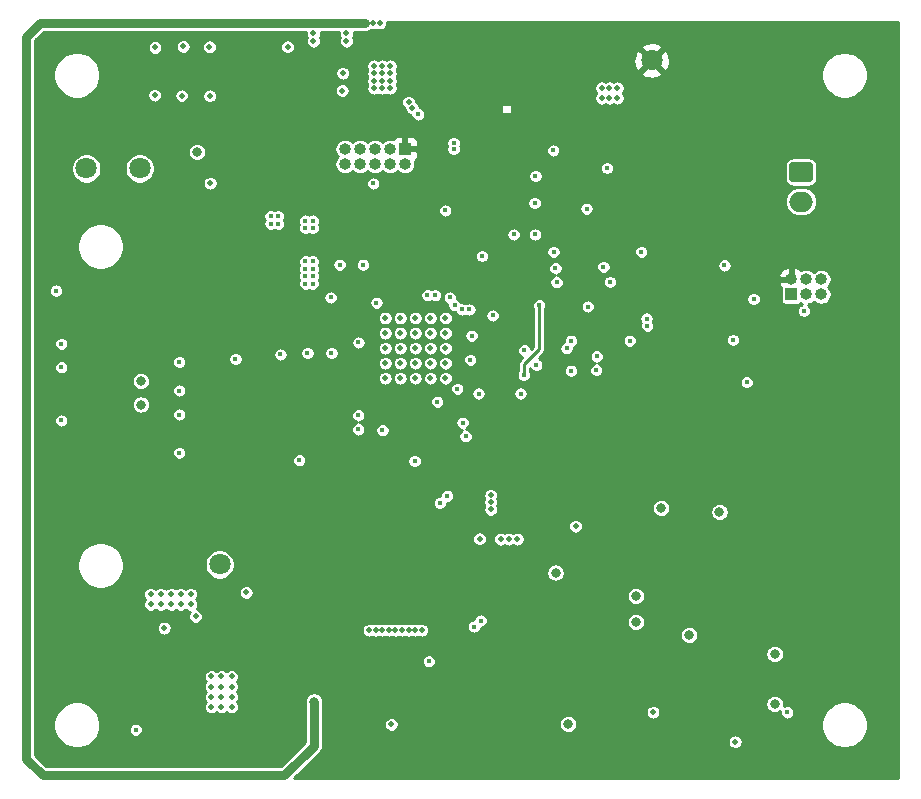
<source format=gbr>
G04 #@! TF.GenerationSoftware,KiCad,Pcbnew,5.1.9-73d0e3b20d~88~ubuntu20.04.1*
G04 #@! TF.CreationDate,2020-12-28T11:38:45+01:00*
G04 #@! TF.ProjectId,cam,63616d2e-6b69-4636-9164-5f7063625858,rev?*
G04 #@! TF.SameCoordinates,Original*
G04 #@! TF.FileFunction,Copper,L3,Inr*
G04 #@! TF.FilePolarity,Positive*
%FSLAX46Y46*%
G04 Gerber Fmt 4.6, Leading zero omitted, Abs format (unit mm)*
G04 Created by KiCad (PCBNEW 5.1.9-73d0e3b20d~88~ubuntu20.04.1) date 2020-12-28 11:38:45*
%MOMM*%
%LPD*%
G01*
G04 APERTURE LIST*
G04 #@! TA.AperFunction,ComponentPad*
%ADD10O,1.000000X1.000000*%
G04 #@! TD*
G04 #@! TA.AperFunction,ComponentPad*
%ADD11R,1.000000X1.000000*%
G04 #@! TD*
G04 #@! TA.AperFunction,ComponentPad*
%ADD12C,0.500000*%
G04 #@! TD*
G04 #@! TA.AperFunction,ComponentPad*
%ADD13C,1.800000*%
G04 #@! TD*
G04 #@! TA.AperFunction,ComponentPad*
%ADD14O,2.000000X1.700000*%
G04 #@! TD*
G04 #@! TA.AperFunction,ViaPad*
%ADD15C,0.500000*%
G04 #@! TD*
G04 #@! TA.AperFunction,ViaPad*
%ADD16C,0.450000*%
G04 #@! TD*
G04 #@! TA.AperFunction,ViaPad*
%ADD17C,0.800000*%
G04 #@! TD*
G04 #@! TA.AperFunction,Conductor*
%ADD18C,0.762000*%
G04 #@! TD*
G04 #@! TA.AperFunction,Conductor*
%ADD19C,0.254000*%
G04 #@! TD*
G04 #@! TA.AperFunction,Conductor*
%ADD20C,0.100000*%
G04 #@! TD*
G04 APERTURE END LIST*
D10*
X127698500Y-64516000D03*
X127698500Y-63246000D03*
X128968500Y-64516000D03*
X128968500Y-63246000D03*
X130238500Y-64516000D03*
X130238500Y-63246000D03*
X131508500Y-64516000D03*
X131508500Y-63246000D03*
X132778500Y-64516000D03*
D11*
X132778500Y-63246000D03*
D10*
X168021000Y-74295000D03*
X168021000Y-75565000D03*
X166751000Y-74295000D03*
X166751000Y-75565000D03*
X165481000Y-74295000D03*
D11*
X165481000Y-75565000D03*
D12*
X136204800Y-82661600D03*
X134929800Y-82661600D03*
X133654800Y-82661600D03*
X132379800Y-82661600D03*
X131104800Y-82661600D03*
X136204800Y-81386600D03*
X134929800Y-81386600D03*
X133654800Y-81386600D03*
X132379800Y-81386600D03*
X131104800Y-81386600D03*
X136204800Y-80111600D03*
X134929800Y-80111600D03*
X133654800Y-80111600D03*
X132379800Y-80111600D03*
X131104800Y-80111600D03*
X136204800Y-78836600D03*
X134929800Y-78836600D03*
X133654800Y-78836600D03*
X132379800Y-78836600D03*
X131104800Y-78836600D03*
X136204800Y-77561600D03*
X134929800Y-77561600D03*
X133654800Y-77561600D03*
X132379800Y-77561600D03*
X131104800Y-77561600D03*
D13*
X117094000Y-98425000D03*
X153670000Y-55753000D03*
X105791000Y-64897000D03*
X110337600Y-64897000D03*
D14*
X166319200Y-67701800D03*
G04 #@! TA.AperFunction,ComponentPad*
G36*
G01*
X165569200Y-64351800D02*
X167069200Y-64351800D01*
G75*
G02*
X167319200Y-64601800I0J-250000D01*
G01*
X167319200Y-65801800D01*
G75*
G02*
X167069200Y-66051800I-250000J0D01*
G01*
X165569200Y-66051800D01*
G75*
G02*
X165319200Y-65801800I0J250000D01*
G01*
X165319200Y-64601800D01*
G75*
G02*
X165569200Y-64351800I250000J0D01*
G01*
G37*
G04 #@! TD.AperFunction*
D15*
X116382800Y-110490000D03*
X118110000Y-110490000D03*
X117246400Y-110490000D03*
X116382800Y-109626400D03*
X117246400Y-109626400D03*
X118110000Y-109626400D03*
X117246400Y-108762800D03*
X118110000Y-108762800D03*
X116382800Y-108762800D03*
X117246400Y-107899200D03*
X118110000Y-107899200D03*
X116382800Y-107899200D03*
X112115600Y-101803200D03*
X112979200Y-101803200D03*
X112979200Y-100939600D03*
X111252000Y-100939600D03*
X112115600Y-100939600D03*
X111252000Y-101803200D03*
X113792000Y-100939600D03*
X113792000Y-101803200D03*
X114655600Y-100939600D03*
X114655600Y-101803200D03*
X122844400Y-54595200D03*
X131543900Y-56208100D03*
X130845400Y-56208100D03*
X130146900Y-56208100D03*
X131543900Y-56843100D03*
X130845400Y-56843100D03*
X130146900Y-56843100D03*
X130146900Y-57478100D03*
X130845400Y-57478100D03*
X131543900Y-57478100D03*
X130146900Y-58113100D03*
X130845400Y-58113100D03*
X131543900Y-58113100D03*
X150098600Y-58075000D03*
X150759000Y-58938600D03*
X150759000Y-58075000D03*
X149438200Y-58075000D03*
X150098600Y-58938600D03*
X149438200Y-58938600D03*
X127822800Y-54112600D03*
X127822800Y-53467000D03*
X125028800Y-53467000D03*
X125028800Y-54112600D03*
X139106000Y-96251200D03*
X140874000Y-96276600D03*
X140045800Y-92568200D03*
X140045800Y-93152400D03*
X140045800Y-93762000D03*
X147234000Y-95184400D03*
X153787200Y-110932400D03*
X141574000Y-96275200D03*
X142274000Y-96275200D03*
X160731200Y-113436400D03*
X131622800Y-111963200D03*
X134213600Y-103987600D03*
X133654800Y-103987600D03*
X133096000Y-103987600D03*
X132537200Y-103987600D03*
X131978400Y-103987600D03*
X131419600Y-103987600D03*
X130860800Y-103987600D03*
X130302000Y-103987600D03*
X112395100Y-103809700D03*
D16*
X136194800Y-68453000D03*
D15*
X111620100Y-54648300D03*
X113995200Y-54559200D03*
X116230400Y-54610000D03*
X111594700Y-58686900D03*
X113880500Y-58737900D03*
X116256000Y-58750400D03*
X116281200Y-66141600D03*
D16*
X149887400Y-64869600D03*
X145324000Y-63369600D03*
X136906000Y-62738000D03*
X136906000Y-63246000D03*
D15*
X129743200Y-103987600D03*
D16*
X124333000Y-74650600D03*
X124968000Y-74650600D03*
X124968000Y-74015600D03*
X124333000Y-74015600D03*
X124968000Y-72745600D03*
X124333000Y-72745600D03*
X124333000Y-73380600D03*
X124968000Y-73380600D03*
X124333000Y-69316600D03*
X124968000Y-69316600D03*
X124333000Y-69951600D03*
X124968000Y-69951600D03*
X122047000Y-68935600D03*
X122047000Y-69570600D03*
X121412000Y-68935600D03*
X121412000Y-69570600D03*
X103683000Y-79749500D03*
X103683000Y-86233000D03*
X162306000Y-75946000D03*
X129235200Y-73050400D03*
X127254000Y-73050400D03*
X113665000Y-81280000D03*
X133604000Y-89662000D03*
X123825000Y-89598500D03*
X130873500Y-87058500D03*
X137668000Y-86423500D03*
X126492000Y-75819000D03*
X122237500Y-80645000D03*
X124523500Y-80518000D03*
X126555500Y-80518000D03*
X140208000Y-77343000D03*
X139306500Y-72320000D03*
X103238500Y-75241000D03*
X110001100Y-112420400D03*
D17*
X154483000Y-93656000D03*
X159405600Y-93975200D03*
D16*
X165150800Y-110947200D03*
D17*
X164084000Y-110236000D03*
X146609000Y-111944000D03*
X152324000Y-101085500D03*
X152324000Y-103308000D03*
X145529500Y-99117000D03*
D16*
X139014400Y-83953200D03*
X142570400Y-83953200D03*
X151816000Y-79482800D03*
X152781200Y-71964400D03*
X148158400Y-68306800D03*
X113665200Y-83699200D03*
X113665200Y-85731200D03*
X113665200Y-88982400D03*
D15*
X127518000Y-56830400D03*
X127467200Y-58303600D03*
D17*
X125069600Y-110032800D03*
D15*
X133400800Y-59791600D03*
X133096000Y-59283600D03*
X130657600Y-52583010D03*
X130048000Y-52583010D03*
X129433390Y-52583010D03*
D16*
X133909000Y-60318500D03*
D17*
X110414000Y-84893000D03*
X115170000Y-63500000D03*
X110414000Y-82886400D03*
D15*
X149438200Y-55281000D03*
X149438200Y-56144600D03*
X150098600Y-56144600D03*
X150098600Y-55281000D03*
X150759000Y-55281000D03*
X150759000Y-56144600D03*
X128813400Y-54569800D03*
X125740000Y-58964000D03*
X143205200Y-94792800D03*
X105156000Y-105638600D03*
D16*
X161442400Y-73101200D03*
X121970800Y-78740000D03*
X121361200Y-78740000D03*
X133080216Y-75836899D03*
X131829384Y-75844400D03*
X127203200Y-74574400D03*
X132461000Y-87058500D03*
X136461500Y-86423500D03*
X160439100Y-80352900D03*
X160413700Y-83908900D03*
X128079500Y-75819000D03*
X140271500Y-75819000D03*
X142113000Y-63563500D03*
X142113000Y-65849500D03*
X113690400Y-78994000D03*
X113690400Y-76657200D03*
X159867600Y-78536800D03*
D15*
X151435000Y-56144600D03*
X151435000Y-55281000D03*
D17*
X113792000Y-66700400D03*
X113792000Y-65728500D03*
D16*
X149733200Y-68306800D03*
X142843500Y-82397500D03*
X144145200Y-76485600D03*
D15*
X115062000Y-102819200D03*
X119329200Y-100787200D03*
D17*
X156845000Y-104394000D03*
X164084000Y-106019600D03*
D16*
X130365500Y-76263500D03*
X159829500Y-73101200D03*
X141986000Y-70485000D03*
X143789600Y-70485000D03*
X103683000Y-81724500D03*
X137211000Y-83559500D03*
X138633200Y-103682800D03*
X135737600Y-93218000D03*
X135509000Y-84645500D03*
X118427500Y-81026000D03*
X142875200Y-80295600D03*
X150139600Y-74504400D03*
X148971200Y-81972000D03*
X146837600Y-79482800D03*
X145364400Y-71964400D03*
X146837600Y-82022800D03*
X145624867Y-74527391D03*
X143902490Y-81533816D03*
X149022000Y-80803600D03*
X149580800Y-73234400D03*
X139192000Y-103174800D03*
X136353584Y-92608400D03*
X138430000Y-79057500D03*
X134810500Y-106616500D03*
X128841500Y-79629000D03*
X137922000Y-87566500D03*
X166560500Y-76962000D03*
X128829000Y-85782000D03*
X128829000Y-86988500D03*
X135324013Y-75628500D03*
X136588500Y-75819000D03*
X136982529Y-76485925D03*
X134683500Y-75628500D03*
X130090938Y-66167000D03*
X138303200Y-81108400D03*
X148260000Y-76587200D03*
X137604500Y-76835000D03*
X143827500Y-65532000D03*
X138239500Y-76835000D03*
X143764000Y-67818000D03*
X161722000Y-82988000D03*
X153238400Y-77603200D03*
X160559916Y-79412916D03*
X153289200Y-78212800D03*
X145516800Y-73336000D03*
X146460585Y-80121785D03*
D18*
X102108000Y-116281200D02*
X100736400Y-114909600D01*
X125069600Y-113792000D02*
X122580400Y-116281200D01*
X125069600Y-110032800D02*
X125069600Y-113792000D01*
X122580400Y-116281200D02*
X102108000Y-116281200D01*
X100736400Y-114909600D02*
X100736400Y-53746400D01*
X100736400Y-53746400D02*
X101899790Y-52583010D01*
X101899790Y-52583010D02*
X112166400Y-52583010D01*
X112166400Y-52583010D02*
X129433390Y-52583010D01*
D19*
X142843500Y-82397500D02*
X142843500Y-81495700D01*
X144145200Y-80194000D02*
X144145200Y-76485600D01*
X142843500Y-81495700D02*
X144145200Y-80194000D01*
X174544001Y-116544000D02*
X123395230Y-116544000D01*
X125581952Y-114357279D01*
X125611022Y-114333422D01*
X125706245Y-114217392D01*
X125777002Y-114085015D01*
X125820574Y-113941378D01*
X125831600Y-113829426D01*
X125831600Y-113829424D01*
X125835286Y-113792001D01*
X125831600Y-113754578D01*
X125831600Y-113374252D01*
X160100200Y-113374252D01*
X160100200Y-113498548D01*
X160124449Y-113620456D01*
X160172015Y-113735291D01*
X160241070Y-113838639D01*
X160328961Y-113926530D01*
X160432309Y-113995585D01*
X160547144Y-114043151D01*
X160669052Y-114067400D01*
X160793348Y-114067400D01*
X160915256Y-114043151D01*
X161030091Y-113995585D01*
X161133439Y-113926530D01*
X161221330Y-113838639D01*
X161290385Y-113735291D01*
X161337951Y-113620456D01*
X161362200Y-113498548D01*
X161362200Y-113374252D01*
X161337951Y-113252344D01*
X161290385Y-113137509D01*
X161221330Y-113034161D01*
X161133439Y-112946270D01*
X161030091Y-112877215D01*
X160915256Y-112829649D01*
X160793348Y-112805400D01*
X160669052Y-112805400D01*
X160547144Y-112829649D01*
X160432309Y-112877215D01*
X160328961Y-112946270D01*
X160241070Y-113034161D01*
X160172015Y-113137509D01*
X160124449Y-113252344D01*
X160100200Y-113374252D01*
X125831600Y-113374252D01*
X125831600Y-111901052D01*
X130991800Y-111901052D01*
X130991800Y-112025348D01*
X131016049Y-112147256D01*
X131063615Y-112262091D01*
X131132670Y-112365439D01*
X131220561Y-112453330D01*
X131323909Y-112522385D01*
X131438744Y-112569951D01*
X131560652Y-112594200D01*
X131684948Y-112594200D01*
X131806856Y-112569951D01*
X131921691Y-112522385D01*
X132025039Y-112453330D01*
X132112930Y-112365439D01*
X132181985Y-112262091D01*
X132229551Y-112147256D01*
X132253800Y-112025348D01*
X132253800Y-111901052D01*
X132247043Y-111867078D01*
X145828000Y-111867078D01*
X145828000Y-112020922D01*
X145858013Y-112171809D01*
X145916887Y-112313942D01*
X146002358Y-112441859D01*
X146111141Y-112550642D01*
X146239058Y-112636113D01*
X146381191Y-112694987D01*
X146532078Y-112725000D01*
X146685922Y-112725000D01*
X146836809Y-112694987D01*
X146978942Y-112636113D01*
X147106859Y-112550642D01*
X147215642Y-112441859D01*
X147301113Y-112313942D01*
X147359987Y-112171809D01*
X147390000Y-112020922D01*
X147390000Y-111867078D01*
X147377630Y-111804889D01*
X168019000Y-111804889D01*
X168019000Y-112195111D01*
X168095129Y-112577836D01*
X168244461Y-112938355D01*
X168461257Y-113262814D01*
X168737186Y-113538743D01*
X169061645Y-113755539D01*
X169422164Y-113904871D01*
X169804889Y-113981000D01*
X170195111Y-113981000D01*
X170577836Y-113904871D01*
X170938355Y-113755539D01*
X171262814Y-113538743D01*
X171538743Y-113262814D01*
X171755539Y-112938355D01*
X171904871Y-112577836D01*
X171981000Y-112195111D01*
X171981000Y-111804889D01*
X171904871Y-111422164D01*
X171755539Y-111061645D01*
X171538743Y-110737186D01*
X171262814Y-110461257D01*
X170938355Y-110244461D01*
X170577836Y-110095129D01*
X170195111Y-110019000D01*
X169804889Y-110019000D01*
X169422164Y-110095129D01*
X169061645Y-110244461D01*
X168737186Y-110461257D01*
X168461257Y-110737186D01*
X168244461Y-111061645D01*
X168095129Y-111422164D01*
X168019000Y-111804889D01*
X147377630Y-111804889D01*
X147359987Y-111716191D01*
X147301113Y-111574058D01*
X147215642Y-111446141D01*
X147106859Y-111337358D01*
X146978942Y-111251887D01*
X146836809Y-111193013D01*
X146685922Y-111163000D01*
X146532078Y-111163000D01*
X146381191Y-111193013D01*
X146239058Y-111251887D01*
X146111141Y-111337358D01*
X146002358Y-111446141D01*
X145916887Y-111574058D01*
X145858013Y-111716191D01*
X145828000Y-111867078D01*
X132247043Y-111867078D01*
X132229551Y-111779144D01*
X132181985Y-111664309D01*
X132112930Y-111560961D01*
X132025039Y-111473070D01*
X131921691Y-111404015D01*
X131806856Y-111356449D01*
X131684948Y-111332200D01*
X131560652Y-111332200D01*
X131438744Y-111356449D01*
X131323909Y-111404015D01*
X131220561Y-111473070D01*
X131132670Y-111560961D01*
X131063615Y-111664309D01*
X131016049Y-111779144D01*
X130991800Y-111901052D01*
X125831600Y-111901052D01*
X125831600Y-110870252D01*
X153156200Y-110870252D01*
X153156200Y-110994548D01*
X153180449Y-111116456D01*
X153228015Y-111231291D01*
X153297070Y-111334639D01*
X153384961Y-111422530D01*
X153488309Y-111491585D01*
X153603144Y-111539151D01*
X153725052Y-111563400D01*
X153849348Y-111563400D01*
X153971256Y-111539151D01*
X154086091Y-111491585D01*
X154189439Y-111422530D01*
X154277330Y-111334639D01*
X154346385Y-111231291D01*
X154393951Y-111116456D01*
X154418200Y-110994548D01*
X154418200Y-110870252D01*
X154393951Y-110748344D01*
X154346385Y-110633509D01*
X154277330Y-110530161D01*
X154189439Y-110442270D01*
X154086091Y-110373215D01*
X153971256Y-110325649D01*
X153849348Y-110301400D01*
X153725052Y-110301400D01*
X153603144Y-110325649D01*
X153488309Y-110373215D01*
X153384961Y-110442270D01*
X153297070Y-110530161D01*
X153228015Y-110633509D01*
X153180449Y-110748344D01*
X153156200Y-110870252D01*
X125831600Y-110870252D01*
X125831600Y-110205242D01*
X125840782Y-110159078D01*
X163303000Y-110159078D01*
X163303000Y-110312922D01*
X163333013Y-110463809D01*
X163391887Y-110605942D01*
X163477358Y-110733859D01*
X163586141Y-110842642D01*
X163714058Y-110928113D01*
X163856191Y-110986987D01*
X164007078Y-111017000D01*
X164160922Y-111017000D01*
X164311809Y-110986987D01*
X164453942Y-110928113D01*
X164549413Y-110864321D01*
X164544800Y-110887514D01*
X164544800Y-111006886D01*
X164568088Y-111123964D01*
X164613770Y-111234249D01*
X164680089Y-111333502D01*
X164764498Y-111417911D01*
X164863751Y-111484230D01*
X164974036Y-111529912D01*
X165091114Y-111553200D01*
X165210486Y-111553200D01*
X165327564Y-111529912D01*
X165437849Y-111484230D01*
X165537102Y-111417911D01*
X165621511Y-111333502D01*
X165687830Y-111234249D01*
X165733512Y-111123964D01*
X165756800Y-111006886D01*
X165756800Y-110887514D01*
X165733512Y-110770436D01*
X165687830Y-110660151D01*
X165621511Y-110560898D01*
X165537102Y-110476489D01*
X165437849Y-110410170D01*
X165327564Y-110364488D01*
X165210486Y-110341200D01*
X165091114Y-110341200D01*
X164974036Y-110364488D01*
X164863751Y-110410170D01*
X164842883Y-110424114D01*
X164865000Y-110312922D01*
X164865000Y-110159078D01*
X164834987Y-110008191D01*
X164776113Y-109866058D01*
X164690642Y-109738141D01*
X164581859Y-109629358D01*
X164453942Y-109543887D01*
X164311809Y-109485013D01*
X164160922Y-109455000D01*
X164007078Y-109455000D01*
X163856191Y-109485013D01*
X163714058Y-109543887D01*
X163586141Y-109629358D01*
X163477358Y-109738141D01*
X163391887Y-109866058D01*
X163333013Y-110008191D01*
X163303000Y-110159078D01*
X125840782Y-110159078D01*
X125850600Y-110109722D01*
X125850600Y-109955878D01*
X125820587Y-109804991D01*
X125761713Y-109662858D01*
X125676242Y-109534941D01*
X125567459Y-109426158D01*
X125439542Y-109340687D01*
X125297409Y-109281813D01*
X125146522Y-109251800D01*
X124992678Y-109251800D01*
X124841791Y-109281813D01*
X124699658Y-109340687D01*
X124571741Y-109426158D01*
X124462958Y-109534941D01*
X124377487Y-109662858D01*
X124318613Y-109804991D01*
X124288600Y-109955878D01*
X124288600Y-110109722D01*
X124307600Y-110205243D01*
X124307601Y-113476368D01*
X122264770Y-115519200D01*
X102423631Y-115519200D01*
X101498400Y-114593970D01*
X101498400Y-111804889D01*
X103019000Y-111804889D01*
X103019000Y-112195111D01*
X103095129Y-112577836D01*
X103244461Y-112938355D01*
X103461257Y-113262814D01*
X103737186Y-113538743D01*
X104061645Y-113755539D01*
X104422164Y-113904871D01*
X104804889Y-113981000D01*
X105195111Y-113981000D01*
X105577836Y-113904871D01*
X105938355Y-113755539D01*
X106262814Y-113538743D01*
X106538743Y-113262814D01*
X106755539Y-112938355D01*
X106904871Y-112577836D01*
X106948059Y-112360714D01*
X109395100Y-112360714D01*
X109395100Y-112480086D01*
X109418388Y-112597164D01*
X109464070Y-112707449D01*
X109530389Y-112806702D01*
X109614798Y-112891111D01*
X109714051Y-112957430D01*
X109824336Y-113003112D01*
X109941414Y-113026400D01*
X110060786Y-113026400D01*
X110177864Y-113003112D01*
X110288149Y-112957430D01*
X110387402Y-112891111D01*
X110471811Y-112806702D01*
X110538130Y-112707449D01*
X110583812Y-112597164D01*
X110607100Y-112480086D01*
X110607100Y-112360714D01*
X110583812Y-112243636D01*
X110538130Y-112133351D01*
X110471811Y-112034098D01*
X110387402Y-111949689D01*
X110288149Y-111883370D01*
X110177864Y-111837688D01*
X110060786Y-111814400D01*
X109941414Y-111814400D01*
X109824336Y-111837688D01*
X109714051Y-111883370D01*
X109614798Y-111949689D01*
X109530389Y-112034098D01*
X109464070Y-112133351D01*
X109418388Y-112243636D01*
X109395100Y-112360714D01*
X106948059Y-112360714D01*
X106981000Y-112195111D01*
X106981000Y-111804889D01*
X106904871Y-111422164D01*
X106755539Y-111061645D01*
X106538743Y-110737186D01*
X106262814Y-110461257D01*
X105938355Y-110244461D01*
X105577836Y-110095129D01*
X105195111Y-110019000D01*
X104804889Y-110019000D01*
X104422164Y-110095129D01*
X104061645Y-110244461D01*
X103737186Y-110461257D01*
X103461257Y-110737186D01*
X103244461Y-111061645D01*
X103095129Y-111422164D01*
X103019000Y-111804889D01*
X101498400Y-111804889D01*
X101498400Y-107837052D01*
X115751800Y-107837052D01*
X115751800Y-107961348D01*
X115776049Y-108083256D01*
X115823615Y-108198091D01*
X115892670Y-108301439D01*
X115922231Y-108331000D01*
X115892670Y-108360561D01*
X115823615Y-108463909D01*
X115776049Y-108578744D01*
X115751800Y-108700652D01*
X115751800Y-108824948D01*
X115776049Y-108946856D01*
X115823615Y-109061691D01*
X115892670Y-109165039D01*
X115922231Y-109194600D01*
X115892670Y-109224161D01*
X115823615Y-109327509D01*
X115776049Y-109442344D01*
X115751800Y-109564252D01*
X115751800Y-109688548D01*
X115776049Y-109810456D01*
X115823615Y-109925291D01*
X115892670Y-110028639D01*
X115922231Y-110058200D01*
X115892670Y-110087761D01*
X115823615Y-110191109D01*
X115776049Y-110305944D01*
X115751800Y-110427852D01*
X115751800Y-110552148D01*
X115776049Y-110674056D01*
X115823615Y-110788891D01*
X115892670Y-110892239D01*
X115980561Y-110980130D01*
X116083909Y-111049185D01*
X116198744Y-111096751D01*
X116320652Y-111121000D01*
X116444948Y-111121000D01*
X116566856Y-111096751D01*
X116681691Y-111049185D01*
X116785039Y-110980130D01*
X116814600Y-110950569D01*
X116844161Y-110980130D01*
X116947509Y-111049185D01*
X117062344Y-111096751D01*
X117184252Y-111121000D01*
X117308548Y-111121000D01*
X117430456Y-111096751D01*
X117545291Y-111049185D01*
X117648639Y-110980130D01*
X117678200Y-110950569D01*
X117707761Y-110980130D01*
X117811109Y-111049185D01*
X117925944Y-111096751D01*
X118047852Y-111121000D01*
X118172148Y-111121000D01*
X118294056Y-111096751D01*
X118408891Y-111049185D01*
X118512239Y-110980130D01*
X118600130Y-110892239D01*
X118669185Y-110788891D01*
X118716751Y-110674056D01*
X118741000Y-110552148D01*
X118741000Y-110427852D01*
X118716751Y-110305944D01*
X118669185Y-110191109D01*
X118600130Y-110087761D01*
X118570569Y-110058200D01*
X118600130Y-110028639D01*
X118669185Y-109925291D01*
X118716751Y-109810456D01*
X118741000Y-109688548D01*
X118741000Y-109564252D01*
X118716751Y-109442344D01*
X118669185Y-109327509D01*
X118600130Y-109224161D01*
X118570569Y-109194600D01*
X118600130Y-109165039D01*
X118669185Y-109061691D01*
X118716751Y-108946856D01*
X118741000Y-108824948D01*
X118741000Y-108700652D01*
X118716751Y-108578744D01*
X118669185Y-108463909D01*
X118600130Y-108360561D01*
X118570569Y-108331000D01*
X118600130Y-108301439D01*
X118669185Y-108198091D01*
X118716751Y-108083256D01*
X118741000Y-107961348D01*
X118741000Y-107837052D01*
X118716751Y-107715144D01*
X118669185Y-107600309D01*
X118600130Y-107496961D01*
X118512239Y-107409070D01*
X118408891Y-107340015D01*
X118294056Y-107292449D01*
X118172148Y-107268200D01*
X118047852Y-107268200D01*
X117925944Y-107292449D01*
X117811109Y-107340015D01*
X117707761Y-107409070D01*
X117678200Y-107438631D01*
X117648639Y-107409070D01*
X117545291Y-107340015D01*
X117430456Y-107292449D01*
X117308548Y-107268200D01*
X117184252Y-107268200D01*
X117062344Y-107292449D01*
X116947509Y-107340015D01*
X116844161Y-107409070D01*
X116814600Y-107438631D01*
X116785039Y-107409070D01*
X116681691Y-107340015D01*
X116566856Y-107292449D01*
X116444948Y-107268200D01*
X116320652Y-107268200D01*
X116198744Y-107292449D01*
X116083909Y-107340015D01*
X115980561Y-107409070D01*
X115892670Y-107496961D01*
X115823615Y-107600309D01*
X115776049Y-107715144D01*
X115751800Y-107837052D01*
X101498400Y-107837052D01*
X101498400Y-106556814D01*
X134204500Y-106556814D01*
X134204500Y-106676186D01*
X134227788Y-106793264D01*
X134273470Y-106903549D01*
X134339789Y-107002802D01*
X134424198Y-107087211D01*
X134523451Y-107153530D01*
X134633736Y-107199212D01*
X134750814Y-107222500D01*
X134870186Y-107222500D01*
X134987264Y-107199212D01*
X135097549Y-107153530D01*
X135196802Y-107087211D01*
X135281211Y-107002802D01*
X135347530Y-106903549D01*
X135393212Y-106793264D01*
X135416500Y-106676186D01*
X135416500Y-106556814D01*
X135393212Y-106439736D01*
X135347530Y-106329451D01*
X135281211Y-106230198D01*
X135196802Y-106145789D01*
X135097549Y-106079470D01*
X134987264Y-106033788D01*
X134870186Y-106010500D01*
X134750814Y-106010500D01*
X134633736Y-106033788D01*
X134523451Y-106079470D01*
X134424198Y-106145789D01*
X134339789Y-106230198D01*
X134273470Y-106329451D01*
X134227788Y-106439736D01*
X134204500Y-106556814D01*
X101498400Y-106556814D01*
X101498400Y-105942678D01*
X163303000Y-105942678D01*
X163303000Y-106096522D01*
X163333013Y-106247409D01*
X163391887Y-106389542D01*
X163477358Y-106517459D01*
X163586141Y-106626242D01*
X163714058Y-106711713D01*
X163856191Y-106770587D01*
X164007078Y-106800600D01*
X164160922Y-106800600D01*
X164311809Y-106770587D01*
X164453942Y-106711713D01*
X164581859Y-106626242D01*
X164690642Y-106517459D01*
X164776113Y-106389542D01*
X164834987Y-106247409D01*
X164865000Y-106096522D01*
X164865000Y-105942678D01*
X164834987Y-105791791D01*
X164776113Y-105649658D01*
X164690642Y-105521741D01*
X164581859Y-105412958D01*
X164453942Y-105327487D01*
X164311809Y-105268613D01*
X164160922Y-105238600D01*
X164007078Y-105238600D01*
X163856191Y-105268613D01*
X163714058Y-105327487D01*
X163586141Y-105412958D01*
X163477358Y-105521741D01*
X163391887Y-105649658D01*
X163333013Y-105791791D01*
X163303000Y-105942678D01*
X101498400Y-105942678D01*
X101498400Y-103747552D01*
X111764100Y-103747552D01*
X111764100Y-103871848D01*
X111788349Y-103993756D01*
X111835915Y-104108591D01*
X111904970Y-104211939D01*
X111992861Y-104299830D01*
X112096209Y-104368885D01*
X112211044Y-104416451D01*
X112332952Y-104440700D01*
X112457248Y-104440700D01*
X112579156Y-104416451D01*
X112693991Y-104368885D01*
X112797339Y-104299830D01*
X112885230Y-104211939D01*
X112954285Y-104108591D01*
X113001851Y-103993756D01*
X113015437Y-103925452D01*
X129112200Y-103925452D01*
X129112200Y-104049748D01*
X129136449Y-104171656D01*
X129184015Y-104286491D01*
X129253070Y-104389839D01*
X129340961Y-104477730D01*
X129444309Y-104546785D01*
X129559144Y-104594351D01*
X129681052Y-104618600D01*
X129805348Y-104618600D01*
X129927256Y-104594351D01*
X130022600Y-104554858D01*
X130117944Y-104594351D01*
X130239852Y-104618600D01*
X130364148Y-104618600D01*
X130486056Y-104594351D01*
X130581400Y-104554858D01*
X130676744Y-104594351D01*
X130798652Y-104618600D01*
X130922948Y-104618600D01*
X131044856Y-104594351D01*
X131140200Y-104554858D01*
X131235544Y-104594351D01*
X131357452Y-104618600D01*
X131481748Y-104618600D01*
X131603656Y-104594351D01*
X131699000Y-104554858D01*
X131794344Y-104594351D01*
X131916252Y-104618600D01*
X132040548Y-104618600D01*
X132162456Y-104594351D01*
X132257800Y-104554858D01*
X132353144Y-104594351D01*
X132475052Y-104618600D01*
X132599348Y-104618600D01*
X132721256Y-104594351D01*
X132816600Y-104554858D01*
X132911944Y-104594351D01*
X133033852Y-104618600D01*
X133158148Y-104618600D01*
X133280056Y-104594351D01*
X133375400Y-104554858D01*
X133470744Y-104594351D01*
X133592652Y-104618600D01*
X133716948Y-104618600D01*
X133838856Y-104594351D01*
X133934200Y-104554858D01*
X134029544Y-104594351D01*
X134151452Y-104618600D01*
X134275748Y-104618600D01*
X134397656Y-104594351D01*
X134512491Y-104546785D01*
X134615839Y-104477730D01*
X134703730Y-104389839D01*
X134752347Y-104317078D01*
X156064000Y-104317078D01*
X156064000Y-104470922D01*
X156094013Y-104621809D01*
X156152887Y-104763942D01*
X156238358Y-104891859D01*
X156347141Y-105000642D01*
X156475058Y-105086113D01*
X156617191Y-105144987D01*
X156768078Y-105175000D01*
X156921922Y-105175000D01*
X157072809Y-105144987D01*
X157214942Y-105086113D01*
X157342859Y-105000642D01*
X157451642Y-104891859D01*
X157537113Y-104763942D01*
X157595987Y-104621809D01*
X157626000Y-104470922D01*
X157626000Y-104317078D01*
X157595987Y-104166191D01*
X157537113Y-104024058D01*
X157451642Y-103896141D01*
X157342859Y-103787358D01*
X157214942Y-103701887D01*
X157072809Y-103643013D01*
X156921922Y-103613000D01*
X156768078Y-103613000D01*
X156617191Y-103643013D01*
X156475058Y-103701887D01*
X156347141Y-103787358D01*
X156238358Y-103896141D01*
X156152887Y-104024058D01*
X156094013Y-104166191D01*
X156064000Y-104317078D01*
X134752347Y-104317078D01*
X134772785Y-104286491D01*
X134820351Y-104171656D01*
X134844600Y-104049748D01*
X134844600Y-103925452D01*
X134820351Y-103803544D01*
X134772785Y-103688709D01*
X134728956Y-103623114D01*
X138027200Y-103623114D01*
X138027200Y-103742486D01*
X138050488Y-103859564D01*
X138096170Y-103969849D01*
X138162489Y-104069102D01*
X138246898Y-104153511D01*
X138346151Y-104219830D01*
X138456436Y-104265512D01*
X138573514Y-104288800D01*
X138692886Y-104288800D01*
X138809964Y-104265512D01*
X138920249Y-104219830D01*
X139019502Y-104153511D01*
X139103911Y-104069102D01*
X139170230Y-103969849D01*
X139215912Y-103859564D01*
X139231579Y-103780800D01*
X139251686Y-103780800D01*
X139368764Y-103757512D01*
X139479049Y-103711830D01*
X139578302Y-103645511D01*
X139662711Y-103561102D01*
X139729030Y-103461849D01*
X139774712Y-103351564D01*
X139798000Y-103234486D01*
X139798000Y-103231078D01*
X151543000Y-103231078D01*
X151543000Y-103384922D01*
X151573013Y-103535809D01*
X151631887Y-103677942D01*
X151717358Y-103805859D01*
X151826141Y-103914642D01*
X151954058Y-104000113D01*
X152096191Y-104058987D01*
X152247078Y-104089000D01*
X152400922Y-104089000D01*
X152551809Y-104058987D01*
X152693942Y-104000113D01*
X152821859Y-103914642D01*
X152930642Y-103805859D01*
X153016113Y-103677942D01*
X153074987Y-103535809D01*
X153105000Y-103384922D01*
X153105000Y-103231078D01*
X153074987Y-103080191D01*
X153016113Y-102938058D01*
X152930642Y-102810141D01*
X152821859Y-102701358D01*
X152693942Y-102615887D01*
X152551809Y-102557013D01*
X152400922Y-102527000D01*
X152247078Y-102527000D01*
X152096191Y-102557013D01*
X151954058Y-102615887D01*
X151826141Y-102701358D01*
X151717358Y-102810141D01*
X151631887Y-102938058D01*
X151573013Y-103080191D01*
X151543000Y-103231078D01*
X139798000Y-103231078D01*
X139798000Y-103115114D01*
X139774712Y-102998036D01*
X139729030Y-102887751D01*
X139662711Y-102788498D01*
X139578302Y-102704089D01*
X139479049Y-102637770D01*
X139368764Y-102592088D01*
X139251686Y-102568800D01*
X139132314Y-102568800D01*
X139015236Y-102592088D01*
X138904951Y-102637770D01*
X138805698Y-102704089D01*
X138721289Y-102788498D01*
X138654970Y-102887751D01*
X138609288Y-102998036D01*
X138593621Y-103076800D01*
X138573514Y-103076800D01*
X138456436Y-103100088D01*
X138346151Y-103145770D01*
X138246898Y-103212089D01*
X138162489Y-103296498D01*
X138096170Y-103395751D01*
X138050488Y-103506036D01*
X138027200Y-103623114D01*
X134728956Y-103623114D01*
X134703730Y-103585361D01*
X134615839Y-103497470D01*
X134512491Y-103428415D01*
X134397656Y-103380849D01*
X134275748Y-103356600D01*
X134151452Y-103356600D01*
X134029544Y-103380849D01*
X133934200Y-103420342D01*
X133838856Y-103380849D01*
X133716948Y-103356600D01*
X133592652Y-103356600D01*
X133470744Y-103380849D01*
X133375400Y-103420342D01*
X133280056Y-103380849D01*
X133158148Y-103356600D01*
X133033852Y-103356600D01*
X132911944Y-103380849D01*
X132816600Y-103420342D01*
X132721256Y-103380849D01*
X132599348Y-103356600D01*
X132475052Y-103356600D01*
X132353144Y-103380849D01*
X132257800Y-103420342D01*
X132162456Y-103380849D01*
X132040548Y-103356600D01*
X131916252Y-103356600D01*
X131794344Y-103380849D01*
X131699000Y-103420342D01*
X131603656Y-103380849D01*
X131481748Y-103356600D01*
X131357452Y-103356600D01*
X131235544Y-103380849D01*
X131140200Y-103420342D01*
X131044856Y-103380849D01*
X130922948Y-103356600D01*
X130798652Y-103356600D01*
X130676744Y-103380849D01*
X130581400Y-103420342D01*
X130486056Y-103380849D01*
X130364148Y-103356600D01*
X130239852Y-103356600D01*
X130117944Y-103380849D01*
X130022600Y-103420342D01*
X129927256Y-103380849D01*
X129805348Y-103356600D01*
X129681052Y-103356600D01*
X129559144Y-103380849D01*
X129444309Y-103428415D01*
X129340961Y-103497470D01*
X129253070Y-103585361D01*
X129184015Y-103688709D01*
X129136449Y-103803544D01*
X129112200Y-103925452D01*
X113015437Y-103925452D01*
X113026100Y-103871848D01*
X113026100Y-103747552D01*
X113001851Y-103625644D01*
X112954285Y-103510809D01*
X112885230Y-103407461D01*
X112797339Y-103319570D01*
X112693991Y-103250515D01*
X112579156Y-103202949D01*
X112457248Y-103178700D01*
X112332952Y-103178700D01*
X112211044Y-103202949D01*
X112096209Y-103250515D01*
X111992861Y-103319570D01*
X111904970Y-103407461D01*
X111835915Y-103510809D01*
X111788349Y-103625644D01*
X111764100Y-103747552D01*
X101498400Y-103747552D01*
X101498400Y-100877452D01*
X110621000Y-100877452D01*
X110621000Y-101001748D01*
X110645249Y-101123656D01*
X110692815Y-101238491D01*
X110761870Y-101341839D01*
X110791431Y-101371400D01*
X110761870Y-101400961D01*
X110692815Y-101504309D01*
X110645249Y-101619144D01*
X110621000Y-101741052D01*
X110621000Y-101865348D01*
X110645249Y-101987256D01*
X110692815Y-102102091D01*
X110761870Y-102205439D01*
X110849761Y-102293330D01*
X110953109Y-102362385D01*
X111067944Y-102409951D01*
X111189852Y-102434200D01*
X111314148Y-102434200D01*
X111436056Y-102409951D01*
X111550891Y-102362385D01*
X111654239Y-102293330D01*
X111683800Y-102263769D01*
X111713361Y-102293330D01*
X111816709Y-102362385D01*
X111931544Y-102409951D01*
X112053452Y-102434200D01*
X112177748Y-102434200D01*
X112299656Y-102409951D01*
X112414491Y-102362385D01*
X112517839Y-102293330D01*
X112547400Y-102263769D01*
X112576961Y-102293330D01*
X112680309Y-102362385D01*
X112795144Y-102409951D01*
X112917052Y-102434200D01*
X113041348Y-102434200D01*
X113163256Y-102409951D01*
X113278091Y-102362385D01*
X113381439Y-102293330D01*
X113385600Y-102289169D01*
X113389761Y-102293330D01*
X113493109Y-102362385D01*
X113607944Y-102409951D01*
X113729852Y-102434200D01*
X113854148Y-102434200D01*
X113976056Y-102409951D01*
X114090891Y-102362385D01*
X114194239Y-102293330D01*
X114223800Y-102263769D01*
X114253361Y-102293330D01*
X114356709Y-102362385D01*
X114471544Y-102409951D01*
X114564235Y-102428388D01*
X114502815Y-102520309D01*
X114455249Y-102635144D01*
X114431000Y-102757052D01*
X114431000Y-102881348D01*
X114455249Y-103003256D01*
X114502815Y-103118091D01*
X114571870Y-103221439D01*
X114659761Y-103309330D01*
X114763109Y-103378385D01*
X114877944Y-103425951D01*
X114999852Y-103450200D01*
X115124148Y-103450200D01*
X115246056Y-103425951D01*
X115360891Y-103378385D01*
X115464239Y-103309330D01*
X115552130Y-103221439D01*
X115621185Y-103118091D01*
X115668751Y-103003256D01*
X115693000Y-102881348D01*
X115693000Y-102757052D01*
X115668751Y-102635144D01*
X115621185Y-102520309D01*
X115552130Y-102416961D01*
X115464239Y-102329070D01*
X115360891Y-102260015D01*
X115246056Y-102212449D01*
X115153365Y-102194012D01*
X115214785Y-102102091D01*
X115262351Y-101987256D01*
X115286600Y-101865348D01*
X115286600Y-101741052D01*
X115262351Y-101619144D01*
X115214785Y-101504309D01*
X115145730Y-101400961D01*
X115116169Y-101371400D01*
X115145730Y-101341839D01*
X115214785Y-101238491D01*
X115262351Y-101123656D01*
X115286600Y-101001748D01*
X115286600Y-100877452D01*
X115262351Y-100755544D01*
X115249721Y-100725052D01*
X118698200Y-100725052D01*
X118698200Y-100849348D01*
X118722449Y-100971256D01*
X118770015Y-101086091D01*
X118839070Y-101189439D01*
X118926961Y-101277330D01*
X119030309Y-101346385D01*
X119145144Y-101393951D01*
X119267052Y-101418200D01*
X119391348Y-101418200D01*
X119513256Y-101393951D01*
X119628091Y-101346385D01*
X119731439Y-101277330D01*
X119819330Y-101189439D01*
X119888385Y-101086091D01*
X119920491Y-101008578D01*
X151543000Y-101008578D01*
X151543000Y-101162422D01*
X151573013Y-101313309D01*
X151631887Y-101455442D01*
X151717358Y-101583359D01*
X151826141Y-101692142D01*
X151954058Y-101777613D01*
X152096191Y-101836487D01*
X152247078Y-101866500D01*
X152400922Y-101866500D01*
X152551809Y-101836487D01*
X152693942Y-101777613D01*
X152821859Y-101692142D01*
X152930642Y-101583359D01*
X153016113Y-101455442D01*
X153074987Y-101313309D01*
X153105000Y-101162422D01*
X153105000Y-101008578D01*
X153074987Y-100857691D01*
X153016113Y-100715558D01*
X152930642Y-100587641D01*
X152821859Y-100478858D01*
X152693942Y-100393387D01*
X152551809Y-100334513D01*
X152400922Y-100304500D01*
X152247078Y-100304500D01*
X152096191Y-100334513D01*
X151954058Y-100393387D01*
X151826141Y-100478858D01*
X151717358Y-100587641D01*
X151631887Y-100715558D01*
X151573013Y-100857691D01*
X151543000Y-101008578D01*
X119920491Y-101008578D01*
X119935951Y-100971256D01*
X119960200Y-100849348D01*
X119960200Y-100725052D01*
X119935951Y-100603144D01*
X119888385Y-100488309D01*
X119819330Y-100384961D01*
X119731439Y-100297070D01*
X119628091Y-100228015D01*
X119513256Y-100180449D01*
X119391348Y-100156200D01*
X119267052Y-100156200D01*
X119145144Y-100180449D01*
X119030309Y-100228015D01*
X118926961Y-100297070D01*
X118839070Y-100384961D01*
X118770015Y-100488309D01*
X118722449Y-100603144D01*
X118698200Y-100725052D01*
X115249721Y-100725052D01*
X115214785Y-100640709D01*
X115145730Y-100537361D01*
X115057839Y-100449470D01*
X114954491Y-100380415D01*
X114839656Y-100332849D01*
X114717748Y-100308600D01*
X114593452Y-100308600D01*
X114471544Y-100332849D01*
X114356709Y-100380415D01*
X114253361Y-100449470D01*
X114223800Y-100479031D01*
X114194239Y-100449470D01*
X114090891Y-100380415D01*
X113976056Y-100332849D01*
X113854148Y-100308600D01*
X113729852Y-100308600D01*
X113607944Y-100332849D01*
X113493109Y-100380415D01*
X113389761Y-100449470D01*
X113385600Y-100453631D01*
X113381439Y-100449470D01*
X113278091Y-100380415D01*
X113163256Y-100332849D01*
X113041348Y-100308600D01*
X112917052Y-100308600D01*
X112795144Y-100332849D01*
X112680309Y-100380415D01*
X112576961Y-100449470D01*
X112547400Y-100479031D01*
X112517839Y-100449470D01*
X112414491Y-100380415D01*
X112299656Y-100332849D01*
X112177748Y-100308600D01*
X112053452Y-100308600D01*
X111931544Y-100332849D01*
X111816709Y-100380415D01*
X111713361Y-100449470D01*
X111683800Y-100479031D01*
X111654239Y-100449470D01*
X111550891Y-100380415D01*
X111436056Y-100332849D01*
X111314148Y-100308600D01*
X111189852Y-100308600D01*
X111067944Y-100332849D01*
X110953109Y-100380415D01*
X110849761Y-100449470D01*
X110761870Y-100537361D01*
X110692815Y-100640709D01*
X110645249Y-100755544D01*
X110621000Y-100877452D01*
X101498400Y-100877452D01*
X101498400Y-98304889D01*
X105019000Y-98304889D01*
X105019000Y-98695111D01*
X105095129Y-99077836D01*
X105244461Y-99438355D01*
X105461257Y-99762814D01*
X105737186Y-100038743D01*
X106061645Y-100255539D01*
X106422164Y-100404871D01*
X106804889Y-100481000D01*
X107195111Y-100481000D01*
X107577836Y-100404871D01*
X107938355Y-100255539D01*
X108262814Y-100038743D01*
X108538743Y-99762814D01*
X108755539Y-99438355D01*
X108904871Y-99077836D01*
X108981000Y-98695111D01*
X108981000Y-98304889D01*
X108979796Y-98298833D01*
X115813000Y-98298833D01*
X115813000Y-98551167D01*
X115862228Y-98798654D01*
X115958793Y-99031781D01*
X116098982Y-99241590D01*
X116277410Y-99420018D01*
X116487219Y-99560207D01*
X116720346Y-99656772D01*
X116967833Y-99706000D01*
X117220167Y-99706000D01*
X117467654Y-99656772D01*
X117700781Y-99560207D01*
X117910590Y-99420018D01*
X118089018Y-99241590D01*
X118223663Y-99040078D01*
X144748500Y-99040078D01*
X144748500Y-99193922D01*
X144778513Y-99344809D01*
X144837387Y-99486942D01*
X144922858Y-99614859D01*
X145031641Y-99723642D01*
X145159558Y-99809113D01*
X145301691Y-99867987D01*
X145452578Y-99898000D01*
X145606422Y-99898000D01*
X145757309Y-99867987D01*
X145899442Y-99809113D01*
X146027359Y-99723642D01*
X146136142Y-99614859D01*
X146221613Y-99486942D01*
X146280487Y-99344809D01*
X146310500Y-99193922D01*
X146310500Y-99040078D01*
X146280487Y-98889191D01*
X146221613Y-98747058D01*
X146136142Y-98619141D01*
X146027359Y-98510358D01*
X145899442Y-98424887D01*
X145757309Y-98366013D01*
X145606422Y-98336000D01*
X145452578Y-98336000D01*
X145301691Y-98366013D01*
X145159558Y-98424887D01*
X145031641Y-98510358D01*
X144922858Y-98619141D01*
X144837387Y-98747058D01*
X144778513Y-98889191D01*
X144748500Y-99040078D01*
X118223663Y-99040078D01*
X118229207Y-99031781D01*
X118325772Y-98798654D01*
X118375000Y-98551167D01*
X118375000Y-98298833D01*
X118325772Y-98051346D01*
X118229207Y-97818219D01*
X118089018Y-97608410D01*
X117910590Y-97429982D01*
X117700781Y-97289793D01*
X117467654Y-97193228D01*
X117220167Y-97144000D01*
X116967833Y-97144000D01*
X116720346Y-97193228D01*
X116487219Y-97289793D01*
X116277410Y-97429982D01*
X116098982Y-97608410D01*
X115958793Y-97818219D01*
X115862228Y-98051346D01*
X115813000Y-98298833D01*
X108979796Y-98298833D01*
X108904871Y-97922164D01*
X108755539Y-97561645D01*
X108538743Y-97237186D01*
X108262814Y-96961257D01*
X107938355Y-96744461D01*
X107577836Y-96595129D01*
X107195111Y-96519000D01*
X106804889Y-96519000D01*
X106422164Y-96595129D01*
X106061645Y-96744461D01*
X105737186Y-96961257D01*
X105461257Y-97237186D01*
X105244461Y-97561645D01*
X105095129Y-97922164D01*
X105019000Y-98304889D01*
X101498400Y-98304889D01*
X101498400Y-96189052D01*
X138475000Y-96189052D01*
X138475000Y-96313348D01*
X138499249Y-96435256D01*
X138546815Y-96550091D01*
X138615870Y-96653439D01*
X138703761Y-96741330D01*
X138807109Y-96810385D01*
X138921944Y-96857951D01*
X139043852Y-96882200D01*
X139168148Y-96882200D01*
X139290056Y-96857951D01*
X139404891Y-96810385D01*
X139508239Y-96741330D01*
X139596130Y-96653439D01*
X139665185Y-96550091D01*
X139712751Y-96435256D01*
X139737000Y-96313348D01*
X139737000Y-96214452D01*
X140243000Y-96214452D01*
X140243000Y-96338748D01*
X140267249Y-96460656D01*
X140314815Y-96575491D01*
X140383870Y-96678839D01*
X140471761Y-96766730D01*
X140575109Y-96835785D01*
X140689944Y-96883351D01*
X140811852Y-96907600D01*
X140936148Y-96907600D01*
X141058056Y-96883351D01*
X141172891Y-96835785D01*
X141225048Y-96800935D01*
X141275109Y-96834385D01*
X141389944Y-96881951D01*
X141511852Y-96906200D01*
X141636148Y-96906200D01*
X141758056Y-96881951D01*
X141872891Y-96834385D01*
X141924000Y-96800235D01*
X141975109Y-96834385D01*
X142089944Y-96881951D01*
X142211852Y-96906200D01*
X142336148Y-96906200D01*
X142458056Y-96881951D01*
X142572891Y-96834385D01*
X142676239Y-96765330D01*
X142764130Y-96677439D01*
X142833185Y-96574091D01*
X142880751Y-96459256D01*
X142905000Y-96337348D01*
X142905000Y-96213052D01*
X142880751Y-96091144D01*
X142833185Y-95976309D01*
X142764130Y-95872961D01*
X142676239Y-95785070D01*
X142572891Y-95716015D01*
X142458056Y-95668449D01*
X142336148Y-95644200D01*
X142211852Y-95644200D01*
X142089944Y-95668449D01*
X141975109Y-95716015D01*
X141924000Y-95750165D01*
X141872891Y-95716015D01*
X141758056Y-95668449D01*
X141636148Y-95644200D01*
X141511852Y-95644200D01*
X141389944Y-95668449D01*
X141275109Y-95716015D01*
X141222952Y-95750865D01*
X141172891Y-95717415D01*
X141058056Y-95669849D01*
X140936148Y-95645600D01*
X140811852Y-95645600D01*
X140689944Y-95669849D01*
X140575109Y-95717415D01*
X140471761Y-95786470D01*
X140383870Y-95874361D01*
X140314815Y-95977709D01*
X140267249Y-96092544D01*
X140243000Y-96214452D01*
X139737000Y-96214452D01*
X139737000Y-96189052D01*
X139712751Y-96067144D01*
X139665185Y-95952309D01*
X139596130Y-95848961D01*
X139508239Y-95761070D01*
X139404891Y-95692015D01*
X139290056Y-95644449D01*
X139168148Y-95620200D01*
X139043852Y-95620200D01*
X138921944Y-95644449D01*
X138807109Y-95692015D01*
X138703761Y-95761070D01*
X138615870Y-95848961D01*
X138546815Y-95952309D01*
X138499249Y-96067144D01*
X138475000Y-96189052D01*
X101498400Y-96189052D01*
X101498400Y-95122252D01*
X146603000Y-95122252D01*
X146603000Y-95246548D01*
X146627249Y-95368456D01*
X146674815Y-95483291D01*
X146743870Y-95586639D01*
X146831761Y-95674530D01*
X146935109Y-95743585D01*
X147049944Y-95791151D01*
X147171852Y-95815400D01*
X147296148Y-95815400D01*
X147418056Y-95791151D01*
X147532891Y-95743585D01*
X147636239Y-95674530D01*
X147724130Y-95586639D01*
X147793185Y-95483291D01*
X147840751Y-95368456D01*
X147865000Y-95246548D01*
X147865000Y-95122252D01*
X147840751Y-95000344D01*
X147793185Y-94885509D01*
X147724130Y-94782161D01*
X147636239Y-94694270D01*
X147532891Y-94625215D01*
X147418056Y-94577649D01*
X147296148Y-94553400D01*
X147171852Y-94553400D01*
X147049944Y-94577649D01*
X146935109Y-94625215D01*
X146831761Y-94694270D01*
X146743870Y-94782161D01*
X146674815Y-94885509D01*
X146627249Y-95000344D01*
X146603000Y-95122252D01*
X101498400Y-95122252D01*
X101498400Y-93158314D01*
X135131600Y-93158314D01*
X135131600Y-93277686D01*
X135154888Y-93394764D01*
X135200570Y-93505049D01*
X135266889Y-93604302D01*
X135351298Y-93688711D01*
X135450551Y-93755030D01*
X135560836Y-93800712D01*
X135677914Y-93824000D01*
X135797286Y-93824000D01*
X135914364Y-93800712D01*
X136024649Y-93755030D01*
X136123902Y-93688711D01*
X136208311Y-93604302D01*
X136274630Y-93505049D01*
X136320312Y-93394764D01*
X136343600Y-93277686D01*
X136343600Y-93214400D01*
X136413270Y-93214400D01*
X136530348Y-93191112D01*
X136640633Y-93145430D01*
X136739886Y-93079111D01*
X136824295Y-92994702D01*
X136890614Y-92895449D01*
X136936296Y-92785164D01*
X136959584Y-92668086D01*
X136959584Y-92548714D01*
X136951099Y-92506052D01*
X139414800Y-92506052D01*
X139414800Y-92630348D01*
X139439049Y-92752256D01*
X139483802Y-92860300D01*
X139439049Y-92968344D01*
X139414800Y-93090252D01*
X139414800Y-93214548D01*
X139439049Y-93336456D01*
X139486615Y-93451291D01*
X139490563Y-93457200D01*
X139486615Y-93463109D01*
X139439049Y-93577944D01*
X139414800Y-93699852D01*
X139414800Y-93824148D01*
X139439049Y-93946056D01*
X139486615Y-94060891D01*
X139555670Y-94164239D01*
X139643561Y-94252130D01*
X139746909Y-94321185D01*
X139861744Y-94368751D01*
X139983652Y-94393000D01*
X140107948Y-94393000D01*
X140229856Y-94368751D01*
X140344691Y-94321185D01*
X140448039Y-94252130D01*
X140535930Y-94164239D01*
X140604985Y-94060891D01*
X140652551Y-93946056D01*
X140676800Y-93824148D01*
X140676800Y-93699852D01*
X140652777Y-93579078D01*
X153702000Y-93579078D01*
X153702000Y-93732922D01*
X153732013Y-93883809D01*
X153790887Y-94025942D01*
X153876358Y-94153859D01*
X153985141Y-94262642D01*
X154113058Y-94348113D01*
X154255191Y-94406987D01*
X154406078Y-94437000D01*
X154559922Y-94437000D01*
X154710809Y-94406987D01*
X154852942Y-94348113D01*
X154980859Y-94262642D01*
X155089642Y-94153859D01*
X155175113Y-94025942D01*
X155227993Y-93898278D01*
X158624600Y-93898278D01*
X158624600Y-94052122D01*
X158654613Y-94203009D01*
X158713487Y-94345142D01*
X158798958Y-94473059D01*
X158907741Y-94581842D01*
X159035658Y-94667313D01*
X159177791Y-94726187D01*
X159328678Y-94756200D01*
X159482522Y-94756200D01*
X159633409Y-94726187D01*
X159775542Y-94667313D01*
X159903459Y-94581842D01*
X160012242Y-94473059D01*
X160097713Y-94345142D01*
X160156587Y-94203009D01*
X160186600Y-94052122D01*
X160186600Y-93898278D01*
X160156587Y-93747391D01*
X160097713Y-93605258D01*
X160012242Y-93477341D01*
X159903459Y-93368558D01*
X159775542Y-93283087D01*
X159633409Y-93224213D01*
X159482522Y-93194200D01*
X159328678Y-93194200D01*
X159177791Y-93224213D01*
X159035658Y-93283087D01*
X158907741Y-93368558D01*
X158798958Y-93477341D01*
X158713487Y-93605258D01*
X158654613Y-93747391D01*
X158624600Y-93898278D01*
X155227993Y-93898278D01*
X155233987Y-93883809D01*
X155264000Y-93732922D01*
X155264000Y-93579078D01*
X155233987Y-93428191D01*
X155175113Y-93286058D01*
X155089642Y-93158141D01*
X154980859Y-93049358D01*
X154852942Y-92963887D01*
X154710809Y-92905013D01*
X154559922Y-92875000D01*
X154406078Y-92875000D01*
X154255191Y-92905013D01*
X154113058Y-92963887D01*
X153985141Y-93049358D01*
X153876358Y-93158141D01*
X153790887Y-93286058D01*
X153732013Y-93428191D01*
X153702000Y-93579078D01*
X140652777Y-93579078D01*
X140652551Y-93577944D01*
X140604985Y-93463109D01*
X140601037Y-93457200D01*
X140604985Y-93451291D01*
X140652551Y-93336456D01*
X140676800Y-93214548D01*
X140676800Y-93090252D01*
X140652551Y-92968344D01*
X140607798Y-92860300D01*
X140652551Y-92752256D01*
X140676800Y-92630348D01*
X140676800Y-92506052D01*
X140652551Y-92384144D01*
X140604985Y-92269309D01*
X140535930Y-92165961D01*
X140448039Y-92078070D01*
X140344691Y-92009015D01*
X140229856Y-91961449D01*
X140107948Y-91937200D01*
X139983652Y-91937200D01*
X139861744Y-91961449D01*
X139746909Y-92009015D01*
X139643561Y-92078070D01*
X139555670Y-92165961D01*
X139486615Y-92269309D01*
X139439049Y-92384144D01*
X139414800Y-92506052D01*
X136951099Y-92506052D01*
X136936296Y-92431636D01*
X136890614Y-92321351D01*
X136824295Y-92222098D01*
X136739886Y-92137689D01*
X136640633Y-92071370D01*
X136530348Y-92025688D01*
X136413270Y-92002400D01*
X136293898Y-92002400D01*
X136176820Y-92025688D01*
X136066535Y-92071370D01*
X135967282Y-92137689D01*
X135882873Y-92222098D01*
X135816554Y-92321351D01*
X135770872Y-92431636D01*
X135747584Y-92548714D01*
X135747584Y-92612000D01*
X135677914Y-92612000D01*
X135560836Y-92635288D01*
X135450551Y-92680970D01*
X135351298Y-92747289D01*
X135266889Y-92831698D01*
X135200570Y-92930951D01*
X135154888Y-93041236D01*
X135131600Y-93158314D01*
X101498400Y-93158314D01*
X101498400Y-88922714D01*
X113059200Y-88922714D01*
X113059200Y-89042086D01*
X113082488Y-89159164D01*
X113128170Y-89269449D01*
X113194489Y-89368702D01*
X113278898Y-89453111D01*
X113378151Y-89519430D01*
X113488436Y-89565112D01*
X113605514Y-89588400D01*
X113724886Y-89588400D01*
X113841964Y-89565112D01*
X113905452Y-89538814D01*
X123219000Y-89538814D01*
X123219000Y-89658186D01*
X123242288Y-89775264D01*
X123287970Y-89885549D01*
X123354289Y-89984802D01*
X123438698Y-90069211D01*
X123537951Y-90135530D01*
X123648236Y-90181212D01*
X123765314Y-90204500D01*
X123884686Y-90204500D01*
X124001764Y-90181212D01*
X124112049Y-90135530D01*
X124211302Y-90069211D01*
X124295711Y-89984802D01*
X124362030Y-89885549D01*
X124407712Y-89775264D01*
X124431000Y-89658186D01*
X124431000Y-89602314D01*
X132998000Y-89602314D01*
X132998000Y-89721686D01*
X133021288Y-89838764D01*
X133066970Y-89949049D01*
X133133289Y-90048302D01*
X133217698Y-90132711D01*
X133316951Y-90199030D01*
X133427236Y-90244712D01*
X133544314Y-90268000D01*
X133663686Y-90268000D01*
X133780764Y-90244712D01*
X133891049Y-90199030D01*
X133990302Y-90132711D01*
X134074711Y-90048302D01*
X134141030Y-89949049D01*
X134186712Y-89838764D01*
X134210000Y-89721686D01*
X134210000Y-89602314D01*
X134186712Y-89485236D01*
X134141030Y-89374951D01*
X134074711Y-89275698D01*
X133990302Y-89191289D01*
X133891049Y-89124970D01*
X133780764Y-89079288D01*
X133663686Y-89056000D01*
X133544314Y-89056000D01*
X133427236Y-89079288D01*
X133316951Y-89124970D01*
X133217698Y-89191289D01*
X133133289Y-89275698D01*
X133066970Y-89374951D01*
X133021288Y-89485236D01*
X132998000Y-89602314D01*
X124431000Y-89602314D01*
X124431000Y-89538814D01*
X124407712Y-89421736D01*
X124362030Y-89311451D01*
X124295711Y-89212198D01*
X124211302Y-89127789D01*
X124112049Y-89061470D01*
X124001764Y-89015788D01*
X123884686Y-88992500D01*
X123765314Y-88992500D01*
X123648236Y-89015788D01*
X123537951Y-89061470D01*
X123438698Y-89127789D01*
X123354289Y-89212198D01*
X123287970Y-89311451D01*
X123242288Y-89421736D01*
X123219000Y-89538814D01*
X113905452Y-89538814D01*
X113952249Y-89519430D01*
X114051502Y-89453111D01*
X114135911Y-89368702D01*
X114202230Y-89269449D01*
X114247912Y-89159164D01*
X114271200Y-89042086D01*
X114271200Y-88922714D01*
X114247912Y-88805636D01*
X114202230Y-88695351D01*
X114135911Y-88596098D01*
X114051502Y-88511689D01*
X113952249Y-88445370D01*
X113841964Y-88399688D01*
X113724886Y-88376400D01*
X113605514Y-88376400D01*
X113488436Y-88399688D01*
X113378151Y-88445370D01*
X113278898Y-88511689D01*
X113194489Y-88596098D01*
X113128170Y-88695351D01*
X113082488Y-88805636D01*
X113059200Y-88922714D01*
X101498400Y-88922714D01*
X101498400Y-86173314D01*
X103077000Y-86173314D01*
X103077000Y-86292686D01*
X103100288Y-86409764D01*
X103145970Y-86520049D01*
X103212289Y-86619302D01*
X103296698Y-86703711D01*
X103395951Y-86770030D01*
X103506236Y-86815712D01*
X103623314Y-86839000D01*
X103742686Y-86839000D01*
X103859764Y-86815712D01*
X103970049Y-86770030D01*
X104069302Y-86703711D01*
X104153711Y-86619302D01*
X104220030Y-86520049D01*
X104265712Y-86409764D01*
X104289000Y-86292686D01*
X104289000Y-86173314D01*
X104265712Y-86056236D01*
X104220030Y-85945951D01*
X104153711Y-85846698D01*
X104069302Y-85762289D01*
X103970049Y-85695970D01*
X103859764Y-85650288D01*
X103742686Y-85627000D01*
X103623314Y-85627000D01*
X103506236Y-85650288D01*
X103395951Y-85695970D01*
X103296698Y-85762289D01*
X103212289Y-85846698D01*
X103145970Y-85945951D01*
X103100288Y-86056236D01*
X103077000Y-86173314D01*
X101498400Y-86173314D01*
X101498400Y-84816078D01*
X109633000Y-84816078D01*
X109633000Y-84969922D01*
X109663013Y-85120809D01*
X109721887Y-85262942D01*
X109807358Y-85390859D01*
X109916141Y-85499642D01*
X110044058Y-85585113D01*
X110186191Y-85643987D01*
X110337078Y-85674000D01*
X110490922Y-85674000D01*
X110503420Y-85671514D01*
X113059200Y-85671514D01*
X113059200Y-85790886D01*
X113082488Y-85907964D01*
X113128170Y-86018249D01*
X113194489Y-86117502D01*
X113278898Y-86201911D01*
X113378151Y-86268230D01*
X113488436Y-86313912D01*
X113605514Y-86337200D01*
X113724886Y-86337200D01*
X113841964Y-86313912D01*
X113952249Y-86268230D01*
X114051502Y-86201911D01*
X114135911Y-86117502D01*
X114202230Y-86018249D01*
X114247912Y-85907964D01*
X114271200Y-85790886D01*
X114271200Y-85722314D01*
X128223000Y-85722314D01*
X128223000Y-85841686D01*
X128246288Y-85958764D01*
X128291970Y-86069049D01*
X128358289Y-86168302D01*
X128442698Y-86252711D01*
X128541951Y-86319030D01*
X128652236Y-86364712D01*
X128755489Y-86385250D01*
X128652236Y-86405788D01*
X128541951Y-86451470D01*
X128442698Y-86517789D01*
X128358289Y-86602198D01*
X128291970Y-86701451D01*
X128246288Y-86811736D01*
X128223000Y-86928814D01*
X128223000Y-87048186D01*
X128246288Y-87165264D01*
X128291970Y-87275549D01*
X128358289Y-87374802D01*
X128442698Y-87459211D01*
X128541951Y-87525530D01*
X128652236Y-87571212D01*
X128769314Y-87594500D01*
X128888686Y-87594500D01*
X129005764Y-87571212D01*
X129116049Y-87525530D01*
X129215302Y-87459211D01*
X129299711Y-87374802D01*
X129366030Y-87275549D01*
X129411712Y-87165264D01*
X129435000Y-87048186D01*
X129435000Y-86998814D01*
X130267500Y-86998814D01*
X130267500Y-87118186D01*
X130290788Y-87235264D01*
X130336470Y-87345549D01*
X130402789Y-87444802D01*
X130487198Y-87529211D01*
X130586451Y-87595530D01*
X130696736Y-87641212D01*
X130813814Y-87664500D01*
X130933186Y-87664500D01*
X131050264Y-87641212D01*
X131160549Y-87595530D01*
X131259802Y-87529211D01*
X131344211Y-87444802D01*
X131410530Y-87345549D01*
X131456212Y-87235264D01*
X131479500Y-87118186D01*
X131479500Y-86998814D01*
X131456212Y-86881736D01*
X131410530Y-86771451D01*
X131344211Y-86672198D01*
X131259802Y-86587789D01*
X131160549Y-86521470D01*
X131050264Y-86475788D01*
X130933186Y-86452500D01*
X130813814Y-86452500D01*
X130696736Y-86475788D01*
X130586451Y-86521470D01*
X130487198Y-86587789D01*
X130402789Y-86672198D01*
X130336470Y-86771451D01*
X130290788Y-86881736D01*
X130267500Y-86998814D01*
X129435000Y-86998814D01*
X129435000Y-86928814D01*
X129411712Y-86811736D01*
X129366030Y-86701451D01*
X129299711Y-86602198D01*
X129215302Y-86517789D01*
X129116049Y-86451470D01*
X129005764Y-86405788D01*
X128902511Y-86385250D01*
X129005764Y-86364712D01*
X129007931Y-86363814D01*
X137062000Y-86363814D01*
X137062000Y-86483186D01*
X137085288Y-86600264D01*
X137130970Y-86710549D01*
X137197289Y-86809802D01*
X137281698Y-86894211D01*
X137380951Y-86960530D01*
X137491236Y-87006212D01*
X137608314Y-87029500D01*
X137634906Y-87029500D01*
X137535698Y-87095789D01*
X137451289Y-87180198D01*
X137384970Y-87279451D01*
X137339288Y-87389736D01*
X137316000Y-87506814D01*
X137316000Y-87626186D01*
X137339288Y-87743264D01*
X137384970Y-87853549D01*
X137451289Y-87952802D01*
X137535698Y-88037211D01*
X137634951Y-88103530D01*
X137745236Y-88149212D01*
X137862314Y-88172500D01*
X137981686Y-88172500D01*
X138098764Y-88149212D01*
X138209049Y-88103530D01*
X138308302Y-88037211D01*
X138392711Y-87952802D01*
X138459030Y-87853549D01*
X138504712Y-87743264D01*
X138528000Y-87626186D01*
X138528000Y-87506814D01*
X138504712Y-87389736D01*
X138459030Y-87279451D01*
X138392711Y-87180198D01*
X138308302Y-87095789D01*
X138209049Y-87029470D01*
X138098764Y-86983788D01*
X137981686Y-86960500D01*
X137955094Y-86960500D01*
X138054302Y-86894211D01*
X138138711Y-86809802D01*
X138205030Y-86710549D01*
X138250712Y-86600264D01*
X138274000Y-86483186D01*
X138274000Y-86363814D01*
X138250712Y-86246736D01*
X138205030Y-86136451D01*
X138138711Y-86037198D01*
X138054302Y-85952789D01*
X137955049Y-85886470D01*
X137844764Y-85840788D01*
X137727686Y-85817500D01*
X137608314Y-85817500D01*
X137491236Y-85840788D01*
X137380951Y-85886470D01*
X137281698Y-85952789D01*
X137197289Y-86037198D01*
X137130970Y-86136451D01*
X137085288Y-86246736D01*
X137062000Y-86363814D01*
X129007931Y-86363814D01*
X129116049Y-86319030D01*
X129215302Y-86252711D01*
X129299711Y-86168302D01*
X129366030Y-86069049D01*
X129411712Y-85958764D01*
X129435000Y-85841686D01*
X129435000Y-85722314D01*
X129411712Y-85605236D01*
X129366030Y-85494951D01*
X129299711Y-85395698D01*
X129215302Y-85311289D01*
X129116049Y-85244970D01*
X129005764Y-85199288D01*
X128888686Y-85176000D01*
X128769314Y-85176000D01*
X128652236Y-85199288D01*
X128541951Y-85244970D01*
X128442698Y-85311289D01*
X128358289Y-85395698D01*
X128291970Y-85494951D01*
X128246288Y-85605236D01*
X128223000Y-85722314D01*
X114271200Y-85722314D01*
X114271200Y-85671514D01*
X114247912Y-85554436D01*
X114202230Y-85444151D01*
X114135911Y-85344898D01*
X114051502Y-85260489D01*
X113952249Y-85194170D01*
X113841964Y-85148488D01*
X113724886Y-85125200D01*
X113605514Y-85125200D01*
X113488436Y-85148488D01*
X113378151Y-85194170D01*
X113278898Y-85260489D01*
X113194489Y-85344898D01*
X113128170Y-85444151D01*
X113082488Y-85554436D01*
X113059200Y-85671514D01*
X110503420Y-85671514D01*
X110641809Y-85643987D01*
X110783942Y-85585113D01*
X110911859Y-85499642D01*
X111020642Y-85390859D01*
X111106113Y-85262942D01*
X111164987Y-85120809D01*
X111195000Y-84969922D01*
X111195000Y-84816078D01*
X111164987Y-84665191D01*
X111132108Y-84585814D01*
X134903000Y-84585814D01*
X134903000Y-84705186D01*
X134926288Y-84822264D01*
X134971970Y-84932549D01*
X135038289Y-85031802D01*
X135122698Y-85116211D01*
X135221951Y-85182530D01*
X135332236Y-85228212D01*
X135449314Y-85251500D01*
X135568686Y-85251500D01*
X135685764Y-85228212D01*
X135796049Y-85182530D01*
X135895302Y-85116211D01*
X135979711Y-85031802D01*
X136046030Y-84932549D01*
X136091712Y-84822264D01*
X136115000Y-84705186D01*
X136115000Y-84585814D01*
X136091712Y-84468736D01*
X136046030Y-84358451D01*
X135979711Y-84259198D01*
X135895302Y-84174789D01*
X135796049Y-84108470D01*
X135685764Y-84062788D01*
X135568686Y-84039500D01*
X135449314Y-84039500D01*
X135332236Y-84062788D01*
X135221951Y-84108470D01*
X135122698Y-84174789D01*
X135038289Y-84259198D01*
X134971970Y-84358451D01*
X134926288Y-84468736D01*
X134903000Y-84585814D01*
X111132108Y-84585814D01*
X111106113Y-84523058D01*
X111020642Y-84395141D01*
X110911859Y-84286358D01*
X110783942Y-84200887D01*
X110641809Y-84142013D01*
X110490922Y-84112000D01*
X110337078Y-84112000D01*
X110186191Y-84142013D01*
X110044058Y-84200887D01*
X109916141Y-84286358D01*
X109807358Y-84395141D01*
X109721887Y-84523058D01*
X109663013Y-84665191D01*
X109633000Y-84816078D01*
X101498400Y-84816078D01*
X101498400Y-82809478D01*
X109633000Y-82809478D01*
X109633000Y-82963322D01*
X109663013Y-83114209D01*
X109721887Y-83256342D01*
X109807358Y-83384259D01*
X109916141Y-83493042D01*
X110044058Y-83578513D01*
X110186191Y-83637387D01*
X110337078Y-83667400D01*
X110490922Y-83667400D01*
X110631115Y-83639514D01*
X113059200Y-83639514D01*
X113059200Y-83758886D01*
X113082488Y-83875964D01*
X113128170Y-83986249D01*
X113194489Y-84085502D01*
X113278898Y-84169911D01*
X113378151Y-84236230D01*
X113488436Y-84281912D01*
X113605514Y-84305200D01*
X113724886Y-84305200D01*
X113841964Y-84281912D01*
X113952249Y-84236230D01*
X114051502Y-84169911D01*
X114135911Y-84085502D01*
X114202230Y-83986249D01*
X114247912Y-83875964D01*
X114271200Y-83758886D01*
X114271200Y-83639514D01*
X114247912Y-83522436D01*
X114238542Y-83499814D01*
X136605000Y-83499814D01*
X136605000Y-83619186D01*
X136628288Y-83736264D01*
X136673970Y-83846549D01*
X136740289Y-83945802D01*
X136824698Y-84030211D01*
X136923951Y-84096530D01*
X137034236Y-84142212D01*
X137151314Y-84165500D01*
X137270686Y-84165500D01*
X137387764Y-84142212D01*
X137498049Y-84096530D01*
X137597302Y-84030211D01*
X137681711Y-83945802D01*
X137716648Y-83893514D01*
X138408400Y-83893514D01*
X138408400Y-84012886D01*
X138431688Y-84129964D01*
X138477370Y-84240249D01*
X138543689Y-84339502D01*
X138628098Y-84423911D01*
X138727351Y-84490230D01*
X138837636Y-84535912D01*
X138954714Y-84559200D01*
X139074086Y-84559200D01*
X139191164Y-84535912D01*
X139301449Y-84490230D01*
X139400702Y-84423911D01*
X139485111Y-84339502D01*
X139551430Y-84240249D01*
X139597112Y-84129964D01*
X139620400Y-84012886D01*
X139620400Y-83893514D01*
X141964400Y-83893514D01*
X141964400Y-84012886D01*
X141987688Y-84129964D01*
X142033370Y-84240249D01*
X142099689Y-84339502D01*
X142184098Y-84423911D01*
X142283351Y-84490230D01*
X142393636Y-84535912D01*
X142510714Y-84559200D01*
X142630086Y-84559200D01*
X142747164Y-84535912D01*
X142857449Y-84490230D01*
X142956702Y-84423911D01*
X143041111Y-84339502D01*
X143107430Y-84240249D01*
X143153112Y-84129964D01*
X143176400Y-84012886D01*
X143176400Y-83893514D01*
X143153112Y-83776436D01*
X143107430Y-83666151D01*
X143041111Y-83566898D01*
X142956702Y-83482489D01*
X142857449Y-83416170D01*
X142747164Y-83370488D01*
X142630086Y-83347200D01*
X142510714Y-83347200D01*
X142393636Y-83370488D01*
X142283351Y-83416170D01*
X142184098Y-83482489D01*
X142099689Y-83566898D01*
X142033370Y-83666151D01*
X141987688Y-83776436D01*
X141964400Y-83893514D01*
X139620400Y-83893514D01*
X139597112Y-83776436D01*
X139551430Y-83666151D01*
X139485111Y-83566898D01*
X139400702Y-83482489D01*
X139301449Y-83416170D01*
X139191164Y-83370488D01*
X139074086Y-83347200D01*
X138954714Y-83347200D01*
X138837636Y-83370488D01*
X138727351Y-83416170D01*
X138628098Y-83482489D01*
X138543689Y-83566898D01*
X138477370Y-83666151D01*
X138431688Y-83776436D01*
X138408400Y-83893514D01*
X137716648Y-83893514D01*
X137748030Y-83846549D01*
X137793712Y-83736264D01*
X137817000Y-83619186D01*
X137817000Y-83499814D01*
X137793712Y-83382736D01*
X137748030Y-83272451D01*
X137681711Y-83173198D01*
X137597302Y-83088789D01*
X137498049Y-83022470D01*
X137387764Y-82976788D01*
X137270686Y-82953500D01*
X137151314Y-82953500D01*
X137034236Y-82976788D01*
X136923951Y-83022470D01*
X136824698Y-83088789D01*
X136740289Y-83173198D01*
X136673970Y-83272451D01*
X136628288Y-83382736D01*
X136605000Y-83499814D01*
X114238542Y-83499814D01*
X114202230Y-83412151D01*
X114135911Y-83312898D01*
X114051502Y-83228489D01*
X113952249Y-83162170D01*
X113841964Y-83116488D01*
X113724886Y-83093200D01*
X113605514Y-83093200D01*
X113488436Y-83116488D01*
X113378151Y-83162170D01*
X113278898Y-83228489D01*
X113194489Y-83312898D01*
X113128170Y-83412151D01*
X113082488Y-83522436D01*
X113059200Y-83639514D01*
X110631115Y-83639514D01*
X110641809Y-83637387D01*
X110783942Y-83578513D01*
X110911859Y-83493042D01*
X111020642Y-83384259D01*
X111106113Y-83256342D01*
X111164987Y-83114209D01*
X111195000Y-82963322D01*
X111195000Y-82809478D01*
X111164987Y-82658591D01*
X111140491Y-82599452D01*
X130473800Y-82599452D01*
X130473800Y-82723748D01*
X130498049Y-82845656D01*
X130545615Y-82960491D01*
X130614670Y-83063839D01*
X130702561Y-83151730D01*
X130805909Y-83220785D01*
X130920744Y-83268351D01*
X131042652Y-83292600D01*
X131166948Y-83292600D01*
X131288856Y-83268351D01*
X131403691Y-83220785D01*
X131507039Y-83151730D01*
X131594930Y-83063839D01*
X131663985Y-82960491D01*
X131711551Y-82845656D01*
X131735800Y-82723748D01*
X131735800Y-82599452D01*
X131748800Y-82599452D01*
X131748800Y-82723748D01*
X131773049Y-82845656D01*
X131820615Y-82960491D01*
X131889670Y-83063839D01*
X131977561Y-83151730D01*
X132080909Y-83220785D01*
X132195744Y-83268351D01*
X132317652Y-83292600D01*
X132441948Y-83292600D01*
X132563856Y-83268351D01*
X132678691Y-83220785D01*
X132782039Y-83151730D01*
X132869930Y-83063839D01*
X132938985Y-82960491D01*
X132986551Y-82845656D01*
X133010800Y-82723748D01*
X133010800Y-82599452D01*
X133023800Y-82599452D01*
X133023800Y-82723748D01*
X133048049Y-82845656D01*
X133095615Y-82960491D01*
X133164670Y-83063839D01*
X133252561Y-83151730D01*
X133355909Y-83220785D01*
X133470744Y-83268351D01*
X133592652Y-83292600D01*
X133716948Y-83292600D01*
X133838856Y-83268351D01*
X133953691Y-83220785D01*
X134057039Y-83151730D01*
X134144930Y-83063839D01*
X134213985Y-82960491D01*
X134261551Y-82845656D01*
X134285800Y-82723748D01*
X134285800Y-82599452D01*
X134298800Y-82599452D01*
X134298800Y-82723748D01*
X134323049Y-82845656D01*
X134370615Y-82960491D01*
X134439670Y-83063839D01*
X134527561Y-83151730D01*
X134630909Y-83220785D01*
X134745744Y-83268351D01*
X134867652Y-83292600D01*
X134991948Y-83292600D01*
X135113856Y-83268351D01*
X135228691Y-83220785D01*
X135332039Y-83151730D01*
X135419930Y-83063839D01*
X135488985Y-82960491D01*
X135536551Y-82845656D01*
X135560800Y-82723748D01*
X135560800Y-82599452D01*
X135573800Y-82599452D01*
X135573800Y-82723748D01*
X135598049Y-82845656D01*
X135645615Y-82960491D01*
X135714670Y-83063839D01*
X135802561Y-83151730D01*
X135905909Y-83220785D01*
X136020744Y-83268351D01*
X136142652Y-83292600D01*
X136266948Y-83292600D01*
X136388856Y-83268351D01*
X136503691Y-83220785D01*
X136607039Y-83151730D01*
X136694930Y-83063839D01*
X136763985Y-82960491D01*
X136811551Y-82845656D01*
X136835800Y-82723748D01*
X136835800Y-82599452D01*
X136811551Y-82477544D01*
X136763985Y-82362709D01*
X136747351Y-82337814D01*
X142237500Y-82337814D01*
X142237500Y-82457186D01*
X142260788Y-82574264D01*
X142306470Y-82684549D01*
X142372789Y-82783802D01*
X142457198Y-82868211D01*
X142556451Y-82934530D01*
X142666736Y-82980212D01*
X142783814Y-83003500D01*
X142903186Y-83003500D01*
X143020264Y-82980212D01*
X143130549Y-82934530D01*
X143139851Y-82928314D01*
X161116000Y-82928314D01*
X161116000Y-83047686D01*
X161139288Y-83164764D01*
X161184970Y-83275049D01*
X161251289Y-83374302D01*
X161335698Y-83458711D01*
X161434951Y-83525030D01*
X161545236Y-83570712D01*
X161662314Y-83594000D01*
X161781686Y-83594000D01*
X161898764Y-83570712D01*
X162009049Y-83525030D01*
X162108302Y-83458711D01*
X162192711Y-83374302D01*
X162259030Y-83275049D01*
X162304712Y-83164764D01*
X162328000Y-83047686D01*
X162328000Y-82928314D01*
X162304712Y-82811236D01*
X162259030Y-82700951D01*
X162192711Y-82601698D01*
X162108302Y-82517289D01*
X162009049Y-82450970D01*
X161898764Y-82405288D01*
X161781686Y-82382000D01*
X161662314Y-82382000D01*
X161545236Y-82405288D01*
X161434951Y-82450970D01*
X161335698Y-82517289D01*
X161251289Y-82601698D01*
X161184970Y-82700951D01*
X161139288Y-82811236D01*
X161116000Y-82928314D01*
X143139851Y-82928314D01*
X143229802Y-82868211D01*
X143314211Y-82783802D01*
X143380530Y-82684549D01*
X143426212Y-82574264D01*
X143449500Y-82457186D01*
X143449500Y-82337814D01*
X143426212Y-82220736D01*
X143380530Y-82110451D01*
X143351500Y-82067005D01*
X143351500Y-81787163D01*
X143365460Y-81820865D01*
X143431779Y-81920118D01*
X143516188Y-82004527D01*
X143615441Y-82070846D01*
X143725726Y-82116528D01*
X143842804Y-82139816D01*
X143962176Y-82139816D01*
X144079254Y-82116528D01*
X144189539Y-82070846D01*
X144288792Y-82004527D01*
X144330205Y-81963114D01*
X146231600Y-81963114D01*
X146231600Y-82082486D01*
X146254888Y-82199564D01*
X146300570Y-82309849D01*
X146366889Y-82409102D01*
X146451298Y-82493511D01*
X146550551Y-82559830D01*
X146660836Y-82605512D01*
X146777914Y-82628800D01*
X146897286Y-82628800D01*
X147014364Y-82605512D01*
X147124649Y-82559830D01*
X147223902Y-82493511D01*
X147308311Y-82409102D01*
X147374630Y-82309849D01*
X147420312Y-82199564D01*
X147443600Y-82082486D01*
X147443600Y-81963114D01*
X147433496Y-81912314D01*
X148365200Y-81912314D01*
X148365200Y-82031686D01*
X148388488Y-82148764D01*
X148434170Y-82259049D01*
X148500489Y-82358302D01*
X148584898Y-82442711D01*
X148684151Y-82509030D01*
X148794436Y-82554712D01*
X148911514Y-82578000D01*
X149030886Y-82578000D01*
X149147964Y-82554712D01*
X149258249Y-82509030D01*
X149357502Y-82442711D01*
X149441911Y-82358302D01*
X149508230Y-82259049D01*
X149553912Y-82148764D01*
X149577200Y-82031686D01*
X149577200Y-81912314D01*
X149553912Y-81795236D01*
X149508230Y-81684951D01*
X149441911Y-81585698D01*
X149357502Y-81501289D01*
X149258249Y-81434970D01*
X149159591Y-81394104D01*
X149198764Y-81386312D01*
X149309049Y-81340630D01*
X149408302Y-81274311D01*
X149492711Y-81189902D01*
X149559030Y-81090649D01*
X149604712Y-80980364D01*
X149628000Y-80863286D01*
X149628000Y-80743914D01*
X149604712Y-80626836D01*
X149559030Y-80516551D01*
X149492711Y-80417298D01*
X149408302Y-80332889D01*
X149309049Y-80266570D01*
X149198764Y-80220888D01*
X149081686Y-80197600D01*
X148962314Y-80197600D01*
X148845236Y-80220888D01*
X148734951Y-80266570D01*
X148635698Y-80332889D01*
X148551289Y-80417298D01*
X148484970Y-80516551D01*
X148439288Y-80626836D01*
X148416000Y-80743914D01*
X148416000Y-80863286D01*
X148439288Y-80980364D01*
X148484970Y-81090649D01*
X148551289Y-81189902D01*
X148635698Y-81274311D01*
X148734951Y-81340630D01*
X148833609Y-81381496D01*
X148794436Y-81389288D01*
X148684151Y-81434970D01*
X148584898Y-81501289D01*
X148500489Y-81585698D01*
X148434170Y-81684951D01*
X148388488Y-81795236D01*
X148365200Y-81912314D01*
X147433496Y-81912314D01*
X147420312Y-81846036D01*
X147374630Y-81735751D01*
X147308311Y-81636498D01*
X147223902Y-81552089D01*
X147124649Y-81485770D01*
X147014364Y-81440088D01*
X146897286Y-81416800D01*
X146777914Y-81416800D01*
X146660836Y-81440088D01*
X146550551Y-81485770D01*
X146451298Y-81552089D01*
X146366889Y-81636498D01*
X146300570Y-81735751D01*
X146254888Y-81846036D01*
X146231600Y-81963114D01*
X144330205Y-81963114D01*
X144373201Y-81920118D01*
X144439520Y-81820865D01*
X144485202Y-81710580D01*
X144508490Y-81593502D01*
X144508490Y-81474130D01*
X144485202Y-81357052D01*
X144439520Y-81246767D01*
X144373201Y-81147514D01*
X144288792Y-81063105D01*
X144189539Y-80996786D01*
X144098531Y-80959089D01*
X144486765Y-80570855D01*
X144506148Y-80554948D01*
X144569629Y-80477595D01*
X144616801Y-80389343D01*
X144645849Y-80293585D01*
X144653200Y-80218947D01*
X144653200Y-80218944D01*
X144655657Y-80194000D01*
X144653200Y-80169056D01*
X144653200Y-80062099D01*
X145854585Y-80062099D01*
X145854585Y-80181471D01*
X145877873Y-80298549D01*
X145923555Y-80408834D01*
X145989874Y-80508087D01*
X146074283Y-80592496D01*
X146173536Y-80658815D01*
X146283821Y-80704497D01*
X146400899Y-80727785D01*
X146520271Y-80727785D01*
X146637349Y-80704497D01*
X146747634Y-80658815D01*
X146846887Y-80592496D01*
X146931296Y-80508087D01*
X146997615Y-80408834D01*
X147043297Y-80298549D01*
X147066585Y-80181471D01*
X147066585Y-80062099D01*
X147063237Y-80045268D01*
X147124649Y-80019830D01*
X147223902Y-79953511D01*
X147308311Y-79869102D01*
X147374630Y-79769849D01*
X147420312Y-79659564D01*
X147443600Y-79542486D01*
X147443600Y-79423114D01*
X151210000Y-79423114D01*
X151210000Y-79542486D01*
X151233288Y-79659564D01*
X151278970Y-79769849D01*
X151345289Y-79869102D01*
X151429698Y-79953511D01*
X151528951Y-80019830D01*
X151639236Y-80065512D01*
X151756314Y-80088800D01*
X151875686Y-80088800D01*
X151992764Y-80065512D01*
X152103049Y-80019830D01*
X152202302Y-79953511D01*
X152286711Y-79869102D01*
X152353030Y-79769849D01*
X152398712Y-79659564D01*
X152422000Y-79542486D01*
X152422000Y-79423114D01*
X152408100Y-79353230D01*
X159953916Y-79353230D01*
X159953916Y-79472602D01*
X159977204Y-79589680D01*
X160022886Y-79699965D01*
X160089205Y-79799218D01*
X160173614Y-79883627D01*
X160272867Y-79949946D01*
X160383152Y-79995628D01*
X160500230Y-80018916D01*
X160619602Y-80018916D01*
X160736680Y-79995628D01*
X160846965Y-79949946D01*
X160946218Y-79883627D01*
X161030627Y-79799218D01*
X161096946Y-79699965D01*
X161142628Y-79589680D01*
X161165916Y-79472602D01*
X161165916Y-79353230D01*
X161142628Y-79236152D01*
X161096946Y-79125867D01*
X161030627Y-79026614D01*
X160946218Y-78942205D01*
X160846965Y-78875886D01*
X160736680Y-78830204D01*
X160619602Y-78806916D01*
X160500230Y-78806916D01*
X160383152Y-78830204D01*
X160272867Y-78875886D01*
X160173614Y-78942205D01*
X160089205Y-79026614D01*
X160022886Y-79125867D01*
X159977204Y-79236152D01*
X159953916Y-79353230D01*
X152408100Y-79353230D01*
X152398712Y-79306036D01*
X152353030Y-79195751D01*
X152286711Y-79096498D01*
X152202302Y-79012089D01*
X152103049Y-78945770D01*
X151992764Y-78900088D01*
X151875686Y-78876800D01*
X151756314Y-78876800D01*
X151639236Y-78900088D01*
X151528951Y-78945770D01*
X151429698Y-79012089D01*
X151345289Y-79096498D01*
X151278970Y-79195751D01*
X151233288Y-79306036D01*
X151210000Y-79423114D01*
X147443600Y-79423114D01*
X147420312Y-79306036D01*
X147374630Y-79195751D01*
X147308311Y-79096498D01*
X147223902Y-79012089D01*
X147124649Y-78945770D01*
X147014364Y-78900088D01*
X146897286Y-78876800D01*
X146777914Y-78876800D01*
X146660836Y-78900088D01*
X146550551Y-78945770D01*
X146451298Y-79012089D01*
X146366889Y-79096498D01*
X146300570Y-79195751D01*
X146254888Y-79306036D01*
X146231600Y-79423114D01*
X146231600Y-79542486D01*
X146234948Y-79559317D01*
X146173536Y-79584755D01*
X146074283Y-79651074D01*
X145989874Y-79735483D01*
X145923555Y-79834736D01*
X145877873Y-79945021D01*
X145854585Y-80062099D01*
X144653200Y-80062099D01*
X144653200Y-77543514D01*
X152632400Y-77543514D01*
X152632400Y-77662886D01*
X152655688Y-77779964D01*
X152701370Y-77890249D01*
X152741808Y-77950768D01*
X152706488Y-78036036D01*
X152683200Y-78153114D01*
X152683200Y-78272486D01*
X152706488Y-78389564D01*
X152752170Y-78499849D01*
X152818489Y-78599102D01*
X152902898Y-78683511D01*
X153002151Y-78749830D01*
X153112436Y-78795512D01*
X153229514Y-78818800D01*
X153348886Y-78818800D01*
X153465964Y-78795512D01*
X153576249Y-78749830D01*
X153675502Y-78683511D01*
X153759911Y-78599102D01*
X153826230Y-78499849D01*
X153871912Y-78389564D01*
X153895200Y-78272486D01*
X153895200Y-78153114D01*
X153871912Y-78036036D01*
X153826230Y-77925751D01*
X153785792Y-77865232D01*
X153821112Y-77779964D01*
X153844400Y-77662886D01*
X153844400Y-77543514D01*
X153821112Y-77426436D01*
X153775430Y-77316151D01*
X153709111Y-77216898D01*
X153624702Y-77132489D01*
X153525449Y-77066170D01*
X153415164Y-77020488D01*
X153298086Y-76997200D01*
X153178714Y-76997200D01*
X153061636Y-77020488D01*
X152951351Y-77066170D01*
X152852098Y-77132489D01*
X152767689Y-77216898D01*
X152701370Y-77316151D01*
X152655688Y-77426436D01*
X152632400Y-77543514D01*
X144653200Y-77543514D01*
X144653200Y-76816095D01*
X144682230Y-76772649D01*
X144727912Y-76662364D01*
X144751200Y-76545286D01*
X144751200Y-76527514D01*
X147654000Y-76527514D01*
X147654000Y-76646886D01*
X147677288Y-76763964D01*
X147722970Y-76874249D01*
X147789289Y-76973502D01*
X147873698Y-77057911D01*
X147972951Y-77124230D01*
X148083236Y-77169912D01*
X148200314Y-77193200D01*
X148319686Y-77193200D01*
X148436764Y-77169912D01*
X148547049Y-77124230D01*
X148646302Y-77057911D01*
X148730711Y-76973502D01*
X148797030Y-76874249D01*
X148842712Y-76763964D01*
X148866000Y-76646886D01*
X148866000Y-76527514D01*
X148842712Y-76410436D01*
X148797030Y-76300151D01*
X148730711Y-76200898D01*
X148646302Y-76116489D01*
X148547049Y-76050170D01*
X148436764Y-76004488D01*
X148319686Y-75981200D01*
X148200314Y-75981200D01*
X148083236Y-76004488D01*
X147972951Y-76050170D01*
X147873698Y-76116489D01*
X147789289Y-76200898D01*
X147722970Y-76300151D01*
X147677288Y-76410436D01*
X147654000Y-76527514D01*
X144751200Y-76527514D01*
X144751200Y-76425914D01*
X144727912Y-76308836D01*
X144682230Y-76198551D01*
X144615911Y-76099298D01*
X144531502Y-76014889D01*
X144432249Y-75948570D01*
X144321964Y-75902888D01*
X144238640Y-75886314D01*
X161700000Y-75886314D01*
X161700000Y-76005686D01*
X161723288Y-76122764D01*
X161768970Y-76233049D01*
X161835289Y-76332302D01*
X161919698Y-76416711D01*
X162018951Y-76483030D01*
X162129236Y-76528712D01*
X162246314Y-76552000D01*
X162365686Y-76552000D01*
X162482764Y-76528712D01*
X162593049Y-76483030D01*
X162692302Y-76416711D01*
X162776711Y-76332302D01*
X162843030Y-76233049D01*
X162888712Y-76122764D01*
X162912000Y-76005686D01*
X162912000Y-75886314D01*
X162888712Y-75769236D01*
X162843030Y-75658951D01*
X162776711Y-75559698D01*
X162692302Y-75475289D01*
X162593049Y-75408970D01*
X162482764Y-75363288D01*
X162365686Y-75340000D01*
X162246314Y-75340000D01*
X162129236Y-75363288D01*
X162018951Y-75408970D01*
X161919698Y-75475289D01*
X161835289Y-75559698D01*
X161768970Y-75658951D01*
X161723288Y-75769236D01*
X161700000Y-75886314D01*
X144238640Y-75886314D01*
X144204886Y-75879600D01*
X144085514Y-75879600D01*
X143968436Y-75902888D01*
X143858151Y-75948570D01*
X143758898Y-76014889D01*
X143674489Y-76099298D01*
X143608170Y-76198551D01*
X143562488Y-76308836D01*
X143539200Y-76425914D01*
X143539200Y-76545286D01*
X143562488Y-76662364D01*
X143608170Y-76772649D01*
X143637201Y-76816097D01*
X143637200Y-79983580D01*
X143465217Y-80155563D01*
X143457912Y-80118836D01*
X143412230Y-80008551D01*
X143345911Y-79909298D01*
X143261502Y-79824889D01*
X143162249Y-79758570D01*
X143051964Y-79712888D01*
X142934886Y-79689600D01*
X142815514Y-79689600D01*
X142698436Y-79712888D01*
X142588151Y-79758570D01*
X142488898Y-79824889D01*
X142404489Y-79909298D01*
X142338170Y-80008551D01*
X142292488Y-80118836D01*
X142269200Y-80235914D01*
X142269200Y-80355286D01*
X142292488Y-80472364D01*
X142338170Y-80582649D01*
X142404489Y-80681902D01*
X142488898Y-80766311D01*
X142588151Y-80832630D01*
X142698436Y-80878312D01*
X142735163Y-80885617D01*
X142501930Y-81118850D01*
X142482553Y-81134752D01*
X142466651Y-81154129D01*
X142466650Y-81154130D01*
X142419071Y-81212105D01*
X142396791Y-81253789D01*
X142371900Y-81300357D01*
X142351988Y-81366000D01*
X142342852Y-81396116D01*
X142333043Y-81495700D01*
X142335501Y-81520654D01*
X142335500Y-82067004D01*
X142306470Y-82110451D01*
X142260788Y-82220736D01*
X142237500Y-82337814D01*
X136747351Y-82337814D01*
X136694930Y-82259361D01*
X136607039Y-82171470D01*
X136503691Y-82102415D01*
X136388856Y-82054849D01*
X136266948Y-82030600D01*
X136142652Y-82030600D01*
X136020744Y-82054849D01*
X135905909Y-82102415D01*
X135802561Y-82171470D01*
X135714670Y-82259361D01*
X135645615Y-82362709D01*
X135598049Y-82477544D01*
X135573800Y-82599452D01*
X135560800Y-82599452D01*
X135536551Y-82477544D01*
X135488985Y-82362709D01*
X135419930Y-82259361D01*
X135332039Y-82171470D01*
X135228691Y-82102415D01*
X135113856Y-82054849D01*
X134991948Y-82030600D01*
X134867652Y-82030600D01*
X134745744Y-82054849D01*
X134630909Y-82102415D01*
X134527561Y-82171470D01*
X134439670Y-82259361D01*
X134370615Y-82362709D01*
X134323049Y-82477544D01*
X134298800Y-82599452D01*
X134285800Y-82599452D01*
X134261551Y-82477544D01*
X134213985Y-82362709D01*
X134144930Y-82259361D01*
X134057039Y-82171470D01*
X133953691Y-82102415D01*
X133838856Y-82054849D01*
X133716948Y-82030600D01*
X133592652Y-82030600D01*
X133470744Y-82054849D01*
X133355909Y-82102415D01*
X133252561Y-82171470D01*
X133164670Y-82259361D01*
X133095615Y-82362709D01*
X133048049Y-82477544D01*
X133023800Y-82599452D01*
X133010800Y-82599452D01*
X132986551Y-82477544D01*
X132938985Y-82362709D01*
X132869930Y-82259361D01*
X132782039Y-82171470D01*
X132678691Y-82102415D01*
X132563856Y-82054849D01*
X132441948Y-82030600D01*
X132317652Y-82030600D01*
X132195744Y-82054849D01*
X132080909Y-82102415D01*
X131977561Y-82171470D01*
X131889670Y-82259361D01*
X131820615Y-82362709D01*
X131773049Y-82477544D01*
X131748800Y-82599452D01*
X131735800Y-82599452D01*
X131711551Y-82477544D01*
X131663985Y-82362709D01*
X131594930Y-82259361D01*
X131507039Y-82171470D01*
X131403691Y-82102415D01*
X131288856Y-82054849D01*
X131166948Y-82030600D01*
X131042652Y-82030600D01*
X130920744Y-82054849D01*
X130805909Y-82102415D01*
X130702561Y-82171470D01*
X130614670Y-82259361D01*
X130545615Y-82362709D01*
X130498049Y-82477544D01*
X130473800Y-82599452D01*
X111140491Y-82599452D01*
X111106113Y-82516458D01*
X111020642Y-82388541D01*
X110911859Y-82279758D01*
X110783942Y-82194287D01*
X110641809Y-82135413D01*
X110490922Y-82105400D01*
X110337078Y-82105400D01*
X110186191Y-82135413D01*
X110044058Y-82194287D01*
X109916141Y-82279758D01*
X109807358Y-82388541D01*
X109721887Y-82516458D01*
X109663013Y-82658591D01*
X109633000Y-82809478D01*
X101498400Y-82809478D01*
X101498400Y-81664814D01*
X103077000Y-81664814D01*
X103077000Y-81784186D01*
X103100288Y-81901264D01*
X103145970Y-82011549D01*
X103212289Y-82110802D01*
X103296698Y-82195211D01*
X103395951Y-82261530D01*
X103506236Y-82307212D01*
X103623314Y-82330500D01*
X103742686Y-82330500D01*
X103859764Y-82307212D01*
X103970049Y-82261530D01*
X104069302Y-82195211D01*
X104153711Y-82110802D01*
X104220030Y-82011549D01*
X104265712Y-81901264D01*
X104289000Y-81784186D01*
X104289000Y-81664814D01*
X104265712Y-81547736D01*
X104220030Y-81437451D01*
X104153711Y-81338198D01*
X104069302Y-81253789D01*
X104019204Y-81220314D01*
X113059000Y-81220314D01*
X113059000Y-81339686D01*
X113082288Y-81456764D01*
X113127970Y-81567049D01*
X113194289Y-81666302D01*
X113278698Y-81750711D01*
X113377951Y-81817030D01*
X113488236Y-81862712D01*
X113605314Y-81886000D01*
X113724686Y-81886000D01*
X113841764Y-81862712D01*
X113952049Y-81817030D01*
X114051302Y-81750711D01*
X114135711Y-81666302D01*
X114202030Y-81567049D01*
X114247712Y-81456764D01*
X114271000Y-81339686D01*
X114271000Y-81220314D01*
X114247712Y-81103236D01*
X114202030Y-80992951D01*
X114184232Y-80966314D01*
X117821500Y-80966314D01*
X117821500Y-81085686D01*
X117844788Y-81202764D01*
X117890470Y-81313049D01*
X117956789Y-81412302D01*
X118041198Y-81496711D01*
X118140451Y-81563030D01*
X118250736Y-81608712D01*
X118367814Y-81632000D01*
X118487186Y-81632000D01*
X118604264Y-81608712D01*
X118714549Y-81563030D01*
X118813802Y-81496711D01*
X118898211Y-81412302D01*
X118956910Y-81324452D01*
X130473800Y-81324452D01*
X130473800Y-81448748D01*
X130498049Y-81570656D01*
X130545615Y-81685491D01*
X130614670Y-81788839D01*
X130702561Y-81876730D01*
X130805909Y-81945785D01*
X130920744Y-81993351D01*
X131042652Y-82017600D01*
X131166948Y-82017600D01*
X131288856Y-81993351D01*
X131403691Y-81945785D01*
X131507039Y-81876730D01*
X131594930Y-81788839D01*
X131663985Y-81685491D01*
X131711551Y-81570656D01*
X131735800Y-81448748D01*
X131735800Y-81324452D01*
X131748800Y-81324452D01*
X131748800Y-81448748D01*
X131773049Y-81570656D01*
X131820615Y-81685491D01*
X131889670Y-81788839D01*
X131977561Y-81876730D01*
X132080909Y-81945785D01*
X132195744Y-81993351D01*
X132317652Y-82017600D01*
X132441948Y-82017600D01*
X132563856Y-81993351D01*
X132678691Y-81945785D01*
X132782039Y-81876730D01*
X132869930Y-81788839D01*
X132938985Y-81685491D01*
X132986551Y-81570656D01*
X133010800Y-81448748D01*
X133010800Y-81324452D01*
X133023800Y-81324452D01*
X133023800Y-81448748D01*
X133048049Y-81570656D01*
X133095615Y-81685491D01*
X133164670Y-81788839D01*
X133252561Y-81876730D01*
X133355909Y-81945785D01*
X133470744Y-81993351D01*
X133592652Y-82017600D01*
X133716948Y-82017600D01*
X133838856Y-81993351D01*
X133953691Y-81945785D01*
X134057039Y-81876730D01*
X134144930Y-81788839D01*
X134213985Y-81685491D01*
X134261551Y-81570656D01*
X134285800Y-81448748D01*
X134285800Y-81324452D01*
X134298800Y-81324452D01*
X134298800Y-81448748D01*
X134323049Y-81570656D01*
X134370615Y-81685491D01*
X134439670Y-81788839D01*
X134527561Y-81876730D01*
X134630909Y-81945785D01*
X134745744Y-81993351D01*
X134867652Y-82017600D01*
X134991948Y-82017600D01*
X135113856Y-81993351D01*
X135228691Y-81945785D01*
X135332039Y-81876730D01*
X135419930Y-81788839D01*
X135488985Y-81685491D01*
X135536551Y-81570656D01*
X135560800Y-81448748D01*
X135560800Y-81324452D01*
X135573800Y-81324452D01*
X135573800Y-81448748D01*
X135598049Y-81570656D01*
X135645615Y-81685491D01*
X135714670Y-81788839D01*
X135802561Y-81876730D01*
X135905909Y-81945785D01*
X136020744Y-81993351D01*
X136142652Y-82017600D01*
X136266948Y-82017600D01*
X136388856Y-81993351D01*
X136503691Y-81945785D01*
X136607039Y-81876730D01*
X136694930Y-81788839D01*
X136763985Y-81685491D01*
X136811551Y-81570656D01*
X136835800Y-81448748D01*
X136835800Y-81324452D01*
X136811551Y-81202544D01*
X136763985Y-81087709D01*
X136737930Y-81048714D01*
X137697200Y-81048714D01*
X137697200Y-81168086D01*
X137720488Y-81285164D01*
X137766170Y-81395449D01*
X137832489Y-81494702D01*
X137916898Y-81579111D01*
X138016151Y-81645430D01*
X138126436Y-81691112D01*
X138243514Y-81714400D01*
X138362886Y-81714400D01*
X138479964Y-81691112D01*
X138590249Y-81645430D01*
X138689502Y-81579111D01*
X138773911Y-81494702D01*
X138840230Y-81395449D01*
X138885912Y-81285164D01*
X138909200Y-81168086D01*
X138909200Y-81048714D01*
X138885912Y-80931636D01*
X138840230Y-80821351D01*
X138773911Y-80722098D01*
X138689502Y-80637689D01*
X138590249Y-80571370D01*
X138479964Y-80525688D01*
X138362886Y-80502400D01*
X138243514Y-80502400D01*
X138126436Y-80525688D01*
X138016151Y-80571370D01*
X137916898Y-80637689D01*
X137832489Y-80722098D01*
X137766170Y-80821351D01*
X137720488Y-80931636D01*
X137697200Y-81048714D01*
X136737930Y-81048714D01*
X136694930Y-80984361D01*
X136607039Y-80896470D01*
X136503691Y-80827415D01*
X136388856Y-80779849D01*
X136266948Y-80755600D01*
X136142652Y-80755600D01*
X136020744Y-80779849D01*
X135905909Y-80827415D01*
X135802561Y-80896470D01*
X135714670Y-80984361D01*
X135645615Y-81087709D01*
X135598049Y-81202544D01*
X135573800Y-81324452D01*
X135560800Y-81324452D01*
X135536551Y-81202544D01*
X135488985Y-81087709D01*
X135419930Y-80984361D01*
X135332039Y-80896470D01*
X135228691Y-80827415D01*
X135113856Y-80779849D01*
X134991948Y-80755600D01*
X134867652Y-80755600D01*
X134745744Y-80779849D01*
X134630909Y-80827415D01*
X134527561Y-80896470D01*
X134439670Y-80984361D01*
X134370615Y-81087709D01*
X134323049Y-81202544D01*
X134298800Y-81324452D01*
X134285800Y-81324452D01*
X134261551Y-81202544D01*
X134213985Y-81087709D01*
X134144930Y-80984361D01*
X134057039Y-80896470D01*
X133953691Y-80827415D01*
X133838856Y-80779849D01*
X133716948Y-80755600D01*
X133592652Y-80755600D01*
X133470744Y-80779849D01*
X133355909Y-80827415D01*
X133252561Y-80896470D01*
X133164670Y-80984361D01*
X133095615Y-81087709D01*
X133048049Y-81202544D01*
X133023800Y-81324452D01*
X133010800Y-81324452D01*
X132986551Y-81202544D01*
X132938985Y-81087709D01*
X132869930Y-80984361D01*
X132782039Y-80896470D01*
X132678691Y-80827415D01*
X132563856Y-80779849D01*
X132441948Y-80755600D01*
X132317652Y-80755600D01*
X132195744Y-80779849D01*
X132080909Y-80827415D01*
X131977561Y-80896470D01*
X131889670Y-80984361D01*
X131820615Y-81087709D01*
X131773049Y-81202544D01*
X131748800Y-81324452D01*
X131735800Y-81324452D01*
X131711551Y-81202544D01*
X131663985Y-81087709D01*
X131594930Y-80984361D01*
X131507039Y-80896470D01*
X131403691Y-80827415D01*
X131288856Y-80779849D01*
X131166948Y-80755600D01*
X131042652Y-80755600D01*
X130920744Y-80779849D01*
X130805909Y-80827415D01*
X130702561Y-80896470D01*
X130614670Y-80984361D01*
X130545615Y-81087709D01*
X130498049Y-81202544D01*
X130473800Y-81324452D01*
X118956910Y-81324452D01*
X118964530Y-81313049D01*
X119010212Y-81202764D01*
X119033500Y-81085686D01*
X119033500Y-80966314D01*
X119010212Y-80849236D01*
X118964530Y-80738951D01*
X118898211Y-80639698D01*
X118843827Y-80585314D01*
X121631500Y-80585314D01*
X121631500Y-80704686D01*
X121654788Y-80821764D01*
X121700470Y-80932049D01*
X121766789Y-81031302D01*
X121851198Y-81115711D01*
X121950451Y-81182030D01*
X122060736Y-81227712D01*
X122177814Y-81251000D01*
X122297186Y-81251000D01*
X122414264Y-81227712D01*
X122524549Y-81182030D01*
X122623802Y-81115711D01*
X122708211Y-81031302D01*
X122774530Y-80932049D01*
X122820212Y-80821764D01*
X122843500Y-80704686D01*
X122843500Y-80585314D01*
X122820212Y-80468236D01*
X122816103Y-80458314D01*
X123917500Y-80458314D01*
X123917500Y-80577686D01*
X123940788Y-80694764D01*
X123986470Y-80805049D01*
X124052789Y-80904302D01*
X124137198Y-80988711D01*
X124236451Y-81055030D01*
X124346736Y-81100712D01*
X124463814Y-81124000D01*
X124583186Y-81124000D01*
X124700264Y-81100712D01*
X124810549Y-81055030D01*
X124909802Y-80988711D01*
X124994211Y-80904302D01*
X125060530Y-80805049D01*
X125106212Y-80694764D01*
X125129500Y-80577686D01*
X125129500Y-80458314D01*
X125949500Y-80458314D01*
X125949500Y-80577686D01*
X125972788Y-80694764D01*
X126018470Y-80805049D01*
X126084789Y-80904302D01*
X126169198Y-80988711D01*
X126268451Y-81055030D01*
X126378736Y-81100712D01*
X126495814Y-81124000D01*
X126615186Y-81124000D01*
X126732264Y-81100712D01*
X126842549Y-81055030D01*
X126941802Y-80988711D01*
X127026211Y-80904302D01*
X127092530Y-80805049D01*
X127138212Y-80694764D01*
X127161500Y-80577686D01*
X127161500Y-80458314D01*
X127138212Y-80341236D01*
X127092530Y-80230951D01*
X127026211Y-80131698D01*
X126941802Y-80047289D01*
X126842549Y-79980970D01*
X126732264Y-79935288D01*
X126615186Y-79912000D01*
X126495814Y-79912000D01*
X126378736Y-79935288D01*
X126268451Y-79980970D01*
X126169198Y-80047289D01*
X126084789Y-80131698D01*
X126018470Y-80230951D01*
X125972788Y-80341236D01*
X125949500Y-80458314D01*
X125129500Y-80458314D01*
X125106212Y-80341236D01*
X125060530Y-80230951D01*
X124994211Y-80131698D01*
X124909802Y-80047289D01*
X124810549Y-79980970D01*
X124700264Y-79935288D01*
X124583186Y-79912000D01*
X124463814Y-79912000D01*
X124346736Y-79935288D01*
X124236451Y-79980970D01*
X124137198Y-80047289D01*
X124052789Y-80131698D01*
X123986470Y-80230951D01*
X123940788Y-80341236D01*
X123917500Y-80458314D01*
X122816103Y-80458314D01*
X122774530Y-80357951D01*
X122708211Y-80258698D01*
X122623802Y-80174289D01*
X122524549Y-80107970D01*
X122414264Y-80062288D01*
X122297186Y-80039000D01*
X122177814Y-80039000D01*
X122060736Y-80062288D01*
X121950451Y-80107970D01*
X121851198Y-80174289D01*
X121766789Y-80258698D01*
X121700470Y-80357951D01*
X121654788Y-80468236D01*
X121631500Y-80585314D01*
X118843827Y-80585314D01*
X118813802Y-80555289D01*
X118714549Y-80488970D01*
X118604264Y-80443288D01*
X118487186Y-80420000D01*
X118367814Y-80420000D01*
X118250736Y-80443288D01*
X118140451Y-80488970D01*
X118041198Y-80555289D01*
X117956789Y-80639698D01*
X117890470Y-80738951D01*
X117844788Y-80849236D01*
X117821500Y-80966314D01*
X114184232Y-80966314D01*
X114135711Y-80893698D01*
X114051302Y-80809289D01*
X113952049Y-80742970D01*
X113841764Y-80697288D01*
X113724686Y-80674000D01*
X113605314Y-80674000D01*
X113488236Y-80697288D01*
X113377951Y-80742970D01*
X113278698Y-80809289D01*
X113194289Y-80893698D01*
X113127970Y-80992951D01*
X113082288Y-81103236D01*
X113059000Y-81220314D01*
X104019204Y-81220314D01*
X103970049Y-81187470D01*
X103859764Y-81141788D01*
X103742686Y-81118500D01*
X103623314Y-81118500D01*
X103506236Y-81141788D01*
X103395951Y-81187470D01*
X103296698Y-81253789D01*
X103212289Y-81338198D01*
X103145970Y-81437451D01*
X103100288Y-81547736D01*
X103077000Y-81664814D01*
X101498400Y-81664814D01*
X101498400Y-79689814D01*
X103077000Y-79689814D01*
X103077000Y-79809186D01*
X103100288Y-79926264D01*
X103145970Y-80036549D01*
X103212289Y-80135802D01*
X103296698Y-80220211D01*
X103395951Y-80286530D01*
X103506236Y-80332212D01*
X103623314Y-80355500D01*
X103742686Y-80355500D01*
X103859764Y-80332212D01*
X103970049Y-80286530D01*
X104069302Y-80220211D01*
X104153711Y-80135802D01*
X104220030Y-80036549D01*
X104265712Y-79926264D01*
X104289000Y-79809186D01*
X104289000Y-79689814D01*
X104265712Y-79572736D01*
X104264295Y-79569314D01*
X128235500Y-79569314D01*
X128235500Y-79688686D01*
X128258788Y-79805764D01*
X128304470Y-79916049D01*
X128370789Y-80015302D01*
X128455198Y-80099711D01*
X128554451Y-80166030D01*
X128664736Y-80211712D01*
X128781814Y-80235000D01*
X128901186Y-80235000D01*
X129018264Y-80211712D01*
X129128549Y-80166030D01*
X129227802Y-80099711D01*
X129278061Y-80049452D01*
X130473800Y-80049452D01*
X130473800Y-80173748D01*
X130498049Y-80295656D01*
X130545615Y-80410491D01*
X130614670Y-80513839D01*
X130702561Y-80601730D01*
X130805909Y-80670785D01*
X130920744Y-80718351D01*
X131042652Y-80742600D01*
X131166948Y-80742600D01*
X131288856Y-80718351D01*
X131403691Y-80670785D01*
X131507039Y-80601730D01*
X131594930Y-80513839D01*
X131663985Y-80410491D01*
X131711551Y-80295656D01*
X131735800Y-80173748D01*
X131735800Y-80049452D01*
X131748800Y-80049452D01*
X131748800Y-80173748D01*
X131773049Y-80295656D01*
X131820615Y-80410491D01*
X131889670Y-80513839D01*
X131977561Y-80601730D01*
X132080909Y-80670785D01*
X132195744Y-80718351D01*
X132317652Y-80742600D01*
X132441948Y-80742600D01*
X132563856Y-80718351D01*
X132678691Y-80670785D01*
X132782039Y-80601730D01*
X132869930Y-80513839D01*
X132938985Y-80410491D01*
X132986551Y-80295656D01*
X133010800Y-80173748D01*
X133010800Y-80049452D01*
X133023800Y-80049452D01*
X133023800Y-80173748D01*
X133048049Y-80295656D01*
X133095615Y-80410491D01*
X133164670Y-80513839D01*
X133252561Y-80601730D01*
X133355909Y-80670785D01*
X133470744Y-80718351D01*
X133592652Y-80742600D01*
X133716948Y-80742600D01*
X133838856Y-80718351D01*
X133953691Y-80670785D01*
X134057039Y-80601730D01*
X134144930Y-80513839D01*
X134213985Y-80410491D01*
X134261551Y-80295656D01*
X134285800Y-80173748D01*
X134285800Y-80049452D01*
X134298800Y-80049452D01*
X134298800Y-80173748D01*
X134323049Y-80295656D01*
X134370615Y-80410491D01*
X134439670Y-80513839D01*
X134527561Y-80601730D01*
X134630909Y-80670785D01*
X134745744Y-80718351D01*
X134867652Y-80742600D01*
X134991948Y-80742600D01*
X135113856Y-80718351D01*
X135228691Y-80670785D01*
X135332039Y-80601730D01*
X135419930Y-80513839D01*
X135488985Y-80410491D01*
X135536551Y-80295656D01*
X135560800Y-80173748D01*
X135560800Y-80049452D01*
X135573800Y-80049452D01*
X135573800Y-80173748D01*
X135598049Y-80295656D01*
X135645615Y-80410491D01*
X135714670Y-80513839D01*
X135802561Y-80601730D01*
X135905909Y-80670785D01*
X136020744Y-80718351D01*
X136142652Y-80742600D01*
X136266948Y-80742600D01*
X136388856Y-80718351D01*
X136503691Y-80670785D01*
X136607039Y-80601730D01*
X136694930Y-80513839D01*
X136763985Y-80410491D01*
X136811551Y-80295656D01*
X136835800Y-80173748D01*
X136835800Y-80049452D01*
X136811551Y-79927544D01*
X136763985Y-79812709D01*
X136694930Y-79709361D01*
X136607039Y-79621470D01*
X136503691Y-79552415D01*
X136388856Y-79504849D01*
X136266948Y-79480600D01*
X136142652Y-79480600D01*
X136020744Y-79504849D01*
X135905909Y-79552415D01*
X135802561Y-79621470D01*
X135714670Y-79709361D01*
X135645615Y-79812709D01*
X135598049Y-79927544D01*
X135573800Y-80049452D01*
X135560800Y-80049452D01*
X135536551Y-79927544D01*
X135488985Y-79812709D01*
X135419930Y-79709361D01*
X135332039Y-79621470D01*
X135228691Y-79552415D01*
X135113856Y-79504849D01*
X134991948Y-79480600D01*
X134867652Y-79480600D01*
X134745744Y-79504849D01*
X134630909Y-79552415D01*
X134527561Y-79621470D01*
X134439670Y-79709361D01*
X134370615Y-79812709D01*
X134323049Y-79927544D01*
X134298800Y-80049452D01*
X134285800Y-80049452D01*
X134261551Y-79927544D01*
X134213985Y-79812709D01*
X134144930Y-79709361D01*
X134057039Y-79621470D01*
X133953691Y-79552415D01*
X133838856Y-79504849D01*
X133716948Y-79480600D01*
X133592652Y-79480600D01*
X133470744Y-79504849D01*
X133355909Y-79552415D01*
X133252561Y-79621470D01*
X133164670Y-79709361D01*
X133095615Y-79812709D01*
X133048049Y-79927544D01*
X133023800Y-80049452D01*
X133010800Y-80049452D01*
X132986551Y-79927544D01*
X132938985Y-79812709D01*
X132869930Y-79709361D01*
X132782039Y-79621470D01*
X132678691Y-79552415D01*
X132563856Y-79504849D01*
X132441948Y-79480600D01*
X132317652Y-79480600D01*
X132195744Y-79504849D01*
X132080909Y-79552415D01*
X131977561Y-79621470D01*
X131889670Y-79709361D01*
X131820615Y-79812709D01*
X131773049Y-79927544D01*
X131748800Y-80049452D01*
X131735800Y-80049452D01*
X131711551Y-79927544D01*
X131663985Y-79812709D01*
X131594930Y-79709361D01*
X131507039Y-79621470D01*
X131403691Y-79552415D01*
X131288856Y-79504849D01*
X131166948Y-79480600D01*
X131042652Y-79480600D01*
X130920744Y-79504849D01*
X130805909Y-79552415D01*
X130702561Y-79621470D01*
X130614670Y-79709361D01*
X130545615Y-79812709D01*
X130498049Y-79927544D01*
X130473800Y-80049452D01*
X129278061Y-80049452D01*
X129312211Y-80015302D01*
X129378530Y-79916049D01*
X129424212Y-79805764D01*
X129447500Y-79688686D01*
X129447500Y-79569314D01*
X129424212Y-79452236D01*
X129378530Y-79341951D01*
X129312211Y-79242698D01*
X129227802Y-79158289D01*
X129128549Y-79091970D01*
X129018264Y-79046288D01*
X128901186Y-79023000D01*
X128781814Y-79023000D01*
X128664736Y-79046288D01*
X128554451Y-79091970D01*
X128455198Y-79158289D01*
X128370789Y-79242698D01*
X128304470Y-79341951D01*
X128258788Y-79452236D01*
X128235500Y-79569314D01*
X104264295Y-79569314D01*
X104220030Y-79462451D01*
X104153711Y-79363198D01*
X104069302Y-79278789D01*
X103970049Y-79212470D01*
X103859764Y-79166788D01*
X103742686Y-79143500D01*
X103623314Y-79143500D01*
X103506236Y-79166788D01*
X103395951Y-79212470D01*
X103296698Y-79278789D01*
X103212289Y-79363198D01*
X103145970Y-79462451D01*
X103100288Y-79572736D01*
X103077000Y-79689814D01*
X101498400Y-79689814D01*
X101498400Y-78774452D01*
X130473800Y-78774452D01*
X130473800Y-78898748D01*
X130498049Y-79020656D01*
X130545615Y-79135491D01*
X130614670Y-79238839D01*
X130702561Y-79326730D01*
X130805909Y-79395785D01*
X130920744Y-79443351D01*
X131042652Y-79467600D01*
X131166948Y-79467600D01*
X131288856Y-79443351D01*
X131403691Y-79395785D01*
X131507039Y-79326730D01*
X131594930Y-79238839D01*
X131663985Y-79135491D01*
X131711551Y-79020656D01*
X131735800Y-78898748D01*
X131735800Y-78774452D01*
X131748800Y-78774452D01*
X131748800Y-78898748D01*
X131773049Y-79020656D01*
X131820615Y-79135491D01*
X131889670Y-79238839D01*
X131977561Y-79326730D01*
X132080909Y-79395785D01*
X132195744Y-79443351D01*
X132317652Y-79467600D01*
X132441948Y-79467600D01*
X132563856Y-79443351D01*
X132678691Y-79395785D01*
X132782039Y-79326730D01*
X132869930Y-79238839D01*
X132938985Y-79135491D01*
X132986551Y-79020656D01*
X133010800Y-78898748D01*
X133010800Y-78774452D01*
X133023800Y-78774452D01*
X133023800Y-78898748D01*
X133048049Y-79020656D01*
X133095615Y-79135491D01*
X133164670Y-79238839D01*
X133252561Y-79326730D01*
X133355909Y-79395785D01*
X133470744Y-79443351D01*
X133592652Y-79467600D01*
X133716948Y-79467600D01*
X133838856Y-79443351D01*
X133953691Y-79395785D01*
X134057039Y-79326730D01*
X134144930Y-79238839D01*
X134213985Y-79135491D01*
X134261551Y-79020656D01*
X134285800Y-78898748D01*
X134285800Y-78774452D01*
X134298800Y-78774452D01*
X134298800Y-78898748D01*
X134323049Y-79020656D01*
X134370615Y-79135491D01*
X134439670Y-79238839D01*
X134527561Y-79326730D01*
X134630909Y-79395785D01*
X134745744Y-79443351D01*
X134867652Y-79467600D01*
X134991948Y-79467600D01*
X135113856Y-79443351D01*
X135228691Y-79395785D01*
X135332039Y-79326730D01*
X135419930Y-79238839D01*
X135488985Y-79135491D01*
X135536551Y-79020656D01*
X135560800Y-78898748D01*
X135560800Y-78774452D01*
X135573800Y-78774452D01*
X135573800Y-78898748D01*
X135598049Y-79020656D01*
X135645615Y-79135491D01*
X135714670Y-79238839D01*
X135802561Y-79326730D01*
X135905909Y-79395785D01*
X136020744Y-79443351D01*
X136142652Y-79467600D01*
X136266948Y-79467600D01*
X136388856Y-79443351D01*
X136503691Y-79395785D01*
X136607039Y-79326730D01*
X136694930Y-79238839D01*
X136763985Y-79135491D01*
X136811551Y-79020656D01*
X136816094Y-78997814D01*
X137824000Y-78997814D01*
X137824000Y-79117186D01*
X137847288Y-79234264D01*
X137892970Y-79344549D01*
X137959289Y-79443802D01*
X138043698Y-79528211D01*
X138142951Y-79594530D01*
X138253236Y-79640212D01*
X138370314Y-79663500D01*
X138489686Y-79663500D01*
X138606764Y-79640212D01*
X138717049Y-79594530D01*
X138816302Y-79528211D01*
X138900711Y-79443802D01*
X138967030Y-79344549D01*
X139012712Y-79234264D01*
X139036000Y-79117186D01*
X139036000Y-78997814D01*
X139012712Y-78880736D01*
X138967030Y-78770451D01*
X138900711Y-78671198D01*
X138816302Y-78586789D01*
X138717049Y-78520470D01*
X138606764Y-78474788D01*
X138489686Y-78451500D01*
X138370314Y-78451500D01*
X138253236Y-78474788D01*
X138142951Y-78520470D01*
X138043698Y-78586789D01*
X137959289Y-78671198D01*
X137892970Y-78770451D01*
X137847288Y-78880736D01*
X137824000Y-78997814D01*
X136816094Y-78997814D01*
X136835800Y-78898748D01*
X136835800Y-78774452D01*
X136811551Y-78652544D01*
X136763985Y-78537709D01*
X136694930Y-78434361D01*
X136607039Y-78346470D01*
X136503691Y-78277415D01*
X136388856Y-78229849D01*
X136266948Y-78205600D01*
X136142652Y-78205600D01*
X136020744Y-78229849D01*
X135905909Y-78277415D01*
X135802561Y-78346470D01*
X135714670Y-78434361D01*
X135645615Y-78537709D01*
X135598049Y-78652544D01*
X135573800Y-78774452D01*
X135560800Y-78774452D01*
X135536551Y-78652544D01*
X135488985Y-78537709D01*
X135419930Y-78434361D01*
X135332039Y-78346470D01*
X135228691Y-78277415D01*
X135113856Y-78229849D01*
X134991948Y-78205600D01*
X134867652Y-78205600D01*
X134745744Y-78229849D01*
X134630909Y-78277415D01*
X134527561Y-78346470D01*
X134439670Y-78434361D01*
X134370615Y-78537709D01*
X134323049Y-78652544D01*
X134298800Y-78774452D01*
X134285800Y-78774452D01*
X134261551Y-78652544D01*
X134213985Y-78537709D01*
X134144930Y-78434361D01*
X134057039Y-78346470D01*
X133953691Y-78277415D01*
X133838856Y-78229849D01*
X133716948Y-78205600D01*
X133592652Y-78205600D01*
X133470744Y-78229849D01*
X133355909Y-78277415D01*
X133252561Y-78346470D01*
X133164670Y-78434361D01*
X133095615Y-78537709D01*
X133048049Y-78652544D01*
X133023800Y-78774452D01*
X133010800Y-78774452D01*
X132986551Y-78652544D01*
X132938985Y-78537709D01*
X132869930Y-78434361D01*
X132782039Y-78346470D01*
X132678691Y-78277415D01*
X132563856Y-78229849D01*
X132441948Y-78205600D01*
X132317652Y-78205600D01*
X132195744Y-78229849D01*
X132080909Y-78277415D01*
X131977561Y-78346470D01*
X131889670Y-78434361D01*
X131820615Y-78537709D01*
X131773049Y-78652544D01*
X131748800Y-78774452D01*
X131735800Y-78774452D01*
X131711551Y-78652544D01*
X131663985Y-78537709D01*
X131594930Y-78434361D01*
X131507039Y-78346470D01*
X131403691Y-78277415D01*
X131288856Y-78229849D01*
X131166948Y-78205600D01*
X131042652Y-78205600D01*
X130920744Y-78229849D01*
X130805909Y-78277415D01*
X130702561Y-78346470D01*
X130614670Y-78434361D01*
X130545615Y-78537709D01*
X130498049Y-78652544D01*
X130473800Y-78774452D01*
X101498400Y-78774452D01*
X101498400Y-77499452D01*
X130473800Y-77499452D01*
X130473800Y-77623748D01*
X130498049Y-77745656D01*
X130545615Y-77860491D01*
X130614670Y-77963839D01*
X130702561Y-78051730D01*
X130805909Y-78120785D01*
X130920744Y-78168351D01*
X131042652Y-78192600D01*
X131166948Y-78192600D01*
X131288856Y-78168351D01*
X131403691Y-78120785D01*
X131507039Y-78051730D01*
X131594930Y-77963839D01*
X131663985Y-77860491D01*
X131711551Y-77745656D01*
X131735800Y-77623748D01*
X131735800Y-77499452D01*
X131748800Y-77499452D01*
X131748800Y-77623748D01*
X131773049Y-77745656D01*
X131820615Y-77860491D01*
X131889670Y-77963839D01*
X131977561Y-78051730D01*
X132080909Y-78120785D01*
X132195744Y-78168351D01*
X132317652Y-78192600D01*
X132441948Y-78192600D01*
X132563856Y-78168351D01*
X132678691Y-78120785D01*
X132782039Y-78051730D01*
X132869930Y-77963839D01*
X132938985Y-77860491D01*
X132986551Y-77745656D01*
X133010800Y-77623748D01*
X133010800Y-77499452D01*
X133023800Y-77499452D01*
X133023800Y-77623748D01*
X133048049Y-77745656D01*
X133095615Y-77860491D01*
X133164670Y-77963839D01*
X133252561Y-78051730D01*
X133355909Y-78120785D01*
X133470744Y-78168351D01*
X133592652Y-78192600D01*
X133716948Y-78192600D01*
X133838856Y-78168351D01*
X133953691Y-78120785D01*
X134057039Y-78051730D01*
X134144930Y-77963839D01*
X134213985Y-77860491D01*
X134261551Y-77745656D01*
X134285800Y-77623748D01*
X134285800Y-77499452D01*
X134298800Y-77499452D01*
X134298800Y-77623748D01*
X134323049Y-77745656D01*
X134370615Y-77860491D01*
X134439670Y-77963839D01*
X134527561Y-78051730D01*
X134630909Y-78120785D01*
X134745744Y-78168351D01*
X134867652Y-78192600D01*
X134991948Y-78192600D01*
X135113856Y-78168351D01*
X135228691Y-78120785D01*
X135332039Y-78051730D01*
X135419930Y-77963839D01*
X135488985Y-77860491D01*
X135536551Y-77745656D01*
X135560800Y-77623748D01*
X135560800Y-77499452D01*
X135573800Y-77499452D01*
X135573800Y-77623748D01*
X135598049Y-77745656D01*
X135645615Y-77860491D01*
X135714670Y-77963839D01*
X135802561Y-78051730D01*
X135905909Y-78120785D01*
X136020744Y-78168351D01*
X136142652Y-78192600D01*
X136266948Y-78192600D01*
X136388856Y-78168351D01*
X136503691Y-78120785D01*
X136607039Y-78051730D01*
X136694930Y-77963839D01*
X136763985Y-77860491D01*
X136811551Y-77745656D01*
X136835800Y-77623748D01*
X136835800Y-77499452D01*
X136811551Y-77377544D01*
X136763985Y-77262709D01*
X136694930Y-77159361D01*
X136607039Y-77071470D01*
X136503691Y-77002415D01*
X136388856Y-76954849D01*
X136266948Y-76930600D01*
X136142652Y-76930600D01*
X136020744Y-76954849D01*
X135905909Y-77002415D01*
X135802561Y-77071470D01*
X135714670Y-77159361D01*
X135645615Y-77262709D01*
X135598049Y-77377544D01*
X135573800Y-77499452D01*
X135560800Y-77499452D01*
X135536551Y-77377544D01*
X135488985Y-77262709D01*
X135419930Y-77159361D01*
X135332039Y-77071470D01*
X135228691Y-77002415D01*
X135113856Y-76954849D01*
X134991948Y-76930600D01*
X134867652Y-76930600D01*
X134745744Y-76954849D01*
X134630909Y-77002415D01*
X134527561Y-77071470D01*
X134439670Y-77159361D01*
X134370615Y-77262709D01*
X134323049Y-77377544D01*
X134298800Y-77499452D01*
X134285800Y-77499452D01*
X134261551Y-77377544D01*
X134213985Y-77262709D01*
X134144930Y-77159361D01*
X134057039Y-77071470D01*
X133953691Y-77002415D01*
X133838856Y-76954849D01*
X133716948Y-76930600D01*
X133592652Y-76930600D01*
X133470744Y-76954849D01*
X133355909Y-77002415D01*
X133252561Y-77071470D01*
X133164670Y-77159361D01*
X133095615Y-77262709D01*
X133048049Y-77377544D01*
X133023800Y-77499452D01*
X133010800Y-77499452D01*
X132986551Y-77377544D01*
X132938985Y-77262709D01*
X132869930Y-77159361D01*
X132782039Y-77071470D01*
X132678691Y-77002415D01*
X132563856Y-76954849D01*
X132441948Y-76930600D01*
X132317652Y-76930600D01*
X132195744Y-76954849D01*
X132080909Y-77002415D01*
X131977561Y-77071470D01*
X131889670Y-77159361D01*
X131820615Y-77262709D01*
X131773049Y-77377544D01*
X131748800Y-77499452D01*
X131735800Y-77499452D01*
X131711551Y-77377544D01*
X131663985Y-77262709D01*
X131594930Y-77159361D01*
X131507039Y-77071470D01*
X131403691Y-77002415D01*
X131288856Y-76954849D01*
X131166948Y-76930600D01*
X131042652Y-76930600D01*
X130920744Y-76954849D01*
X130805909Y-77002415D01*
X130702561Y-77071470D01*
X130614670Y-77159361D01*
X130545615Y-77262709D01*
X130498049Y-77377544D01*
X130473800Y-77499452D01*
X101498400Y-77499452D01*
X101498400Y-75181314D01*
X102632500Y-75181314D01*
X102632500Y-75300686D01*
X102655788Y-75417764D01*
X102701470Y-75528049D01*
X102767789Y-75627302D01*
X102852198Y-75711711D01*
X102951451Y-75778030D01*
X103061736Y-75823712D01*
X103178814Y-75847000D01*
X103298186Y-75847000D01*
X103415264Y-75823712D01*
X103525549Y-75778030D01*
X103553559Y-75759314D01*
X125886000Y-75759314D01*
X125886000Y-75878686D01*
X125909288Y-75995764D01*
X125954970Y-76106049D01*
X126021289Y-76205302D01*
X126105698Y-76289711D01*
X126204951Y-76356030D01*
X126315236Y-76401712D01*
X126432314Y-76425000D01*
X126551686Y-76425000D01*
X126668764Y-76401712D01*
X126779049Y-76356030D01*
X126878302Y-76289711D01*
X126962711Y-76205302D01*
X126963705Y-76203814D01*
X129759500Y-76203814D01*
X129759500Y-76323186D01*
X129782788Y-76440264D01*
X129828470Y-76550549D01*
X129894789Y-76649802D01*
X129979198Y-76734211D01*
X130078451Y-76800530D01*
X130188736Y-76846212D01*
X130305814Y-76869500D01*
X130425186Y-76869500D01*
X130542264Y-76846212D01*
X130652549Y-76800530D01*
X130751802Y-76734211D01*
X130836211Y-76649802D01*
X130902530Y-76550549D01*
X130948212Y-76440264D01*
X130971500Y-76323186D01*
X130971500Y-76203814D01*
X130948212Y-76086736D01*
X130902530Y-75976451D01*
X130836211Y-75877198D01*
X130751802Y-75792789D01*
X130652549Y-75726470D01*
X130542264Y-75680788D01*
X130425186Y-75657500D01*
X130305814Y-75657500D01*
X130188736Y-75680788D01*
X130078451Y-75726470D01*
X129979198Y-75792789D01*
X129894789Y-75877198D01*
X129828470Y-75976451D01*
X129782788Y-76086736D01*
X129759500Y-76203814D01*
X126963705Y-76203814D01*
X127029030Y-76106049D01*
X127074712Y-75995764D01*
X127098000Y-75878686D01*
X127098000Y-75759314D01*
X127074712Y-75642236D01*
X127044300Y-75568814D01*
X134077500Y-75568814D01*
X134077500Y-75688186D01*
X134100788Y-75805264D01*
X134146470Y-75915549D01*
X134212789Y-76014802D01*
X134297198Y-76099211D01*
X134396451Y-76165530D01*
X134506736Y-76211212D01*
X134623814Y-76234500D01*
X134743186Y-76234500D01*
X134860264Y-76211212D01*
X134970549Y-76165530D01*
X135003757Y-76143341D01*
X135036964Y-76165530D01*
X135147249Y-76211212D01*
X135264327Y-76234500D01*
X135383699Y-76234500D01*
X135500777Y-76211212D01*
X135611062Y-76165530D01*
X135710315Y-76099211D01*
X135794724Y-76014802D01*
X135861043Y-75915549D01*
X135906725Y-75805264D01*
X135915864Y-75759314D01*
X135982500Y-75759314D01*
X135982500Y-75878686D01*
X136005788Y-75995764D01*
X136051470Y-76106049D01*
X136117789Y-76205302D01*
X136202198Y-76289711D01*
X136301451Y-76356030D01*
X136383716Y-76390106D01*
X136376529Y-76426239D01*
X136376529Y-76545611D01*
X136399817Y-76662689D01*
X136445499Y-76772974D01*
X136511818Y-76872227D01*
X136596227Y-76956636D01*
X136695480Y-77022955D01*
X136805765Y-77068637D01*
X136922843Y-77091925D01*
X137042215Y-77091925D01*
X137054020Y-77089577D01*
X137067470Y-77122049D01*
X137133789Y-77221302D01*
X137218198Y-77305711D01*
X137317451Y-77372030D01*
X137427736Y-77417712D01*
X137544814Y-77441000D01*
X137664186Y-77441000D01*
X137781264Y-77417712D01*
X137891549Y-77372030D01*
X137922000Y-77351683D01*
X137952451Y-77372030D01*
X138062736Y-77417712D01*
X138179814Y-77441000D01*
X138299186Y-77441000D01*
X138416264Y-77417712D01*
X138526549Y-77372030D01*
X138625802Y-77305711D01*
X138648199Y-77283314D01*
X139602000Y-77283314D01*
X139602000Y-77402686D01*
X139625288Y-77519764D01*
X139670970Y-77630049D01*
X139737289Y-77729302D01*
X139821698Y-77813711D01*
X139920951Y-77880030D01*
X140031236Y-77925712D01*
X140148314Y-77949000D01*
X140267686Y-77949000D01*
X140384764Y-77925712D01*
X140495049Y-77880030D01*
X140594302Y-77813711D01*
X140678711Y-77729302D01*
X140745030Y-77630049D01*
X140790712Y-77519764D01*
X140814000Y-77402686D01*
X140814000Y-77283314D01*
X140790712Y-77166236D01*
X140745030Y-77055951D01*
X140678711Y-76956698D01*
X140594302Y-76872289D01*
X140495049Y-76805970D01*
X140384764Y-76760288D01*
X140267686Y-76737000D01*
X140148314Y-76737000D01*
X140031236Y-76760288D01*
X139920951Y-76805970D01*
X139821698Y-76872289D01*
X139737289Y-76956698D01*
X139670970Y-77055951D01*
X139625288Y-77166236D01*
X139602000Y-77283314D01*
X138648199Y-77283314D01*
X138710211Y-77221302D01*
X138776530Y-77122049D01*
X138822212Y-77011764D01*
X138845500Y-76894686D01*
X138845500Y-76775314D01*
X138822212Y-76658236D01*
X138776530Y-76547951D01*
X138710211Y-76448698D01*
X138625802Y-76364289D01*
X138526549Y-76297970D01*
X138416264Y-76252288D01*
X138299186Y-76229000D01*
X138179814Y-76229000D01*
X138062736Y-76252288D01*
X137952451Y-76297970D01*
X137922000Y-76318317D01*
X137891549Y-76297970D01*
X137781264Y-76252288D01*
X137664186Y-76229000D01*
X137544814Y-76229000D01*
X137533009Y-76231348D01*
X137519559Y-76198876D01*
X137453240Y-76099623D01*
X137368831Y-76015214D01*
X137269578Y-75948895D01*
X137187313Y-75914819D01*
X137194500Y-75878686D01*
X137194500Y-75759314D01*
X137171212Y-75642236D01*
X137125530Y-75531951D01*
X137059211Y-75432698D01*
X136974802Y-75348289D01*
X136875549Y-75281970D01*
X136765264Y-75236288D01*
X136648186Y-75213000D01*
X136528814Y-75213000D01*
X136411736Y-75236288D01*
X136301451Y-75281970D01*
X136202198Y-75348289D01*
X136117789Y-75432698D01*
X136051470Y-75531951D01*
X136005788Y-75642236D01*
X135982500Y-75759314D01*
X135915864Y-75759314D01*
X135930013Y-75688186D01*
X135930013Y-75568814D01*
X135906725Y-75451736D01*
X135861043Y-75341451D01*
X135794724Y-75242198D01*
X135710315Y-75157789D01*
X135611062Y-75091470D01*
X135500777Y-75045788D01*
X135383699Y-75022500D01*
X135264327Y-75022500D01*
X135147249Y-75045788D01*
X135036964Y-75091470D01*
X135003757Y-75113659D01*
X134970549Y-75091470D01*
X134860264Y-75045788D01*
X134743186Y-75022500D01*
X134623814Y-75022500D01*
X134506736Y-75045788D01*
X134396451Y-75091470D01*
X134297198Y-75157789D01*
X134212789Y-75242198D01*
X134146470Y-75341451D01*
X134100788Y-75451736D01*
X134077500Y-75568814D01*
X127044300Y-75568814D01*
X127029030Y-75531951D01*
X126962711Y-75432698D01*
X126878302Y-75348289D01*
X126779049Y-75281970D01*
X126668764Y-75236288D01*
X126551686Y-75213000D01*
X126432314Y-75213000D01*
X126315236Y-75236288D01*
X126204951Y-75281970D01*
X126105698Y-75348289D01*
X126021289Y-75432698D01*
X125954970Y-75531951D01*
X125909288Y-75642236D01*
X125886000Y-75759314D01*
X103553559Y-75759314D01*
X103624802Y-75711711D01*
X103709211Y-75627302D01*
X103775530Y-75528049D01*
X103821212Y-75417764D01*
X103844500Y-75300686D01*
X103844500Y-75181314D01*
X103821212Y-75064236D01*
X103775530Y-74953951D01*
X103709211Y-74854698D01*
X103624802Y-74770289D01*
X103525549Y-74703970D01*
X103415264Y-74658288D01*
X103298186Y-74635000D01*
X103178814Y-74635000D01*
X103061736Y-74658288D01*
X102951451Y-74703970D01*
X102852198Y-74770289D01*
X102767789Y-74854698D01*
X102701470Y-74953951D01*
X102655788Y-75064236D01*
X102632500Y-75181314D01*
X101498400Y-75181314D01*
X101498400Y-71304889D01*
X105019000Y-71304889D01*
X105019000Y-71695111D01*
X105095129Y-72077836D01*
X105244461Y-72438355D01*
X105461257Y-72762814D01*
X105737186Y-73038743D01*
X106061645Y-73255539D01*
X106422164Y-73404871D01*
X106804889Y-73481000D01*
X107195111Y-73481000D01*
X107577836Y-73404871D01*
X107938355Y-73255539D01*
X108262814Y-73038743D01*
X108538743Y-72762814D01*
X108590125Y-72685914D01*
X123727000Y-72685914D01*
X123727000Y-72805286D01*
X123750288Y-72922364D01*
X123795970Y-73032649D01*
X123816317Y-73063100D01*
X123795970Y-73093551D01*
X123750288Y-73203836D01*
X123727000Y-73320914D01*
X123727000Y-73440286D01*
X123750288Y-73557364D01*
X123795970Y-73667649D01*
X123816317Y-73698100D01*
X123795970Y-73728551D01*
X123750288Y-73838836D01*
X123727000Y-73955914D01*
X123727000Y-74075286D01*
X123750288Y-74192364D01*
X123795970Y-74302649D01*
X123816317Y-74333100D01*
X123795970Y-74363551D01*
X123750288Y-74473836D01*
X123727000Y-74590914D01*
X123727000Y-74710286D01*
X123750288Y-74827364D01*
X123795970Y-74937649D01*
X123862289Y-75036902D01*
X123946698Y-75121311D01*
X124045951Y-75187630D01*
X124156236Y-75233312D01*
X124273314Y-75256600D01*
X124392686Y-75256600D01*
X124509764Y-75233312D01*
X124620049Y-75187630D01*
X124650500Y-75167283D01*
X124680951Y-75187630D01*
X124791236Y-75233312D01*
X124908314Y-75256600D01*
X125027686Y-75256600D01*
X125144764Y-75233312D01*
X125255049Y-75187630D01*
X125354302Y-75121311D01*
X125438711Y-75036902D01*
X125505030Y-74937649D01*
X125550712Y-74827364D01*
X125574000Y-74710286D01*
X125574000Y-74590914D01*
X125550712Y-74473836D01*
X125505030Y-74363551D01*
X125484683Y-74333100D01*
X125505030Y-74302649D01*
X125550712Y-74192364D01*
X125574000Y-74075286D01*
X125574000Y-73955914D01*
X125550712Y-73838836D01*
X125505030Y-73728551D01*
X125484683Y-73698100D01*
X125505030Y-73667649D01*
X125550712Y-73557364D01*
X125574000Y-73440286D01*
X125574000Y-73320914D01*
X125550712Y-73203836D01*
X125505030Y-73093551D01*
X125484683Y-73063100D01*
X125505030Y-73032649D01*
X125522400Y-72990714D01*
X126648000Y-72990714D01*
X126648000Y-73110086D01*
X126671288Y-73227164D01*
X126716970Y-73337449D01*
X126783289Y-73436702D01*
X126867698Y-73521111D01*
X126966951Y-73587430D01*
X127077236Y-73633112D01*
X127194314Y-73656400D01*
X127313686Y-73656400D01*
X127430764Y-73633112D01*
X127541049Y-73587430D01*
X127640302Y-73521111D01*
X127724711Y-73436702D01*
X127791030Y-73337449D01*
X127836712Y-73227164D01*
X127860000Y-73110086D01*
X127860000Y-72990714D01*
X128629200Y-72990714D01*
X128629200Y-73110086D01*
X128652488Y-73227164D01*
X128698170Y-73337449D01*
X128764489Y-73436702D01*
X128848898Y-73521111D01*
X128948151Y-73587430D01*
X129058436Y-73633112D01*
X129175514Y-73656400D01*
X129294886Y-73656400D01*
X129411964Y-73633112D01*
X129522249Y-73587430D01*
X129621502Y-73521111D01*
X129705911Y-73436702D01*
X129772230Y-73337449D01*
X129797553Y-73276314D01*
X144910800Y-73276314D01*
X144910800Y-73395686D01*
X144934088Y-73512764D01*
X144979770Y-73623049D01*
X145046089Y-73722302D01*
X145130498Y-73806711D01*
X145229751Y-73873030D01*
X145340036Y-73918712D01*
X145457114Y-73942000D01*
X145461571Y-73942000D01*
X145448103Y-73944679D01*
X145337818Y-73990361D01*
X145238565Y-74056680D01*
X145154156Y-74141089D01*
X145087837Y-74240342D01*
X145042155Y-74350627D01*
X145018867Y-74467705D01*
X145018867Y-74587077D01*
X145042155Y-74704155D01*
X145087837Y-74814440D01*
X145154156Y-74913693D01*
X145238565Y-74998102D01*
X145337818Y-75064421D01*
X145448103Y-75110103D01*
X145565181Y-75133391D01*
X145684553Y-75133391D01*
X145801631Y-75110103D01*
X145911916Y-75064421D01*
X146011169Y-74998102D01*
X146095578Y-74913693D01*
X146161897Y-74814440D01*
X146207579Y-74704155D01*
X146230867Y-74587077D01*
X146230867Y-74467705D01*
X146226294Y-74444714D01*
X149533600Y-74444714D01*
X149533600Y-74564086D01*
X149556888Y-74681164D01*
X149602570Y-74791449D01*
X149668889Y-74890702D01*
X149753298Y-74975111D01*
X149852551Y-75041430D01*
X149962836Y-75087112D01*
X150079914Y-75110400D01*
X150199286Y-75110400D01*
X150316364Y-75087112D01*
X150426649Y-75041430D01*
X150525902Y-74975111D01*
X150610311Y-74890702D01*
X150676630Y-74791449D01*
X150722312Y-74681164D01*
X150739077Y-74596876D01*
X164386874Y-74596876D01*
X164466790Y-74804529D01*
X164585682Y-74992601D01*
X164603447Y-75011289D01*
X164598157Y-75065000D01*
X164598157Y-76065000D01*
X164605513Y-76139689D01*
X164627299Y-76211508D01*
X164662678Y-76277696D01*
X164710289Y-76335711D01*
X164768304Y-76383322D01*
X164834492Y-76418701D01*
X164906311Y-76440487D01*
X164981000Y-76447843D01*
X165981000Y-76447843D01*
X166055689Y-76440487D01*
X166127508Y-76418701D01*
X166193696Y-76383322D01*
X166251711Y-76335711D01*
X166275432Y-76306806D01*
X166333690Y-76345732D01*
X166404655Y-76375127D01*
X166383736Y-76379288D01*
X166273451Y-76424970D01*
X166174198Y-76491289D01*
X166089789Y-76575698D01*
X166023470Y-76674951D01*
X165977788Y-76785236D01*
X165954500Y-76902314D01*
X165954500Y-77021686D01*
X165977788Y-77138764D01*
X166023470Y-77249049D01*
X166089789Y-77348302D01*
X166174198Y-77432711D01*
X166273451Y-77499030D01*
X166383736Y-77544712D01*
X166500814Y-77568000D01*
X166620186Y-77568000D01*
X166737264Y-77544712D01*
X166847549Y-77499030D01*
X166946802Y-77432711D01*
X167031211Y-77348302D01*
X167097530Y-77249049D01*
X167143212Y-77138764D01*
X167166500Y-77021686D01*
X167166500Y-76902314D01*
X167143212Y-76785236D01*
X167097530Y-76674951D01*
X167031211Y-76575698D01*
X166946802Y-76491289D01*
X166869559Y-76439677D01*
X167007978Y-76412144D01*
X167168310Y-76345732D01*
X167312605Y-76249318D01*
X167386000Y-76175923D01*
X167459395Y-76249318D01*
X167603690Y-76345732D01*
X167764022Y-76412144D01*
X167934229Y-76446000D01*
X168107771Y-76446000D01*
X168277978Y-76412144D01*
X168438310Y-76345732D01*
X168582605Y-76249318D01*
X168705318Y-76126605D01*
X168801732Y-75982310D01*
X168868144Y-75821978D01*
X168902000Y-75651771D01*
X168902000Y-75478229D01*
X168868144Y-75308022D01*
X168801732Y-75147690D01*
X168705318Y-75003395D01*
X168631923Y-74930000D01*
X168705318Y-74856605D01*
X168801732Y-74712310D01*
X168868144Y-74551978D01*
X168902000Y-74381771D01*
X168902000Y-74208229D01*
X168868144Y-74038022D01*
X168801732Y-73877690D01*
X168705318Y-73733395D01*
X168582605Y-73610682D01*
X168438310Y-73514268D01*
X168277978Y-73447856D01*
X168107771Y-73414000D01*
X167934229Y-73414000D01*
X167764022Y-73447856D01*
X167603690Y-73514268D01*
X167459395Y-73610682D01*
X167386000Y-73684077D01*
X167312605Y-73610682D01*
X167168310Y-73514268D01*
X167007978Y-73447856D01*
X166837771Y-73414000D01*
X166664229Y-73414000D01*
X166494022Y-73447856D01*
X166333690Y-73514268D01*
X166311431Y-73529141D01*
X166223020Y-73436135D01*
X166041206Y-73307877D01*
X165837864Y-73217554D01*
X165782874Y-73200881D01*
X165608000Y-73327046D01*
X165608000Y-74168000D01*
X165628000Y-74168000D01*
X165628000Y-74422000D01*
X165608000Y-74422000D01*
X165608000Y-74442000D01*
X165354000Y-74442000D01*
X165354000Y-74422000D01*
X164511871Y-74422000D01*
X164386874Y-74596876D01*
X150739077Y-74596876D01*
X150745600Y-74564086D01*
X150745600Y-74444714D01*
X150722312Y-74327636D01*
X150676630Y-74217351D01*
X150610311Y-74118098D01*
X150525902Y-74033689D01*
X150465193Y-73993124D01*
X164386874Y-73993124D01*
X164511871Y-74168000D01*
X165354000Y-74168000D01*
X165354000Y-73327046D01*
X165179126Y-73200881D01*
X165124136Y-73217554D01*
X164920794Y-73307877D01*
X164738980Y-73436135D01*
X164585682Y-73597399D01*
X164466790Y-73785471D01*
X164386874Y-73993124D01*
X150465193Y-73993124D01*
X150426649Y-73967370D01*
X150316364Y-73921688D01*
X150199286Y-73898400D01*
X150079914Y-73898400D01*
X149962836Y-73921688D01*
X149852551Y-73967370D01*
X149753298Y-74033689D01*
X149668889Y-74118098D01*
X149602570Y-74217351D01*
X149556888Y-74327636D01*
X149533600Y-74444714D01*
X146226294Y-74444714D01*
X146207579Y-74350627D01*
X146161897Y-74240342D01*
X146095578Y-74141089D01*
X146011169Y-74056680D01*
X145911916Y-73990361D01*
X145801631Y-73944679D01*
X145684553Y-73921391D01*
X145680096Y-73921391D01*
X145693564Y-73918712D01*
X145803849Y-73873030D01*
X145903102Y-73806711D01*
X145987511Y-73722302D01*
X146053830Y-73623049D01*
X146099512Y-73512764D01*
X146122800Y-73395686D01*
X146122800Y-73276314D01*
X146102591Y-73174714D01*
X148974800Y-73174714D01*
X148974800Y-73294086D01*
X148998088Y-73411164D01*
X149043770Y-73521449D01*
X149110089Y-73620702D01*
X149194498Y-73705111D01*
X149293751Y-73771430D01*
X149404036Y-73817112D01*
X149521114Y-73840400D01*
X149640486Y-73840400D01*
X149757564Y-73817112D01*
X149867849Y-73771430D01*
X149967102Y-73705111D01*
X150051511Y-73620702D01*
X150117830Y-73521449D01*
X150163512Y-73411164D01*
X150186800Y-73294086D01*
X150186800Y-73174714D01*
X150163512Y-73057636D01*
X150156834Y-73041514D01*
X159223500Y-73041514D01*
X159223500Y-73160886D01*
X159246788Y-73277964D01*
X159292470Y-73388249D01*
X159358789Y-73487502D01*
X159443198Y-73571911D01*
X159542451Y-73638230D01*
X159652736Y-73683912D01*
X159769814Y-73707200D01*
X159889186Y-73707200D01*
X160006264Y-73683912D01*
X160116549Y-73638230D01*
X160215802Y-73571911D01*
X160300211Y-73487502D01*
X160366530Y-73388249D01*
X160412212Y-73277964D01*
X160435500Y-73160886D01*
X160435500Y-73041514D01*
X160412212Y-72924436D01*
X160366530Y-72814151D01*
X160300211Y-72714898D01*
X160215802Y-72630489D01*
X160116549Y-72564170D01*
X160006264Y-72518488D01*
X159889186Y-72495200D01*
X159769814Y-72495200D01*
X159652736Y-72518488D01*
X159542451Y-72564170D01*
X159443198Y-72630489D01*
X159358789Y-72714898D01*
X159292470Y-72814151D01*
X159246788Y-72924436D01*
X159223500Y-73041514D01*
X150156834Y-73041514D01*
X150117830Y-72947351D01*
X150051511Y-72848098D01*
X149967102Y-72763689D01*
X149867849Y-72697370D01*
X149757564Y-72651688D01*
X149640486Y-72628400D01*
X149521114Y-72628400D01*
X149404036Y-72651688D01*
X149293751Y-72697370D01*
X149194498Y-72763689D01*
X149110089Y-72848098D01*
X149043770Y-72947351D01*
X148998088Y-73057636D01*
X148974800Y-73174714D01*
X146102591Y-73174714D01*
X146099512Y-73159236D01*
X146053830Y-73048951D01*
X145987511Y-72949698D01*
X145903102Y-72865289D01*
X145803849Y-72798970D01*
X145693564Y-72753288D01*
X145576486Y-72730000D01*
X145457114Y-72730000D01*
X145340036Y-72753288D01*
X145229751Y-72798970D01*
X145130498Y-72865289D01*
X145046089Y-72949698D01*
X144979770Y-73048951D01*
X144934088Y-73159236D01*
X144910800Y-73276314D01*
X129797553Y-73276314D01*
X129817912Y-73227164D01*
X129841200Y-73110086D01*
X129841200Y-72990714D01*
X129817912Y-72873636D01*
X129772230Y-72763351D01*
X129705911Y-72664098D01*
X129621502Y-72579689D01*
X129522249Y-72513370D01*
X129411964Y-72467688D01*
X129294886Y-72444400D01*
X129175514Y-72444400D01*
X129058436Y-72467688D01*
X128948151Y-72513370D01*
X128848898Y-72579689D01*
X128764489Y-72664098D01*
X128698170Y-72763351D01*
X128652488Y-72873636D01*
X128629200Y-72990714D01*
X127860000Y-72990714D01*
X127836712Y-72873636D01*
X127791030Y-72763351D01*
X127724711Y-72664098D01*
X127640302Y-72579689D01*
X127541049Y-72513370D01*
X127430764Y-72467688D01*
X127313686Y-72444400D01*
X127194314Y-72444400D01*
X127077236Y-72467688D01*
X126966951Y-72513370D01*
X126867698Y-72579689D01*
X126783289Y-72664098D01*
X126716970Y-72763351D01*
X126671288Y-72873636D01*
X126648000Y-72990714D01*
X125522400Y-72990714D01*
X125550712Y-72922364D01*
X125574000Y-72805286D01*
X125574000Y-72685914D01*
X125550712Y-72568836D01*
X125505030Y-72458551D01*
X125438711Y-72359298D01*
X125354302Y-72274889D01*
X125332490Y-72260314D01*
X138700500Y-72260314D01*
X138700500Y-72379686D01*
X138723788Y-72496764D01*
X138769470Y-72607049D01*
X138835789Y-72706302D01*
X138920198Y-72790711D01*
X139019451Y-72857030D01*
X139129736Y-72902712D01*
X139246814Y-72926000D01*
X139366186Y-72926000D01*
X139483264Y-72902712D01*
X139593549Y-72857030D01*
X139692802Y-72790711D01*
X139777211Y-72706302D01*
X139843530Y-72607049D01*
X139889212Y-72496764D01*
X139912500Y-72379686D01*
X139912500Y-72260314D01*
X139889212Y-72143236D01*
X139843530Y-72032951D01*
X139777211Y-71933698D01*
X139748227Y-71904714D01*
X144758400Y-71904714D01*
X144758400Y-72024086D01*
X144781688Y-72141164D01*
X144827370Y-72251449D01*
X144893689Y-72350702D01*
X144978098Y-72435111D01*
X145077351Y-72501430D01*
X145187636Y-72547112D01*
X145304714Y-72570400D01*
X145424086Y-72570400D01*
X145541164Y-72547112D01*
X145651449Y-72501430D01*
X145750702Y-72435111D01*
X145835111Y-72350702D01*
X145901430Y-72251449D01*
X145947112Y-72141164D01*
X145970400Y-72024086D01*
X145970400Y-71904714D01*
X152175200Y-71904714D01*
X152175200Y-72024086D01*
X152198488Y-72141164D01*
X152244170Y-72251449D01*
X152310489Y-72350702D01*
X152394898Y-72435111D01*
X152494151Y-72501430D01*
X152604436Y-72547112D01*
X152721514Y-72570400D01*
X152840886Y-72570400D01*
X152957964Y-72547112D01*
X153068249Y-72501430D01*
X153167502Y-72435111D01*
X153251911Y-72350702D01*
X153318230Y-72251449D01*
X153363912Y-72141164D01*
X153387200Y-72024086D01*
X153387200Y-71904714D01*
X153363912Y-71787636D01*
X153318230Y-71677351D01*
X153251911Y-71578098D01*
X153167502Y-71493689D01*
X153068249Y-71427370D01*
X152957964Y-71381688D01*
X152840886Y-71358400D01*
X152721514Y-71358400D01*
X152604436Y-71381688D01*
X152494151Y-71427370D01*
X152394898Y-71493689D01*
X152310489Y-71578098D01*
X152244170Y-71677351D01*
X152198488Y-71787636D01*
X152175200Y-71904714D01*
X145970400Y-71904714D01*
X145947112Y-71787636D01*
X145901430Y-71677351D01*
X145835111Y-71578098D01*
X145750702Y-71493689D01*
X145651449Y-71427370D01*
X145541164Y-71381688D01*
X145424086Y-71358400D01*
X145304714Y-71358400D01*
X145187636Y-71381688D01*
X145077351Y-71427370D01*
X144978098Y-71493689D01*
X144893689Y-71578098D01*
X144827370Y-71677351D01*
X144781688Y-71787636D01*
X144758400Y-71904714D01*
X139748227Y-71904714D01*
X139692802Y-71849289D01*
X139593549Y-71782970D01*
X139483264Y-71737288D01*
X139366186Y-71714000D01*
X139246814Y-71714000D01*
X139129736Y-71737288D01*
X139019451Y-71782970D01*
X138920198Y-71849289D01*
X138835789Y-71933698D01*
X138769470Y-72032951D01*
X138723788Y-72143236D01*
X138700500Y-72260314D01*
X125332490Y-72260314D01*
X125255049Y-72208570D01*
X125144764Y-72162888D01*
X125027686Y-72139600D01*
X124908314Y-72139600D01*
X124791236Y-72162888D01*
X124680951Y-72208570D01*
X124650500Y-72228917D01*
X124620049Y-72208570D01*
X124509764Y-72162888D01*
X124392686Y-72139600D01*
X124273314Y-72139600D01*
X124156236Y-72162888D01*
X124045951Y-72208570D01*
X123946698Y-72274889D01*
X123862289Y-72359298D01*
X123795970Y-72458551D01*
X123750288Y-72568836D01*
X123727000Y-72685914D01*
X108590125Y-72685914D01*
X108755539Y-72438355D01*
X108904871Y-72077836D01*
X108981000Y-71695111D01*
X108981000Y-71304889D01*
X108904871Y-70922164D01*
X108755539Y-70561645D01*
X108538743Y-70237186D01*
X108262814Y-69961257D01*
X107938355Y-69744461D01*
X107577836Y-69595129D01*
X107195111Y-69519000D01*
X106804889Y-69519000D01*
X106422164Y-69595129D01*
X106061645Y-69744461D01*
X105737186Y-69961257D01*
X105461257Y-70237186D01*
X105244461Y-70561645D01*
X105095129Y-70922164D01*
X105019000Y-71304889D01*
X101498400Y-71304889D01*
X101498400Y-68875914D01*
X120806000Y-68875914D01*
X120806000Y-68995286D01*
X120829288Y-69112364D01*
X120874970Y-69222649D01*
X120895317Y-69253100D01*
X120874970Y-69283551D01*
X120829288Y-69393836D01*
X120806000Y-69510914D01*
X120806000Y-69630286D01*
X120829288Y-69747364D01*
X120874970Y-69857649D01*
X120941289Y-69956902D01*
X121025698Y-70041311D01*
X121124951Y-70107630D01*
X121235236Y-70153312D01*
X121352314Y-70176600D01*
X121471686Y-70176600D01*
X121588764Y-70153312D01*
X121699049Y-70107630D01*
X121729500Y-70087283D01*
X121759951Y-70107630D01*
X121870236Y-70153312D01*
X121987314Y-70176600D01*
X122106686Y-70176600D01*
X122223764Y-70153312D01*
X122334049Y-70107630D01*
X122433302Y-70041311D01*
X122517711Y-69956902D01*
X122584030Y-69857649D01*
X122629712Y-69747364D01*
X122653000Y-69630286D01*
X122653000Y-69510914D01*
X122629712Y-69393836D01*
X122584030Y-69283551D01*
X122566232Y-69256914D01*
X123727000Y-69256914D01*
X123727000Y-69376286D01*
X123750288Y-69493364D01*
X123795970Y-69603649D01*
X123816317Y-69634100D01*
X123795970Y-69664551D01*
X123750288Y-69774836D01*
X123727000Y-69891914D01*
X123727000Y-70011286D01*
X123750288Y-70128364D01*
X123795970Y-70238649D01*
X123862289Y-70337902D01*
X123946698Y-70422311D01*
X124045951Y-70488630D01*
X124156236Y-70534312D01*
X124273314Y-70557600D01*
X124392686Y-70557600D01*
X124509764Y-70534312D01*
X124620049Y-70488630D01*
X124650500Y-70468283D01*
X124680951Y-70488630D01*
X124791236Y-70534312D01*
X124908314Y-70557600D01*
X125027686Y-70557600D01*
X125144764Y-70534312D01*
X125255049Y-70488630D01*
X125349807Y-70425314D01*
X141380000Y-70425314D01*
X141380000Y-70544686D01*
X141403288Y-70661764D01*
X141448970Y-70772049D01*
X141515289Y-70871302D01*
X141599698Y-70955711D01*
X141698951Y-71022030D01*
X141809236Y-71067712D01*
X141926314Y-71091000D01*
X142045686Y-71091000D01*
X142162764Y-71067712D01*
X142273049Y-71022030D01*
X142372302Y-70955711D01*
X142456711Y-70871302D01*
X142523030Y-70772049D01*
X142568712Y-70661764D01*
X142592000Y-70544686D01*
X142592000Y-70425314D01*
X143183600Y-70425314D01*
X143183600Y-70544686D01*
X143206888Y-70661764D01*
X143252570Y-70772049D01*
X143318889Y-70871302D01*
X143403298Y-70955711D01*
X143502551Y-71022030D01*
X143612836Y-71067712D01*
X143729914Y-71091000D01*
X143849286Y-71091000D01*
X143966364Y-71067712D01*
X144076649Y-71022030D01*
X144175902Y-70955711D01*
X144260311Y-70871302D01*
X144326630Y-70772049D01*
X144372312Y-70661764D01*
X144395600Y-70544686D01*
X144395600Y-70425314D01*
X144372312Y-70308236D01*
X144326630Y-70197951D01*
X144260311Y-70098698D01*
X144175902Y-70014289D01*
X144076649Y-69947970D01*
X143966364Y-69902288D01*
X143849286Y-69879000D01*
X143729914Y-69879000D01*
X143612836Y-69902288D01*
X143502551Y-69947970D01*
X143403298Y-70014289D01*
X143318889Y-70098698D01*
X143252570Y-70197951D01*
X143206888Y-70308236D01*
X143183600Y-70425314D01*
X142592000Y-70425314D01*
X142568712Y-70308236D01*
X142523030Y-70197951D01*
X142456711Y-70098698D01*
X142372302Y-70014289D01*
X142273049Y-69947970D01*
X142162764Y-69902288D01*
X142045686Y-69879000D01*
X141926314Y-69879000D01*
X141809236Y-69902288D01*
X141698951Y-69947970D01*
X141599698Y-70014289D01*
X141515289Y-70098698D01*
X141448970Y-70197951D01*
X141403288Y-70308236D01*
X141380000Y-70425314D01*
X125349807Y-70425314D01*
X125354302Y-70422311D01*
X125438711Y-70337902D01*
X125505030Y-70238649D01*
X125550712Y-70128364D01*
X125574000Y-70011286D01*
X125574000Y-69891914D01*
X125550712Y-69774836D01*
X125505030Y-69664551D01*
X125484683Y-69634100D01*
X125505030Y-69603649D01*
X125550712Y-69493364D01*
X125574000Y-69376286D01*
X125574000Y-69256914D01*
X125550712Y-69139836D01*
X125505030Y-69029551D01*
X125438711Y-68930298D01*
X125354302Y-68845889D01*
X125255049Y-68779570D01*
X125144764Y-68733888D01*
X125027686Y-68710600D01*
X124908314Y-68710600D01*
X124791236Y-68733888D01*
X124680951Y-68779570D01*
X124650500Y-68799917D01*
X124620049Y-68779570D01*
X124509764Y-68733888D01*
X124392686Y-68710600D01*
X124273314Y-68710600D01*
X124156236Y-68733888D01*
X124045951Y-68779570D01*
X123946698Y-68845889D01*
X123862289Y-68930298D01*
X123795970Y-69029551D01*
X123750288Y-69139836D01*
X123727000Y-69256914D01*
X122566232Y-69256914D01*
X122563683Y-69253100D01*
X122584030Y-69222649D01*
X122629712Y-69112364D01*
X122653000Y-68995286D01*
X122653000Y-68875914D01*
X122629712Y-68758836D01*
X122584030Y-68648551D01*
X122517711Y-68549298D01*
X122433302Y-68464889D01*
X122334049Y-68398570D01*
X122321361Y-68393314D01*
X135588800Y-68393314D01*
X135588800Y-68512686D01*
X135612088Y-68629764D01*
X135657770Y-68740049D01*
X135724089Y-68839302D01*
X135808498Y-68923711D01*
X135907751Y-68990030D01*
X136018036Y-69035712D01*
X136135114Y-69059000D01*
X136254486Y-69059000D01*
X136371564Y-69035712D01*
X136481849Y-68990030D01*
X136581102Y-68923711D01*
X136665511Y-68839302D01*
X136731830Y-68740049D01*
X136777512Y-68629764D01*
X136800800Y-68512686D01*
X136800800Y-68393314D01*
X136777512Y-68276236D01*
X136731830Y-68165951D01*
X136665511Y-68066698D01*
X136581102Y-67982289D01*
X136481849Y-67915970D01*
X136371564Y-67870288D01*
X136254486Y-67847000D01*
X136135114Y-67847000D01*
X136018036Y-67870288D01*
X135907751Y-67915970D01*
X135808498Y-67982289D01*
X135724089Y-68066698D01*
X135657770Y-68165951D01*
X135612088Y-68276236D01*
X135588800Y-68393314D01*
X122321361Y-68393314D01*
X122223764Y-68352888D01*
X122106686Y-68329600D01*
X121987314Y-68329600D01*
X121870236Y-68352888D01*
X121759951Y-68398570D01*
X121729500Y-68418917D01*
X121699049Y-68398570D01*
X121588764Y-68352888D01*
X121471686Y-68329600D01*
X121352314Y-68329600D01*
X121235236Y-68352888D01*
X121124951Y-68398570D01*
X121025698Y-68464889D01*
X120941289Y-68549298D01*
X120874970Y-68648551D01*
X120829288Y-68758836D01*
X120806000Y-68875914D01*
X101498400Y-68875914D01*
X101498400Y-67758314D01*
X143158000Y-67758314D01*
X143158000Y-67877686D01*
X143181288Y-67994764D01*
X143226970Y-68105049D01*
X143293289Y-68204302D01*
X143377698Y-68288711D01*
X143476951Y-68355030D01*
X143587236Y-68400712D01*
X143704314Y-68424000D01*
X143823686Y-68424000D01*
X143940764Y-68400712D01*
X144051049Y-68355030D01*
X144150302Y-68288711D01*
X144191899Y-68247114D01*
X147552400Y-68247114D01*
X147552400Y-68366486D01*
X147575688Y-68483564D01*
X147621370Y-68593849D01*
X147687689Y-68693102D01*
X147772098Y-68777511D01*
X147871351Y-68843830D01*
X147981636Y-68889512D01*
X148098714Y-68912800D01*
X148218086Y-68912800D01*
X148335164Y-68889512D01*
X148445449Y-68843830D01*
X148544702Y-68777511D01*
X148629111Y-68693102D01*
X148695430Y-68593849D01*
X148741112Y-68483564D01*
X148764400Y-68366486D01*
X148764400Y-68247114D01*
X148741112Y-68130036D01*
X148695430Y-68019751D01*
X148629111Y-67920498D01*
X148544702Y-67836089D01*
X148445449Y-67769770D01*
X148335164Y-67724088D01*
X148223114Y-67701800D01*
X164932244Y-67701800D01*
X164956012Y-67943118D01*
X165026402Y-68175163D01*
X165140709Y-68389016D01*
X165294540Y-68576460D01*
X165481984Y-68730291D01*
X165695837Y-68844598D01*
X165927882Y-68914988D01*
X166108728Y-68932800D01*
X166529672Y-68932800D01*
X166710518Y-68914988D01*
X166942563Y-68844598D01*
X167156416Y-68730291D01*
X167343860Y-68576460D01*
X167497691Y-68389016D01*
X167611998Y-68175163D01*
X167682388Y-67943118D01*
X167706156Y-67701800D01*
X167682388Y-67460482D01*
X167611998Y-67228437D01*
X167497691Y-67014584D01*
X167343860Y-66827140D01*
X167156416Y-66673309D01*
X166942563Y-66559002D01*
X166710518Y-66488612D01*
X166529672Y-66470800D01*
X166108728Y-66470800D01*
X165927882Y-66488612D01*
X165695837Y-66559002D01*
X165481984Y-66673309D01*
X165294540Y-66827140D01*
X165140709Y-67014584D01*
X165026402Y-67228437D01*
X164956012Y-67460482D01*
X164932244Y-67701800D01*
X148223114Y-67701800D01*
X148218086Y-67700800D01*
X148098714Y-67700800D01*
X147981636Y-67724088D01*
X147871351Y-67769770D01*
X147772098Y-67836089D01*
X147687689Y-67920498D01*
X147621370Y-68019751D01*
X147575688Y-68130036D01*
X147552400Y-68247114D01*
X144191899Y-68247114D01*
X144234711Y-68204302D01*
X144301030Y-68105049D01*
X144346712Y-67994764D01*
X144370000Y-67877686D01*
X144370000Y-67758314D01*
X144346712Y-67641236D01*
X144301030Y-67530951D01*
X144234711Y-67431698D01*
X144150302Y-67347289D01*
X144051049Y-67280970D01*
X143940764Y-67235288D01*
X143823686Y-67212000D01*
X143704314Y-67212000D01*
X143587236Y-67235288D01*
X143476951Y-67280970D01*
X143377698Y-67347289D01*
X143293289Y-67431698D01*
X143226970Y-67530951D01*
X143181288Y-67641236D01*
X143158000Y-67758314D01*
X101498400Y-67758314D01*
X101498400Y-64770833D01*
X104510000Y-64770833D01*
X104510000Y-65023167D01*
X104559228Y-65270654D01*
X104655793Y-65503781D01*
X104795982Y-65713590D01*
X104974410Y-65892018D01*
X105184219Y-66032207D01*
X105417346Y-66128772D01*
X105664833Y-66178000D01*
X105917167Y-66178000D01*
X106164654Y-66128772D01*
X106397781Y-66032207D01*
X106607590Y-65892018D01*
X106786018Y-65713590D01*
X106926207Y-65503781D01*
X107022772Y-65270654D01*
X107072000Y-65023167D01*
X107072000Y-64770833D01*
X109056600Y-64770833D01*
X109056600Y-65023167D01*
X109105828Y-65270654D01*
X109202393Y-65503781D01*
X109342582Y-65713590D01*
X109521010Y-65892018D01*
X109730819Y-66032207D01*
X109963946Y-66128772D01*
X110211433Y-66178000D01*
X110463767Y-66178000D01*
X110711254Y-66128772D01*
X110830322Y-66079452D01*
X115650200Y-66079452D01*
X115650200Y-66203748D01*
X115674449Y-66325656D01*
X115722015Y-66440491D01*
X115791070Y-66543839D01*
X115878961Y-66631730D01*
X115982309Y-66700785D01*
X116097144Y-66748351D01*
X116219052Y-66772600D01*
X116343348Y-66772600D01*
X116465256Y-66748351D01*
X116580091Y-66700785D01*
X116683439Y-66631730D01*
X116771330Y-66543839D01*
X116840385Y-66440491D01*
X116887951Y-66325656D01*
X116912200Y-66203748D01*
X116912200Y-66107314D01*
X129484938Y-66107314D01*
X129484938Y-66226686D01*
X129508226Y-66343764D01*
X129553908Y-66454049D01*
X129620227Y-66553302D01*
X129704636Y-66637711D01*
X129803889Y-66704030D01*
X129914174Y-66749712D01*
X130031252Y-66773000D01*
X130150624Y-66773000D01*
X130267702Y-66749712D01*
X130377987Y-66704030D01*
X130477240Y-66637711D01*
X130561649Y-66553302D01*
X130627968Y-66454049D01*
X130673650Y-66343764D01*
X130696938Y-66226686D01*
X130696938Y-66107314D01*
X130673650Y-65990236D01*
X130627968Y-65879951D01*
X130561649Y-65780698D01*
X130477240Y-65696289D01*
X130377987Y-65629970D01*
X130267702Y-65584288D01*
X130150624Y-65561000D01*
X130031252Y-65561000D01*
X129914174Y-65584288D01*
X129803889Y-65629970D01*
X129704636Y-65696289D01*
X129620227Y-65780698D01*
X129553908Y-65879951D01*
X129508226Y-65990236D01*
X129484938Y-66107314D01*
X116912200Y-66107314D01*
X116912200Y-66079452D01*
X116887951Y-65957544D01*
X116840385Y-65842709D01*
X116771330Y-65739361D01*
X116683439Y-65651470D01*
X116580091Y-65582415D01*
X116465256Y-65534849D01*
X116343348Y-65510600D01*
X116219052Y-65510600D01*
X116097144Y-65534849D01*
X115982309Y-65582415D01*
X115878961Y-65651470D01*
X115791070Y-65739361D01*
X115722015Y-65842709D01*
X115674449Y-65957544D01*
X115650200Y-66079452D01*
X110830322Y-66079452D01*
X110944381Y-66032207D01*
X111154190Y-65892018D01*
X111332618Y-65713590D01*
X111472807Y-65503781D01*
X111485841Y-65472314D01*
X143221500Y-65472314D01*
X143221500Y-65591686D01*
X143244788Y-65708764D01*
X143290470Y-65819049D01*
X143356789Y-65918302D01*
X143441198Y-66002711D01*
X143540451Y-66069030D01*
X143650736Y-66114712D01*
X143767814Y-66138000D01*
X143887186Y-66138000D01*
X144004264Y-66114712D01*
X144114549Y-66069030D01*
X144213802Y-66002711D01*
X144298211Y-65918302D01*
X144364530Y-65819049D01*
X144410212Y-65708764D01*
X144433500Y-65591686D01*
X144433500Y-65472314D01*
X144410212Y-65355236D01*
X144364530Y-65244951D01*
X144298211Y-65145698D01*
X144213802Y-65061289D01*
X144114549Y-64994970D01*
X144004264Y-64949288D01*
X143887186Y-64926000D01*
X143767814Y-64926000D01*
X143650736Y-64949288D01*
X143540451Y-64994970D01*
X143441198Y-65061289D01*
X143356789Y-65145698D01*
X143290470Y-65244951D01*
X143244788Y-65355236D01*
X143221500Y-65472314D01*
X111485841Y-65472314D01*
X111569372Y-65270654D01*
X111618600Y-65023167D01*
X111618600Y-64770833D01*
X111569372Y-64523346D01*
X111472807Y-64290219D01*
X111332618Y-64080410D01*
X111154190Y-63901982D01*
X110944381Y-63761793D01*
X110711254Y-63665228D01*
X110463767Y-63616000D01*
X110211433Y-63616000D01*
X109963946Y-63665228D01*
X109730819Y-63761793D01*
X109521010Y-63901982D01*
X109342582Y-64080410D01*
X109202393Y-64290219D01*
X109105828Y-64523346D01*
X109056600Y-64770833D01*
X107072000Y-64770833D01*
X107022772Y-64523346D01*
X106926207Y-64290219D01*
X106786018Y-64080410D01*
X106607590Y-63901982D01*
X106397781Y-63761793D01*
X106164654Y-63665228D01*
X105917167Y-63616000D01*
X105664833Y-63616000D01*
X105417346Y-63665228D01*
X105184219Y-63761793D01*
X104974410Y-63901982D01*
X104795982Y-64080410D01*
X104655793Y-64290219D01*
X104559228Y-64523346D01*
X104510000Y-64770833D01*
X101498400Y-64770833D01*
X101498400Y-63423078D01*
X114389000Y-63423078D01*
X114389000Y-63576922D01*
X114419013Y-63727809D01*
X114477887Y-63869942D01*
X114563358Y-63997859D01*
X114672141Y-64106642D01*
X114800058Y-64192113D01*
X114942191Y-64250987D01*
X115093078Y-64281000D01*
X115246922Y-64281000D01*
X115397809Y-64250987D01*
X115539942Y-64192113D01*
X115667859Y-64106642D01*
X115776642Y-63997859D01*
X115862113Y-63869942D01*
X115920987Y-63727809D01*
X115951000Y-63576922D01*
X115951000Y-63423078D01*
X115920987Y-63272191D01*
X115874197Y-63159229D01*
X126817500Y-63159229D01*
X126817500Y-63332771D01*
X126851356Y-63502978D01*
X126917768Y-63663310D01*
X127014182Y-63807605D01*
X127087577Y-63881000D01*
X127014182Y-63954395D01*
X126917768Y-64098690D01*
X126851356Y-64259022D01*
X126817500Y-64429229D01*
X126817500Y-64602771D01*
X126851356Y-64772978D01*
X126917768Y-64933310D01*
X127014182Y-65077605D01*
X127136895Y-65200318D01*
X127281190Y-65296732D01*
X127441522Y-65363144D01*
X127611729Y-65397000D01*
X127785271Y-65397000D01*
X127955478Y-65363144D01*
X128115810Y-65296732D01*
X128260105Y-65200318D01*
X128333500Y-65126923D01*
X128406895Y-65200318D01*
X128551190Y-65296732D01*
X128711522Y-65363144D01*
X128881729Y-65397000D01*
X129055271Y-65397000D01*
X129225478Y-65363144D01*
X129385810Y-65296732D01*
X129530105Y-65200318D01*
X129603500Y-65126923D01*
X129676895Y-65200318D01*
X129821190Y-65296732D01*
X129981522Y-65363144D01*
X130151729Y-65397000D01*
X130325271Y-65397000D01*
X130495478Y-65363144D01*
X130655810Y-65296732D01*
X130800105Y-65200318D01*
X130873500Y-65126923D01*
X130946895Y-65200318D01*
X131091190Y-65296732D01*
X131251522Y-65363144D01*
X131421729Y-65397000D01*
X131595271Y-65397000D01*
X131765478Y-65363144D01*
X131925810Y-65296732D01*
X132070105Y-65200318D01*
X132143500Y-65126923D01*
X132216895Y-65200318D01*
X132361190Y-65296732D01*
X132521522Y-65363144D01*
X132691729Y-65397000D01*
X132865271Y-65397000D01*
X133035478Y-65363144D01*
X133195810Y-65296732D01*
X133340105Y-65200318D01*
X133462818Y-65077605D01*
X133559232Y-64933310D01*
X133610344Y-64809914D01*
X149281400Y-64809914D01*
X149281400Y-64929286D01*
X149304688Y-65046364D01*
X149350370Y-65156649D01*
X149416689Y-65255902D01*
X149501098Y-65340311D01*
X149600351Y-65406630D01*
X149710636Y-65452312D01*
X149827714Y-65475600D01*
X149947086Y-65475600D01*
X150064164Y-65452312D01*
X150174449Y-65406630D01*
X150273702Y-65340311D01*
X150358111Y-65255902D01*
X150424430Y-65156649D01*
X150470112Y-65046364D01*
X150493400Y-64929286D01*
X150493400Y-64809914D01*
X150470112Y-64692836D01*
X150432404Y-64601800D01*
X164936357Y-64601800D01*
X164936357Y-65801800D01*
X164948517Y-65925262D01*
X164984529Y-66043979D01*
X165043010Y-66153389D01*
X165121712Y-66249288D01*
X165217611Y-66327990D01*
X165327021Y-66386471D01*
X165445738Y-66422483D01*
X165569200Y-66434643D01*
X167069200Y-66434643D01*
X167192662Y-66422483D01*
X167311379Y-66386471D01*
X167420789Y-66327990D01*
X167516688Y-66249288D01*
X167595390Y-66153389D01*
X167653871Y-66043979D01*
X167689883Y-65925262D01*
X167702043Y-65801800D01*
X167702043Y-64601800D01*
X167689883Y-64478338D01*
X167653871Y-64359621D01*
X167595390Y-64250211D01*
X167516688Y-64154312D01*
X167420789Y-64075610D01*
X167311379Y-64017129D01*
X167192662Y-63981117D01*
X167069200Y-63968957D01*
X165569200Y-63968957D01*
X165445738Y-63981117D01*
X165327021Y-64017129D01*
X165217611Y-64075610D01*
X165121712Y-64154312D01*
X165043010Y-64250211D01*
X164984529Y-64359621D01*
X164948517Y-64478338D01*
X164936357Y-64601800D01*
X150432404Y-64601800D01*
X150424430Y-64582551D01*
X150358111Y-64483298D01*
X150273702Y-64398889D01*
X150174449Y-64332570D01*
X150064164Y-64286888D01*
X149947086Y-64263600D01*
X149827714Y-64263600D01*
X149710636Y-64286888D01*
X149600351Y-64332570D01*
X149501098Y-64398889D01*
X149416689Y-64483298D01*
X149350370Y-64582551D01*
X149304688Y-64692836D01*
X149281400Y-64809914D01*
X133610344Y-64809914D01*
X133625644Y-64772978D01*
X133659500Y-64602771D01*
X133659500Y-64429229D01*
X133629499Y-64278405D01*
X133632994Y-64276537D01*
X133729685Y-64197185D01*
X133809037Y-64100494D01*
X133868002Y-63990180D01*
X133904312Y-63870482D01*
X133916572Y-63746000D01*
X133913500Y-63531750D01*
X133754750Y-63373000D01*
X132905500Y-63373000D01*
X132905500Y-63393000D01*
X132651500Y-63393000D01*
X132651500Y-63373000D01*
X132631500Y-63373000D01*
X132631500Y-63119000D01*
X132651500Y-63119000D01*
X132651500Y-62269750D01*
X132905500Y-62269750D01*
X132905500Y-63119000D01*
X133754750Y-63119000D01*
X133913500Y-62960250D01*
X133916572Y-62746000D01*
X133909906Y-62678314D01*
X136300000Y-62678314D01*
X136300000Y-62797686D01*
X136323288Y-62914764D01*
X136355281Y-62992000D01*
X136323288Y-63069236D01*
X136300000Y-63186314D01*
X136300000Y-63305686D01*
X136323288Y-63422764D01*
X136368970Y-63533049D01*
X136435289Y-63632302D01*
X136519698Y-63716711D01*
X136618951Y-63783030D01*
X136729236Y-63828712D01*
X136846314Y-63852000D01*
X136965686Y-63852000D01*
X137082764Y-63828712D01*
X137193049Y-63783030D01*
X137292302Y-63716711D01*
X137376711Y-63632302D01*
X137443030Y-63533049D01*
X137488712Y-63422764D01*
X137511159Y-63309914D01*
X144718000Y-63309914D01*
X144718000Y-63429286D01*
X144741288Y-63546364D01*
X144786970Y-63656649D01*
X144853289Y-63755902D01*
X144937698Y-63840311D01*
X145036951Y-63906630D01*
X145147236Y-63952312D01*
X145264314Y-63975600D01*
X145383686Y-63975600D01*
X145500764Y-63952312D01*
X145611049Y-63906630D01*
X145710302Y-63840311D01*
X145794711Y-63755902D01*
X145861030Y-63656649D01*
X145906712Y-63546364D01*
X145930000Y-63429286D01*
X145930000Y-63309914D01*
X145906712Y-63192836D01*
X145861030Y-63082551D01*
X145794711Y-62983298D01*
X145710302Y-62898889D01*
X145611049Y-62832570D01*
X145500764Y-62786888D01*
X145383686Y-62763600D01*
X145264314Y-62763600D01*
X145147236Y-62786888D01*
X145036951Y-62832570D01*
X144937698Y-62898889D01*
X144853289Y-62983298D01*
X144786970Y-63082551D01*
X144741288Y-63192836D01*
X144718000Y-63309914D01*
X137511159Y-63309914D01*
X137512000Y-63305686D01*
X137512000Y-63186314D01*
X137488712Y-63069236D01*
X137456719Y-62992000D01*
X137488712Y-62914764D01*
X137512000Y-62797686D01*
X137512000Y-62678314D01*
X137488712Y-62561236D01*
X137443030Y-62450951D01*
X137376711Y-62351698D01*
X137292302Y-62267289D01*
X137193049Y-62200970D01*
X137082764Y-62155288D01*
X136965686Y-62132000D01*
X136846314Y-62132000D01*
X136729236Y-62155288D01*
X136618951Y-62200970D01*
X136519698Y-62267289D01*
X136435289Y-62351698D01*
X136368970Y-62450951D01*
X136323288Y-62561236D01*
X136300000Y-62678314D01*
X133909906Y-62678314D01*
X133904312Y-62621518D01*
X133868002Y-62501820D01*
X133809037Y-62391506D01*
X133729685Y-62294815D01*
X133632994Y-62215463D01*
X133522680Y-62156498D01*
X133402982Y-62120188D01*
X133278500Y-62107928D01*
X133064250Y-62111000D01*
X132905500Y-62269750D01*
X132651500Y-62269750D01*
X132492750Y-62111000D01*
X132278500Y-62107928D01*
X132154018Y-62120188D01*
X132034320Y-62156498D01*
X131924006Y-62215463D01*
X131827315Y-62294815D01*
X131747963Y-62391506D01*
X131746095Y-62395001D01*
X131595271Y-62365000D01*
X131421729Y-62365000D01*
X131251522Y-62398856D01*
X131091190Y-62465268D01*
X130946895Y-62561682D01*
X130873500Y-62635077D01*
X130800105Y-62561682D01*
X130655810Y-62465268D01*
X130495478Y-62398856D01*
X130325271Y-62365000D01*
X130151729Y-62365000D01*
X129981522Y-62398856D01*
X129821190Y-62465268D01*
X129676895Y-62561682D01*
X129603500Y-62635077D01*
X129530105Y-62561682D01*
X129385810Y-62465268D01*
X129225478Y-62398856D01*
X129055271Y-62365000D01*
X128881729Y-62365000D01*
X128711522Y-62398856D01*
X128551190Y-62465268D01*
X128406895Y-62561682D01*
X128333500Y-62635077D01*
X128260105Y-62561682D01*
X128115810Y-62465268D01*
X127955478Y-62398856D01*
X127785271Y-62365000D01*
X127611729Y-62365000D01*
X127441522Y-62398856D01*
X127281190Y-62465268D01*
X127136895Y-62561682D01*
X127014182Y-62684395D01*
X126917768Y-62828690D01*
X126851356Y-62989022D01*
X126817500Y-63159229D01*
X115874197Y-63159229D01*
X115862113Y-63130058D01*
X115776642Y-63002141D01*
X115667859Y-62893358D01*
X115539942Y-62807887D01*
X115397809Y-62749013D01*
X115246922Y-62719000D01*
X115093078Y-62719000D01*
X114942191Y-62749013D01*
X114800058Y-62807887D01*
X114672141Y-62893358D01*
X114563358Y-63002141D01*
X114477887Y-63130058D01*
X114419013Y-63272191D01*
X114389000Y-63423078D01*
X101498400Y-63423078D01*
X101498400Y-56804889D01*
X103019000Y-56804889D01*
X103019000Y-57195111D01*
X103095129Y-57577836D01*
X103244461Y-57938355D01*
X103461257Y-58262814D01*
X103737186Y-58538743D01*
X104061645Y-58755539D01*
X104422164Y-58904871D01*
X104804889Y-58981000D01*
X105195111Y-58981000D01*
X105577836Y-58904871D01*
X105938355Y-58755539D01*
X106134092Y-58624752D01*
X110963700Y-58624752D01*
X110963700Y-58749048D01*
X110987949Y-58870956D01*
X111035515Y-58985791D01*
X111104570Y-59089139D01*
X111192461Y-59177030D01*
X111295809Y-59246085D01*
X111410644Y-59293651D01*
X111532552Y-59317900D01*
X111656848Y-59317900D01*
X111778756Y-59293651D01*
X111893591Y-59246085D01*
X111996939Y-59177030D01*
X112084830Y-59089139D01*
X112153885Y-58985791D01*
X112201451Y-58870956D01*
X112225700Y-58749048D01*
X112225700Y-58675752D01*
X113249500Y-58675752D01*
X113249500Y-58800048D01*
X113273749Y-58921956D01*
X113321315Y-59036791D01*
X113390370Y-59140139D01*
X113478261Y-59228030D01*
X113581609Y-59297085D01*
X113696444Y-59344651D01*
X113818352Y-59368900D01*
X113942648Y-59368900D01*
X114064556Y-59344651D01*
X114179391Y-59297085D01*
X114282739Y-59228030D01*
X114370630Y-59140139D01*
X114439685Y-59036791D01*
X114487251Y-58921956D01*
X114511500Y-58800048D01*
X114511500Y-58688252D01*
X115625000Y-58688252D01*
X115625000Y-58812548D01*
X115649249Y-58934456D01*
X115696815Y-59049291D01*
X115765870Y-59152639D01*
X115853761Y-59240530D01*
X115957109Y-59309585D01*
X116071944Y-59357151D01*
X116193852Y-59381400D01*
X116318148Y-59381400D01*
X116440056Y-59357151D01*
X116554891Y-59309585D01*
X116658239Y-59240530D01*
X116677317Y-59221452D01*
X132465000Y-59221452D01*
X132465000Y-59345748D01*
X132489249Y-59467656D01*
X132536815Y-59582491D01*
X132605870Y-59685839D01*
X132693761Y-59773730D01*
X132769800Y-59824538D01*
X132769800Y-59853748D01*
X132794049Y-59975656D01*
X132841615Y-60090491D01*
X132910670Y-60193839D01*
X132998561Y-60281730D01*
X133101909Y-60350785D01*
X133216744Y-60398351D01*
X133310730Y-60417046D01*
X133326288Y-60495264D01*
X133371970Y-60605549D01*
X133438289Y-60704802D01*
X133522698Y-60789211D01*
X133621951Y-60855530D01*
X133732236Y-60901212D01*
X133849314Y-60924500D01*
X133968686Y-60924500D01*
X134085764Y-60901212D01*
X134196049Y-60855530D01*
X134295302Y-60789211D01*
X134379711Y-60704802D01*
X134446030Y-60605549D01*
X134491712Y-60495264D01*
X134515000Y-60378186D01*
X134515000Y-60258814D01*
X134491712Y-60141736D01*
X134446030Y-60031451D01*
X134379711Y-59932198D01*
X134295302Y-59847789D01*
X134196049Y-59781470D01*
X134085764Y-59735788D01*
X134030889Y-59724873D01*
X134007551Y-59607544D01*
X133978580Y-59537600D01*
X140944600Y-59537600D01*
X140944600Y-60147200D01*
X140947040Y-60171976D01*
X140954267Y-60195801D01*
X140966003Y-60217757D01*
X140981797Y-60237003D01*
X141001043Y-60252797D01*
X141022999Y-60264533D01*
X141046824Y-60271760D01*
X141071600Y-60274200D01*
X141681200Y-60274200D01*
X141705976Y-60271760D01*
X141729801Y-60264533D01*
X141751757Y-60252797D01*
X141771003Y-60237003D01*
X141786797Y-60217757D01*
X141798533Y-60195801D01*
X141805760Y-60171976D01*
X141808200Y-60147200D01*
X141808200Y-59537600D01*
X141805760Y-59512824D01*
X141798533Y-59488999D01*
X141786797Y-59467043D01*
X141771003Y-59447797D01*
X141751757Y-59432003D01*
X141729801Y-59420267D01*
X141705976Y-59413040D01*
X141681200Y-59410600D01*
X141071600Y-59410600D01*
X141046824Y-59413040D01*
X141022999Y-59420267D01*
X141001043Y-59432003D01*
X140981797Y-59447797D01*
X140966003Y-59467043D01*
X140954267Y-59488999D01*
X140947040Y-59512824D01*
X140944600Y-59537600D01*
X133978580Y-59537600D01*
X133959985Y-59492709D01*
X133890930Y-59389361D01*
X133803039Y-59301470D01*
X133727000Y-59250662D01*
X133727000Y-59221452D01*
X133702751Y-59099544D01*
X133655185Y-58984709D01*
X133586130Y-58881361D01*
X133498239Y-58793470D01*
X133394891Y-58724415D01*
X133280056Y-58676849D01*
X133158148Y-58652600D01*
X133033852Y-58652600D01*
X132911944Y-58676849D01*
X132797109Y-58724415D01*
X132693761Y-58793470D01*
X132605870Y-58881361D01*
X132536815Y-58984709D01*
X132489249Y-59099544D01*
X132465000Y-59221452D01*
X116677317Y-59221452D01*
X116746130Y-59152639D01*
X116815185Y-59049291D01*
X116862751Y-58934456D01*
X116887000Y-58812548D01*
X116887000Y-58688252D01*
X116862751Y-58566344D01*
X116815185Y-58451509D01*
X116746130Y-58348161D01*
X116658239Y-58260270D01*
X116630076Y-58241452D01*
X126836200Y-58241452D01*
X126836200Y-58365748D01*
X126860449Y-58487656D01*
X126908015Y-58602491D01*
X126977070Y-58705839D01*
X127064961Y-58793730D01*
X127168309Y-58862785D01*
X127283144Y-58910351D01*
X127405052Y-58934600D01*
X127529348Y-58934600D01*
X127651256Y-58910351D01*
X127766091Y-58862785D01*
X127869439Y-58793730D01*
X127957330Y-58705839D01*
X128026385Y-58602491D01*
X128073951Y-58487656D01*
X128098200Y-58365748D01*
X128098200Y-58241452D01*
X128073951Y-58119544D01*
X128026385Y-58004709D01*
X127957330Y-57901361D01*
X127869439Y-57813470D01*
X127766091Y-57744415D01*
X127651256Y-57696849D01*
X127529348Y-57672600D01*
X127405052Y-57672600D01*
X127283144Y-57696849D01*
X127168309Y-57744415D01*
X127064961Y-57813470D01*
X126977070Y-57901361D01*
X126908015Y-58004709D01*
X126860449Y-58119544D01*
X126836200Y-58241452D01*
X116630076Y-58241452D01*
X116554891Y-58191215D01*
X116440056Y-58143649D01*
X116318148Y-58119400D01*
X116193852Y-58119400D01*
X116071944Y-58143649D01*
X115957109Y-58191215D01*
X115853761Y-58260270D01*
X115765870Y-58348161D01*
X115696815Y-58451509D01*
X115649249Y-58566344D01*
X115625000Y-58688252D01*
X114511500Y-58688252D01*
X114511500Y-58675752D01*
X114487251Y-58553844D01*
X114439685Y-58439009D01*
X114370630Y-58335661D01*
X114282739Y-58247770D01*
X114179391Y-58178715D01*
X114064556Y-58131149D01*
X113942648Y-58106900D01*
X113818352Y-58106900D01*
X113696444Y-58131149D01*
X113581609Y-58178715D01*
X113478261Y-58247770D01*
X113390370Y-58335661D01*
X113321315Y-58439009D01*
X113273749Y-58553844D01*
X113249500Y-58675752D01*
X112225700Y-58675752D01*
X112225700Y-58624752D01*
X112201451Y-58502844D01*
X112153885Y-58388009D01*
X112084830Y-58284661D01*
X111996939Y-58196770D01*
X111893591Y-58127715D01*
X111778756Y-58080149D01*
X111656848Y-58055900D01*
X111532552Y-58055900D01*
X111410644Y-58080149D01*
X111295809Y-58127715D01*
X111192461Y-58196770D01*
X111104570Y-58284661D01*
X111035515Y-58388009D01*
X110987949Y-58502844D01*
X110963700Y-58624752D01*
X106134092Y-58624752D01*
X106262814Y-58538743D01*
X106538743Y-58262814D01*
X106755539Y-57938355D01*
X106904871Y-57577836D01*
X106981000Y-57195111D01*
X106981000Y-56804889D01*
X106973713Y-56768252D01*
X126887000Y-56768252D01*
X126887000Y-56892548D01*
X126911249Y-57014456D01*
X126958815Y-57129291D01*
X127027870Y-57232639D01*
X127115761Y-57320530D01*
X127219109Y-57389585D01*
X127333944Y-57437151D01*
X127455852Y-57461400D01*
X127580148Y-57461400D01*
X127702056Y-57437151D01*
X127816891Y-57389585D01*
X127920239Y-57320530D01*
X128008130Y-57232639D01*
X128077185Y-57129291D01*
X128124751Y-57014456D01*
X128149000Y-56892548D01*
X128149000Y-56768252D01*
X128124751Y-56646344D01*
X128077185Y-56531509D01*
X128008130Y-56428161D01*
X127920239Y-56340270D01*
X127816891Y-56271215D01*
X127702056Y-56223649D01*
X127580148Y-56199400D01*
X127455852Y-56199400D01*
X127333944Y-56223649D01*
X127219109Y-56271215D01*
X127115761Y-56340270D01*
X127027870Y-56428161D01*
X126958815Y-56531509D01*
X126911249Y-56646344D01*
X126887000Y-56768252D01*
X106973713Y-56768252D01*
X106904871Y-56422164D01*
X106790461Y-56145952D01*
X129515900Y-56145952D01*
X129515900Y-56270248D01*
X129540149Y-56392156D01*
X129587715Y-56506991D01*
X129600149Y-56525600D01*
X129587715Y-56544209D01*
X129540149Y-56659044D01*
X129515900Y-56780952D01*
X129515900Y-56905248D01*
X129540149Y-57027156D01*
X129587715Y-57141991D01*
X129600149Y-57160600D01*
X129587715Y-57179209D01*
X129540149Y-57294044D01*
X129515900Y-57415952D01*
X129515900Y-57540248D01*
X129540149Y-57662156D01*
X129587715Y-57776991D01*
X129600149Y-57795600D01*
X129587715Y-57814209D01*
X129540149Y-57929044D01*
X129515900Y-58050952D01*
X129515900Y-58175248D01*
X129540149Y-58297156D01*
X129587715Y-58411991D01*
X129656770Y-58515339D01*
X129744661Y-58603230D01*
X129848009Y-58672285D01*
X129962844Y-58719851D01*
X130084752Y-58744100D01*
X130209048Y-58744100D01*
X130330956Y-58719851D01*
X130445791Y-58672285D01*
X130496150Y-58638636D01*
X130546509Y-58672285D01*
X130661344Y-58719851D01*
X130783252Y-58744100D01*
X130907548Y-58744100D01*
X131029456Y-58719851D01*
X131144291Y-58672285D01*
X131194650Y-58638636D01*
X131245009Y-58672285D01*
X131359844Y-58719851D01*
X131481752Y-58744100D01*
X131606048Y-58744100D01*
X131727956Y-58719851D01*
X131842791Y-58672285D01*
X131946139Y-58603230D01*
X132034030Y-58515339D01*
X132103085Y-58411991D01*
X132150651Y-58297156D01*
X132174900Y-58175248D01*
X132174900Y-58050952D01*
X132167322Y-58012852D01*
X148807200Y-58012852D01*
X148807200Y-58137148D01*
X148831449Y-58259056D01*
X148879015Y-58373891D01*
X148948070Y-58477239D01*
X148977631Y-58506800D01*
X148948070Y-58536361D01*
X148879015Y-58639709D01*
X148831449Y-58754544D01*
X148807200Y-58876452D01*
X148807200Y-59000748D01*
X148831449Y-59122656D01*
X148879015Y-59237491D01*
X148948070Y-59340839D01*
X149035961Y-59428730D01*
X149139309Y-59497785D01*
X149254144Y-59545351D01*
X149376052Y-59569600D01*
X149500348Y-59569600D01*
X149622256Y-59545351D01*
X149737091Y-59497785D01*
X149768400Y-59476865D01*
X149799709Y-59497785D01*
X149914544Y-59545351D01*
X150036452Y-59569600D01*
X150160748Y-59569600D01*
X150282656Y-59545351D01*
X150397491Y-59497785D01*
X150428800Y-59476865D01*
X150460109Y-59497785D01*
X150574944Y-59545351D01*
X150696852Y-59569600D01*
X150821148Y-59569600D01*
X150943056Y-59545351D01*
X151057891Y-59497785D01*
X151161239Y-59428730D01*
X151249130Y-59340839D01*
X151318185Y-59237491D01*
X151365751Y-59122656D01*
X151390000Y-59000748D01*
X151390000Y-58876452D01*
X151365751Y-58754544D01*
X151318185Y-58639709D01*
X151249130Y-58536361D01*
X151219569Y-58506800D01*
X151249130Y-58477239D01*
X151318185Y-58373891D01*
X151365751Y-58259056D01*
X151390000Y-58137148D01*
X151390000Y-58012852D01*
X151365751Y-57890944D01*
X151318185Y-57776109D01*
X151249130Y-57672761D01*
X151161239Y-57584870D01*
X151057891Y-57515815D01*
X150943056Y-57468249D01*
X150821148Y-57444000D01*
X150696852Y-57444000D01*
X150574944Y-57468249D01*
X150460109Y-57515815D01*
X150428800Y-57536735D01*
X150397491Y-57515815D01*
X150282656Y-57468249D01*
X150160748Y-57444000D01*
X150036452Y-57444000D01*
X149914544Y-57468249D01*
X149799709Y-57515815D01*
X149768400Y-57536735D01*
X149737091Y-57515815D01*
X149622256Y-57468249D01*
X149500348Y-57444000D01*
X149376052Y-57444000D01*
X149254144Y-57468249D01*
X149139309Y-57515815D01*
X149035961Y-57584870D01*
X148948070Y-57672761D01*
X148879015Y-57776109D01*
X148831449Y-57890944D01*
X148807200Y-58012852D01*
X132167322Y-58012852D01*
X132150651Y-57929044D01*
X132103085Y-57814209D01*
X132090651Y-57795600D01*
X132103085Y-57776991D01*
X132150651Y-57662156D01*
X132174900Y-57540248D01*
X132174900Y-57415952D01*
X132150651Y-57294044D01*
X132103085Y-57179209D01*
X132090651Y-57160600D01*
X132103085Y-57141991D01*
X132150651Y-57027156D01*
X132174900Y-56905248D01*
X132174900Y-56817080D01*
X152785525Y-56817080D01*
X152869208Y-57071261D01*
X153141775Y-57202158D01*
X153434642Y-57277365D01*
X153736553Y-57293991D01*
X154035907Y-57251397D01*
X154321199Y-57151222D01*
X154470792Y-57071261D01*
X154554475Y-56817080D01*
X154542284Y-56804889D01*
X168019000Y-56804889D01*
X168019000Y-57195111D01*
X168095129Y-57577836D01*
X168244461Y-57938355D01*
X168461257Y-58262814D01*
X168737186Y-58538743D01*
X169061645Y-58755539D01*
X169422164Y-58904871D01*
X169804889Y-58981000D01*
X170195111Y-58981000D01*
X170577836Y-58904871D01*
X170938355Y-58755539D01*
X171262814Y-58538743D01*
X171538743Y-58262814D01*
X171755539Y-57938355D01*
X171904871Y-57577836D01*
X171981000Y-57195111D01*
X171981000Y-56804889D01*
X171904871Y-56422164D01*
X171755539Y-56061645D01*
X171538743Y-55737186D01*
X171262814Y-55461257D01*
X170938355Y-55244461D01*
X170577836Y-55095129D01*
X170195111Y-55019000D01*
X169804889Y-55019000D01*
X169422164Y-55095129D01*
X169061645Y-55244461D01*
X168737186Y-55461257D01*
X168461257Y-55737186D01*
X168244461Y-56061645D01*
X168095129Y-56422164D01*
X168019000Y-56804889D01*
X154542284Y-56804889D01*
X153670000Y-55932605D01*
X152785525Y-56817080D01*
X132174900Y-56817080D01*
X132174900Y-56780952D01*
X132150651Y-56659044D01*
X132103085Y-56544209D01*
X132090651Y-56525600D01*
X132103085Y-56506991D01*
X132150651Y-56392156D01*
X132174900Y-56270248D01*
X132174900Y-56145952D01*
X132150651Y-56024044D01*
X132103085Y-55909209D01*
X132043179Y-55819553D01*
X152129009Y-55819553D01*
X152171603Y-56118907D01*
X152271778Y-56404199D01*
X152351739Y-56553792D01*
X152605920Y-56637475D01*
X153490395Y-55753000D01*
X153849605Y-55753000D01*
X154734080Y-56637475D01*
X154988261Y-56553792D01*
X155119158Y-56281225D01*
X155194365Y-55988358D01*
X155210991Y-55686447D01*
X155168397Y-55387093D01*
X155068222Y-55101801D01*
X154988261Y-54952208D01*
X154734080Y-54868525D01*
X153849605Y-55753000D01*
X153490395Y-55753000D01*
X152605920Y-54868525D01*
X152351739Y-54952208D01*
X152220842Y-55224775D01*
X152145635Y-55517642D01*
X152129009Y-55819553D01*
X132043179Y-55819553D01*
X132034030Y-55805861D01*
X131946139Y-55717970D01*
X131842791Y-55648915D01*
X131727956Y-55601349D01*
X131606048Y-55577100D01*
X131481752Y-55577100D01*
X131359844Y-55601349D01*
X131245009Y-55648915D01*
X131194650Y-55682564D01*
X131144291Y-55648915D01*
X131029456Y-55601349D01*
X130907548Y-55577100D01*
X130783252Y-55577100D01*
X130661344Y-55601349D01*
X130546509Y-55648915D01*
X130496150Y-55682564D01*
X130445791Y-55648915D01*
X130330956Y-55601349D01*
X130209048Y-55577100D01*
X130084752Y-55577100D01*
X129962844Y-55601349D01*
X129848009Y-55648915D01*
X129744661Y-55717970D01*
X129656770Y-55805861D01*
X129587715Y-55909209D01*
X129540149Y-56024044D01*
X129515900Y-56145952D01*
X106790461Y-56145952D01*
X106755539Y-56061645D01*
X106538743Y-55737186D01*
X106262814Y-55461257D01*
X105938355Y-55244461D01*
X105577836Y-55095129D01*
X105195111Y-55019000D01*
X104804889Y-55019000D01*
X104422164Y-55095129D01*
X104061645Y-55244461D01*
X103737186Y-55461257D01*
X103461257Y-55737186D01*
X103244461Y-56061645D01*
X103095129Y-56422164D01*
X103019000Y-56804889D01*
X101498400Y-56804889D01*
X101498400Y-54586152D01*
X110989100Y-54586152D01*
X110989100Y-54710448D01*
X111013349Y-54832356D01*
X111060915Y-54947191D01*
X111129970Y-55050539D01*
X111217861Y-55138430D01*
X111321209Y-55207485D01*
X111436044Y-55255051D01*
X111557952Y-55279300D01*
X111682248Y-55279300D01*
X111804156Y-55255051D01*
X111918991Y-55207485D01*
X112022339Y-55138430D01*
X112110230Y-55050539D01*
X112179285Y-54947191D01*
X112226851Y-54832356D01*
X112251100Y-54710448D01*
X112251100Y-54586152D01*
X112233377Y-54497052D01*
X113364200Y-54497052D01*
X113364200Y-54621348D01*
X113388449Y-54743256D01*
X113436015Y-54858091D01*
X113505070Y-54961439D01*
X113592961Y-55049330D01*
X113696309Y-55118385D01*
X113811144Y-55165951D01*
X113933052Y-55190200D01*
X114057348Y-55190200D01*
X114179256Y-55165951D01*
X114294091Y-55118385D01*
X114397439Y-55049330D01*
X114485330Y-54961439D01*
X114554385Y-54858091D01*
X114601951Y-54743256D01*
X114626200Y-54621348D01*
X114626200Y-54547852D01*
X115599400Y-54547852D01*
X115599400Y-54672148D01*
X115623649Y-54794056D01*
X115671215Y-54908891D01*
X115740270Y-55012239D01*
X115828161Y-55100130D01*
X115931509Y-55169185D01*
X116046344Y-55216751D01*
X116168252Y-55241000D01*
X116292548Y-55241000D01*
X116414456Y-55216751D01*
X116529291Y-55169185D01*
X116632639Y-55100130D01*
X116720530Y-55012239D01*
X116789585Y-54908891D01*
X116837151Y-54794056D01*
X116861400Y-54672148D01*
X116861400Y-54547852D01*
X116858457Y-54533052D01*
X122213400Y-54533052D01*
X122213400Y-54657348D01*
X122237649Y-54779256D01*
X122285215Y-54894091D01*
X122354270Y-54997439D01*
X122442161Y-55085330D01*
X122545509Y-55154385D01*
X122660344Y-55201951D01*
X122782252Y-55226200D01*
X122906548Y-55226200D01*
X123028456Y-55201951D01*
X123143291Y-55154385D01*
X123246639Y-55085330D01*
X123334530Y-54997439D01*
X123403585Y-54894091D01*
X123451151Y-54779256D01*
X123475400Y-54657348D01*
X123475400Y-54533052D01*
X123451151Y-54411144D01*
X123403585Y-54296309D01*
X123334530Y-54192961D01*
X123246639Y-54105070D01*
X123143291Y-54036015D01*
X123028456Y-53988449D01*
X122906548Y-53964200D01*
X122782252Y-53964200D01*
X122660344Y-53988449D01*
X122545509Y-54036015D01*
X122442161Y-54105070D01*
X122354270Y-54192961D01*
X122285215Y-54296309D01*
X122237649Y-54411144D01*
X122213400Y-54533052D01*
X116858457Y-54533052D01*
X116837151Y-54425944D01*
X116789585Y-54311109D01*
X116720530Y-54207761D01*
X116632639Y-54119870D01*
X116529291Y-54050815D01*
X116414456Y-54003249D01*
X116292548Y-53979000D01*
X116168252Y-53979000D01*
X116046344Y-54003249D01*
X115931509Y-54050815D01*
X115828161Y-54119870D01*
X115740270Y-54207761D01*
X115671215Y-54311109D01*
X115623649Y-54425944D01*
X115599400Y-54547852D01*
X114626200Y-54547852D01*
X114626200Y-54497052D01*
X114601951Y-54375144D01*
X114554385Y-54260309D01*
X114485330Y-54156961D01*
X114397439Y-54069070D01*
X114294091Y-54000015D01*
X114179256Y-53952449D01*
X114057348Y-53928200D01*
X113933052Y-53928200D01*
X113811144Y-53952449D01*
X113696309Y-54000015D01*
X113592961Y-54069070D01*
X113505070Y-54156961D01*
X113436015Y-54260309D01*
X113388449Y-54375144D01*
X113364200Y-54497052D01*
X112233377Y-54497052D01*
X112226851Y-54464244D01*
X112179285Y-54349409D01*
X112110230Y-54246061D01*
X112022339Y-54158170D01*
X111918991Y-54089115D01*
X111804156Y-54041549D01*
X111682248Y-54017300D01*
X111557952Y-54017300D01*
X111436044Y-54041549D01*
X111321209Y-54089115D01*
X111217861Y-54158170D01*
X111129970Y-54246061D01*
X111060915Y-54349409D01*
X111013349Y-54464244D01*
X110989100Y-54586152D01*
X101498400Y-54586152D01*
X101498400Y-54062030D01*
X102215421Y-53345010D01*
X124409703Y-53345010D01*
X124397800Y-53404852D01*
X124397800Y-53529148D01*
X124422049Y-53651056D01*
X124469615Y-53765891D01*
X124485591Y-53789800D01*
X124469615Y-53813709D01*
X124422049Y-53928544D01*
X124397800Y-54050452D01*
X124397800Y-54174748D01*
X124422049Y-54296656D01*
X124469615Y-54411491D01*
X124538670Y-54514839D01*
X124626561Y-54602730D01*
X124729909Y-54671785D01*
X124844744Y-54719351D01*
X124966652Y-54743600D01*
X125090948Y-54743600D01*
X125212856Y-54719351D01*
X125327691Y-54671785D01*
X125431039Y-54602730D01*
X125518930Y-54514839D01*
X125587985Y-54411491D01*
X125635551Y-54296656D01*
X125659800Y-54174748D01*
X125659800Y-54050452D01*
X125635551Y-53928544D01*
X125587985Y-53813709D01*
X125572009Y-53789800D01*
X125587985Y-53765891D01*
X125635551Y-53651056D01*
X125659800Y-53529148D01*
X125659800Y-53404852D01*
X125647897Y-53345010D01*
X127203703Y-53345010D01*
X127191800Y-53404852D01*
X127191800Y-53529148D01*
X127216049Y-53651056D01*
X127263615Y-53765891D01*
X127279591Y-53789800D01*
X127263615Y-53813709D01*
X127216049Y-53928544D01*
X127191800Y-54050452D01*
X127191800Y-54174748D01*
X127216049Y-54296656D01*
X127263615Y-54411491D01*
X127332670Y-54514839D01*
X127420561Y-54602730D01*
X127523909Y-54671785D01*
X127638744Y-54719351D01*
X127760652Y-54743600D01*
X127884948Y-54743600D01*
X128006856Y-54719351D01*
X128080323Y-54688920D01*
X152785525Y-54688920D01*
X153670000Y-55573395D01*
X154554475Y-54688920D01*
X154470792Y-54434739D01*
X154198225Y-54303842D01*
X153905358Y-54228635D01*
X153603447Y-54212009D01*
X153304093Y-54254603D01*
X153018801Y-54354778D01*
X152869208Y-54434739D01*
X152785525Y-54688920D01*
X128080323Y-54688920D01*
X128121691Y-54671785D01*
X128225039Y-54602730D01*
X128312930Y-54514839D01*
X128381985Y-54411491D01*
X128429551Y-54296656D01*
X128453800Y-54174748D01*
X128453800Y-54050452D01*
X128429551Y-53928544D01*
X128381985Y-53813709D01*
X128366009Y-53789800D01*
X128381985Y-53765891D01*
X128429551Y-53651056D01*
X128453800Y-53529148D01*
X128453800Y-53404852D01*
X128441897Y-53345010D01*
X129470816Y-53345010D01*
X129582768Y-53333984D01*
X129726405Y-53290412D01*
X129858782Y-53219655D01*
X129889109Y-53194767D01*
X129985852Y-53214010D01*
X130110148Y-53214010D01*
X130232056Y-53189761D01*
X130346891Y-53142195D01*
X130352800Y-53138247D01*
X130358709Y-53142195D01*
X130473544Y-53189761D01*
X130595452Y-53214010D01*
X130719748Y-53214010D01*
X130841656Y-53189761D01*
X130956491Y-53142195D01*
X131059839Y-53073140D01*
X131147730Y-52985249D01*
X131216785Y-52881901D01*
X131264351Y-52767066D01*
X131288600Y-52645158D01*
X131288600Y-52520862D01*
X131275698Y-52456000D01*
X174544000Y-52456000D01*
X174544001Y-116544000D01*
G04 #@! TA.AperFunction,Conductor*
D20*
G36*
X174544001Y-116544000D02*
G01*
X123395230Y-116544000D01*
X125581952Y-114357279D01*
X125611022Y-114333422D01*
X125706245Y-114217392D01*
X125777002Y-114085015D01*
X125820574Y-113941378D01*
X125831600Y-113829426D01*
X125831600Y-113829424D01*
X125835286Y-113792001D01*
X125831600Y-113754578D01*
X125831600Y-113374252D01*
X160100200Y-113374252D01*
X160100200Y-113498548D01*
X160124449Y-113620456D01*
X160172015Y-113735291D01*
X160241070Y-113838639D01*
X160328961Y-113926530D01*
X160432309Y-113995585D01*
X160547144Y-114043151D01*
X160669052Y-114067400D01*
X160793348Y-114067400D01*
X160915256Y-114043151D01*
X161030091Y-113995585D01*
X161133439Y-113926530D01*
X161221330Y-113838639D01*
X161290385Y-113735291D01*
X161337951Y-113620456D01*
X161362200Y-113498548D01*
X161362200Y-113374252D01*
X161337951Y-113252344D01*
X161290385Y-113137509D01*
X161221330Y-113034161D01*
X161133439Y-112946270D01*
X161030091Y-112877215D01*
X160915256Y-112829649D01*
X160793348Y-112805400D01*
X160669052Y-112805400D01*
X160547144Y-112829649D01*
X160432309Y-112877215D01*
X160328961Y-112946270D01*
X160241070Y-113034161D01*
X160172015Y-113137509D01*
X160124449Y-113252344D01*
X160100200Y-113374252D01*
X125831600Y-113374252D01*
X125831600Y-111901052D01*
X130991800Y-111901052D01*
X130991800Y-112025348D01*
X131016049Y-112147256D01*
X131063615Y-112262091D01*
X131132670Y-112365439D01*
X131220561Y-112453330D01*
X131323909Y-112522385D01*
X131438744Y-112569951D01*
X131560652Y-112594200D01*
X131684948Y-112594200D01*
X131806856Y-112569951D01*
X131921691Y-112522385D01*
X132025039Y-112453330D01*
X132112930Y-112365439D01*
X132181985Y-112262091D01*
X132229551Y-112147256D01*
X132253800Y-112025348D01*
X132253800Y-111901052D01*
X132247043Y-111867078D01*
X145828000Y-111867078D01*
X145828000Y-112020922D01*
X145858013Y-112171809D01*
X145916887Y-112313942D01*
X146002358Y-112441859D01*
X146111141Y-112550642D01*
X146239058Y-112636113D01*
X146381191Y-112694987D01*
X146532078Y-112725000D01*
X146685922Y-112725000D01*
X146836809Y-112694987D01*
X146978942Y-112636113D01*
X147106859Y-112550642D01*
X147215642Y-112441859D01*
X147301113Y-112313942D01*
X147359987Y-112171809D01*
X147390000Y-112020922D01*
X147390000Y-111867078D01*
X147377630Y-111804889D01*
X168019000Y-111804889D01*
X168019000Y-112195111D01*
X168095129Y-112577836D01*
X168244461Y-112938355D01*
X168461257Y-113262814D01*
X168737186Y-113538743D01*
X169061645Y-113755539D01*
X169422164Y-113904871D01*
X169804889Y-113981000D01*
X170195111Y-113981000D01*
X170577836Y-113904871D01*
X170938355Y-113755539D01*
X171262814Y-113538743D01*
X171538743Y-113262814D01*
X171755539Y-112938355D01*
X171904871Y-112577836D01*
X171981000Y-112195111D01*
X171981000Y-111804889D01*
X171904871Y-111422164D01*
X171755539Y-111061645D01*
X171538743Y-110737186D01*
X171262814Y-110461257D01*
X170938355Y-110244461D01*
X170577836Y-110095129D01*
X170195111Y-110019000D01*
X169804889Y-110019000D01*
X169422164Y-110095129D01*
X169061645Y-110244461D01*
X168737186Y-110461257D01*
X168461257Y-110737186D01*
X168244461Y-111061645D01*
X168095129Y-111422164D01*
X168019000Y-111804889D01*
X147377630Y-111804889D01*
X147359987Y-111716191D01*
X147301113Y-111574058D01*
X147215642Y-111446141D01*
X147106859Y-111337358D01*
X146978942Y-111251887D01*
X146836809Y-111193013D01*
X146685922Y-111163000D01*
X146532078Y-111163000D01*
X146381191Y-111193013D01*
X146239058Y-111251887D01*
X146111141Y-111337358D01*
X146002358Y-111446141D01*
X145916887Y-111574058D01*
X145858013Y-111716191D01*
X145828000Y-111867078D01*
X132247043Y-111867078D01*
X132229551Y-111779144D01*
X132181985Y-111664309D01*
X132112930Y-111560961D01*
X132025039Y-111473070D01*
X131921691Y-111404015D01*
X131806856Y-111356449D01*
X131684948Y-111332200D01*
X131560652Y-111332200D01*
X131438744Y-111356449D01*
X131323909Y-111404015D01*
X131220561Y-111473070D01*
X131132670Y-111560961D01*
X131063615Y-111664309D01*
X131016049Y-111779144D01*
X130991800Y-111901052D01*
X125831600Y-111901052D01*
X125831600Y-110870252D01*
X153156200Y-110870252D01*
X153156200Y-110994548D01*
X153180449Y-111116456D01*
X153228015Y-111231291D01*
X153297070Y-111334639D01*
X153384961Y-111422530D01*
X153488309Y-111491585D01*
X153603144Y-111539151D01*
X153725052Y-111563400D01*
X153849348Y-111563400D01*
X153971256Y-111539151D01*
X154086091Y-111491585D01*
X154189439Y-111422530D01*
X154277330Y-111334639D01*
X154346385Y-111231291D01*
X154393951Y-111116456D01*
X154418200Y-110994548D01*
X154418200Y-110870252D01*
X154393951Y-110748344D01*
X154346385Y-110633509D01*
X154277330Y-110530161D01*
X154189439Y-110442270D01*
X154086091Y-110373215D01*
X153971256Y-110325649D01*
X153849348Y-110301400D01*
X153725052Y-110301400D01*
X153603144Y-110325649D01*
X153488309Y-110373215D01*
X153384961Y-110442270D01*
X153297070Y-110530161D01*
X153228015Y-110633509D01*
X153180449Y-110748344D01*
X153156200Y-110870252D01*
X125831600Y-110870252D01*
X125831600Y-110205242D01*
X125840782Y-110159078D01*
X163303000Y-110159078D01*
X163303000Y-110312922D01*
X163333013Y-110463809D01*
X163391887Y-110605942D01*
X163477358Y-110733859D01*
X163586141Y-110842642D01*
X163714058Y-110928113D01*
X163856191Y-110986987D01*
X164007078Y-111017000D01*
X164160922Y-111017000D01*
X164311809Y-110986987D01*
X164453942Y-110928113D01*
X164549413Y-110864321D01*
X164544800Y-110887514D01*
X164544800Y-111006886D01*
X164568088Y-111123964D01*
X164613770Y-111234249D01*
X164680089Y-111333502D01*
X164764498Y-111417911D01*
X164863751Y-111484230D01*
X164974036Y-111529912D01*
X165091114Y-111553200D01*
X165210486Y-111553200D01*
X165327564Y-111529912D01*
X165437849Y-111484230D01*
X165537102Y-111417911D01*
X165621511Y-111333502D01*
X165687830Y-111234249D01*
X165733512Y-111123964D01*
X165756800Y-111006886D01*
X165756800Y-110887514D01*
X165733512Y-110770436D01*
X165687830Y-110660151D01*
X165621511Y-110560898D01*
X165537102Y-110476489D01*
X165437849Y-110410170D01*
X165327564Y-110364488D01*
X165210486Y-110341200D01*
X165091114Y-110341200D01*
X164974036Y-110364488D01*
X164863751Y-110410170D01*
X164842883Y-110424114D01*
X164865000Y-110312922D01*
X164865000Y-110159078D01*
X164834987Y-110008191D01*
X164776113Y-109866058D01*
X164690642Y-109738141D01*
X164581859Y-109629358D01*
X164453942Y-109543887D01*
X164311809Y-109485013D01*
X164160922Y-109455000D01*
X164007078Y-109455000D01*
X163856191Y-109485013D01*
X163714058Y-109543887D01*
X163586141Y-109629358D01*
X163477358Y-109738141D01*
X163391887Y-109866058D01*
X163333013Y-110008191D01*
X163303000Y-110159078D01*
X125840782Y-110159078D01*
X125850600Y-110109722D01*
X125850600Y-109955878D01*
X125820587Y-109804991D01*
X125761713Y-109662858D01*
X125676242Y-109534941D01*
X125567459Y-109426158D01*
X125439542Y-109340687D01*
X125297409Y-109281813D01*
X125146522Y-109251800D01*
X124992678Y-109251800D01*
X124841791Y-109281813D01*
X124699658Y-109340687D01*
X124571741Y-109426158D01*
X124462958Y-109534941D01*
X124377487Y-109662858D01*
X124318613Y-109804991D01*
X124288600Y-109955878D01*
X124288600Y-110109722D01*
X124307600Y-110205243D01*
X124307601Y-113476368D01*
X122264770Y-115519200D01*
X102423631Y-115519200D01*
X101498400Y-114593970D01*
X101498400Y-111804889D01*
X103019000Y-111804889D01*
X103019000Y-112195111D01*
X103095129Y-112577836D01*
X103244461Y-112938355D01*
X103461257Y-113262814D01*
X103737186Y-113538743D01*
X104061645Y-113755539D01*
X104422164Y-113904871D01*
X104804889Y-113981000D01*
X105195111Y-113981000D01*
X105577836Y-113904871D01*
X105938355Y-113755539D01*
X106262814Y-113538743D01*
X106538743Y-113262814D01*
X106755539Y-112938355D01*
X106904871Y-112577836D01*
X106948059Y-112360714D01*
X109395100Y-112360714D01*
X109395100Y-112480086D01*
X109418388Y-112597164D01*
X109464070Y-112707449D01*
X109530389Y-112806702D01*
X109614798Y-112891111D01*
X109714051Y-112957430D01*
X109824336Y-113003112D01*
X109941414Y-113026400D01*
X110060786Y-113026400D01*
X110177864Y-113003112D01*
X110288149Y-112957430D01*
X110387402Y-112891111D01*
X110471811Y-112806702D01*
X110538130Y-112707449D01*
X110583812Y-112597164D01*
X110607100Y-112480086D01*
X110607100Y-112360714D01*
X110583812Y-112243636D01*
X110538130Y-112133351D01*
X110471811Y-112034098D01*
X110387402Y-111949689D01*
X110288149Y-111883370D01*
X110177864Y-111837688D01*
X110060786Y-111814400D01*
X109941414Y-111814400D01*
X109824336Y-111837688D01*
X109714051Y-111883370D01*
X109614798Y-111949689D01*
X109530389Y-112034098D01*
X109464070Y-112133351D01*
X109418388Y-112243636D01*
X109395100Y-112360714D01*
X106948059Y-112360714D01*
X106981000Y-112195111D01*
X106981000Y-111804889D01*
X106904871Y-111422164D01*
X106755539Y-111061645D01*
X106538743Y-110737186D01*
X106262814Y-110461257D01*
X105938355Y-110244461D01*
X105577836Y-110095129D01*
X105195111Y-110019000D01*
X104804889Y-110019000D01*
X104422164Y-110095129D01*
X104061645Y-110244461D01*
X103737186Y-110461257D01*
X103461257Y-110737186D01*
X103244461Y-111061645D01*
X103095129Y-111422164D01*
X103019000Y-111804889D01*
X101498400Y-111804889D01*
X101498400Y-107837052D01*
X115751800Y-107837052D01*
X115751800Y-107961348D01*
X115776049Y-108083256D01*
X115823615Y-108198091D01*
X115892670Y-108301439D01*
X115922231Y-108331000D01*
X115892670Y-108360561D01*
X115823615Y-108463909D01*
X115776049Y-108578744D01*
X115751800Y-108700652D01*
X115751800Y-108824948D01*
X115776049Y-108946856D01*
X115823615Y-109061691D01*
X115892670Y-109165039D01*
X115922231Y-109194600D01*
X115892670Y-109224161D01*
X115823615Y-109327509D01*
X115776049Y-109442344D01*
X115751800Y-109564252D01*
X115751800Y-109688548D01*
X115776049Y-109810456D01*
X115823615Y-109925291D01*
X115892670Y-110028639D01*
X115922231Y-110058200D01*
X115892670Y-110087761D01*
X115823615Y-110191109D01*
X115776049Y-110305944D01*
X115751800Y-110427852D01*
X115751800Y-110552148D01*
X115776049Y-110674056D01*
X115823615Y-110788891D01*
X115892670Y-110892239D01*
X115980561Y-110980130D01*
X116083909Y-111049185D01*
X116198744Y-111096751D01*
X116320652Y-111121000D01*
X116444948Y-111121000D01*
X116566856Y-111096751D01*
X116681691Y-111049185D01*
X116785039Y-110980130D01*
X116814600Y-110950569D01*
X116844161Y-110980130D01*
X116947509Y-111049185D01*
X117062344Y-111096751D01*
X117184252Y-111121000D01*
X117308548Y-111121000D01*
X117430456Y-111096751D01*
X117545291Y-111049185D01*
X117648639Y-110980130D01*
X117678200Y-110950569D01*
X117707761Y-110980130D01*
X117811109Y-111049185D01*
X117925944Y-111096751D01*
X118047852Y-111121000D01*
X118172148Y-111121000D01*
X118294056Y-111096751D01*
X118408891Y-111049185D01*
X118512239Y-110980130D01*
X118600130Y-110892239D01*
X118669185Y-110788891D01*
X118716751Y-110674056D01*
X118741000Y-110552148D01*
X118741000Y-110427852D01*
X118716751Y-110305944D01*
X118669185Y-110191109D01*
X118600130Y-110087761D01*
X118570569Y-110058200D01*
X118600130Y-110028639D01*
X118669185Y-109925291D01*
X118716751Y-109810456D01*
X118741000Y-109688548D01*
X118741000Y-109564252D01*
X118716751Y-109442344D01*
X118669185Y-109327509D01*
X118600130Y-109224161D01*
X118570569Y-109194600D01*
X118600130Y-109165039D01*
X118669185Y-109061691D01*
X118716751Y-108946856D01*
X118741000Y-108824948D01*
X118741000Y-108700652D01*
X118716751Y-108578744D01*
X118669185Y-108463909D01*
X118600130Y-108360561D01*
X118570569Y-108331000D01*
X118600130Y-108301439D01*
X118669185Y-108198091D01*
X118716751Y-108083256D01*
X118741000Y-107961348D01*
X118741000Y-107837052D01*
X118716751Y-107715144D01*
X118669185Y-107600309D01*
X118600130Y-107496961D01*
X118512239Y-107409070D01*
X118408891Y-107340015D01*
X118294056Y-107292449D01*
X118172148Y-107268200D01*
X118047852Y-107268200D01*
X117925944Y-107292449D01*
X117811109Y-107340015D01*
X117707761Y-107409070D01*
X117678200Y-107438631D01*
X117648639Y-107409070D01*
X117545291Y-107340015D01*
X117430456Y-107292449D01*
X117308548Y-107268200D01*
X117184252Y-107268200D01*
X117062344Y-107292449D01*
X116947509Y-107340015D01*
X116844161Y-107409070D01*
X116814600Y-107438631D01*
X116785039Y-107409070D01*
X116681691Y-107340015D01*
X116566856Y-107292449D01*
X116444948Y-107268200D01*
X116320652Y-107268200D01*
X116198744Y-107292449D01*
X116083909Y-107340015D01*
X115980561Y-107409070D01*
X115892670Y-107496961D01*
X115823615Y-107600309D01*
X115776049Y-107715144D01*
X115751800Y-107837052D01*
X101498400Y-107837052D01*
X101498400Y-106556814D01*
X134204500Y-106556814D01*
X134204500Y-106676186D01*
X134227788Y-106793264D01*
X134273470Y-106903549D01*
X134339789Y-107002802D01*
X134424198Y-107087211D01*
X134523451Y-107153530D01*
X134633736Y-107199212D01*
X134750814Y-107222500D01*
X134870186Y-107222500D01*
X134987264Y-107199212D01*
X135097549Y-107153530D01*
X135196802Y-107087211D01*
X135281211Y-107002802D01*
X135347530Y-106903549D01*
X135393212Y-106793264D01*
X135416500Y-106676186D01*
X135416500Y-106556814D01*
X135393212Y-106439736D01*
X135347530Y-106329451D01*
X135281211Y-106230198D01*
X135196802Y-106145789D01*
X135097549Y-106079470D01*
X134987264Y-106033788D01*
X134870186Y-106010500D01*
X134750814Y-106010500D01*
X134633736Y-106033788D01*
X134523451Y-106079470D01*
X134424198Y-106145789D01*
X134339789Y-106230198D01*
X134273470Y-106329451D01*
X134227788Y-106439736D01*
X134204500Y-106556814D01*
X101498400Y-106556814D01*
X101498400Y-105942678D01*
X163303000Y-105942678D01*
X163303000Y-106096522D01*
X163333013Y-106247409D01*
X163391887Y-106389542D01*
X163477358Y-106517459D01*
X163586141Y-106626242D01*
X163714058Y-106711713D01*
X163856191Y-106770587D01*
X164007078Y-106800600D01*
X164160922Y-106800600D01*
X164311809Y-106770587D01*
X164453942Y-106711713D01*
X164581859Y-106626242D01*
X164690642Y-106517459D01*
X164776113Y-106389542D01*
X164834987Y-106247409D01*
X164865000Y-106096522D01*
X164865000Y-105942678D01*
X164834987Y-105791791D01*
X164776113Y-105649658D01*
X164690642Y-105521741D01*
X164581859Y-105412958D01*
X164453942Y-105327487D01*
X164311809Y-105268613D01*
X164160922Y-105238600D01*
X164007078Y-105238600D01*
X163856191Y-105268613D01*
X163714058Y-105327487D01*
X163586141Y-105412958D01*
X163477358Y-105521741D01*
X163391887Y-105649658D01*
X163333013Y-105791791D01*
X163303000Y-105942678D01*
X101498400Y-105942678D01*
X101498400Y-103747552D01*
X111764100Y-103747552D01*
X111764100Y-103871848D01*
X111788349Y-103993756D01*
X111835915Y-104108591D01*
X111904970Y-104211939D01*
X111992861Y-104299830D01*
X112096209Y-104368885D01*
X112211044Y-104416451D01*
X112332952Y-104440700D01*
X112457248Y-104440700D01*
X112579156Y-104416451D01*
X112693991Y-104368885D01*
X112797339Y-104299830D01*
X112885230Y-104211939D01*
X112954285Y-104108591D01*
X113001851Y-103993756D01*
X113015437Y-103925452D01*
X129112200Y-103925452D01*
X129112200Y-104049748D01*
X129136449Y-104171656D01*
X129184015Y-104286491D01*
X129253070Y-104389839D01*
X129340961Y-104477730D01*
X129444309Y-104546785D01*
X129559144Y-104594351D01*
X129681052Y-104618600D01*
X129805348Y-104618600D01*
X129927256Y-104594351D01*
X130022600Y-104554858D01*
X130117944Y-104594351D01*
X130239852Y-104618600D01*
X130364148Y-104618600D01*
X130486056Y-104594351D01*
X130581400Y-104554858D01*
X130676744Y-104594351D01*
X130798652Y-104618600D01*
X130922948Y-104618600D01*
X131044856Y-104594351D01*
X131140200Y-104554858D01*
X131235544Y-104594351D01*
X131357452Y-104618600D01*
X131481748Y-104618600D01*
X131603656Y-104594351D01*
X131699000Y-104554858D01*
X131794344Y-104594351D01*
X131916252Y-104618600D01*
X132040548Y-104618600D01*
X132162456Y-104594351D01*
X132257800Y-104554858D01*
X132353144Y-104594351D01*
X132475052Y-104618600D01*
X132599348Y-104618600D01*
X132721256Y-104594351D01*
X132816600Y-104554858D01*
X132911944Y-104594351D01*
X133033852Y-104618600D01*
X133158148Y-104618600D01*
X133280056Y-104594351D01*
X133375400Y-104554858D01*
X133470744Y-104594351D01*
X133592652Y-104618600D01*
X133716948Y-104618600D01*
X133838856Y-104594351D01*
X133934200Y-104554858D01*
X134029544Y-104594351D01*
X134151452Y-104618600D01*
X134275748Y-104618600D01*
X134397656Y-104594351D01*
X134512491Y-104546785D01*
X134615839Y-104477730D01*
X134703730Y-104389839D01*
X134752347Y-104317078D01*
X156064000Y-104317078D01*
X156064000Y-104470922D01*
X156094013Y-104621809D01*
X156152887Y-104763942D01*
X156238358Y-104891859D01*
X156347141Y-105000642D01*
X156475058Y-105086113D01*
X156617191Y-105144987D01*
X156768078Y-105175000D01*
X156921922Y-105175000D01*
X157072809Y-105144987D01*
X157214942Y-105086113D01*
X157342859Y-105000642D01*
X157451642Y-104891859D01*
X157537113Y-104763942D01*
X157595987Y-104621809D01*
X157626000Y-104470922D01*
X157626000Y-104317078D01*
X157595987Y-104166191D01*
X157537113Y-104024058D01*
X157451642Y-103896141D01*
X157342859Y-103787358D01*
X157214942Y-103701887D01*
X157072809Y-103643013D01*
X156921922Y-103613000D01*
X156768078Y-103613000D01*
X156617191Y-103643013D01*
X156475058Y-103701887D01*
X156347141Y-103787358D01*
X156238358Y-103896141D01*
X156152887Y-104024058D01*
X156094013Y-104166191D01*
X156064000Y-104317078D01*
X134752347Y-104317078D01*
X134772785Y-104286491D01*
X134820351Y-104171656D01*
X134844600Y-104049748D01*
X134844600Y-103925452D01*
X134820351Y-103803544D01*
X134772785Y-103688709D01*
X134728956Y-103623114D01*
X138027200Y-103623114D01*
X138027200Y-103742486D01*
X138050488Y-103859564D01*
X138096170Y-103969849D01*
X138162489Y-104069102D01*
X138246898Y-104153511D01*
X138346151Y-104219830D01*
X138456436Y-104265512D01*
X138573514Y-104288800D01*
X138692886Y-104288800D01*
X138809964Y-104265512D01*
X138920249Y-104219830D01*
X139019502Y-104153511D01*
X139103911Y-104069102D01*
X139170230Y-103969849D01*
X139215912Y-103859564D01*
X139231579Y-103780800D01*
X139251686Y-103780800D01*
X139368764Y-103757512D01*
X139479049Y-103711830D01*
X139578302Y-103645511D01*
X139662711Y-103561102D01*
X139729030Y-103461849D01*
X139774712Y-103351564D01*
X139798000Y-103234486D01*
X139798000Y-103231078D01*
X151543000Y-103231078D01*
X151543000Y-103384922D01*
X151573013Y-103535809D01*
X151631887Y-103677942D01*
X151717358Y-103805859D01*
X151826141Y-103914642D01*
X151954058Y-104000113D01*
X152096191Y-104058987D01*
X152247078Y-104089000D01*
X152400922Y-104089000D01*
X152551809Y-104058987D01*
X152693942Y-104000113D01*
X152821859Y-103914642D01*
X152930642Y-103805859D01*
X153016113Y-103677942D01*
X153074987Y-103535809D01*
X153105000Y-103384922D01*
X153105000Y-103231078D01*
X153074987Y-103080191D01*
X153016113Y-102938058D01*
X152930642Y-102810141D01*
X152821859Y-102701358D01*
X152693942Y-102615887D01*
X152551809Y-102557013D01*
X152400922Y-102527000D01*
X152247078Y-102527000D01*
X152096191Y-102557013D01*
X151954058Y-102615887D01*
X151826141Y-102701358D01*
X151717358Y-102810141D01*
X151631887Y-102938058D01*
X151573013Y-103080191D01*
X151543000Y-103231078D01*
X139798000Y-103231078D01*
X139798000Y-103115114D01*
X139774712Y-102998036D01*
X139729030Y-102887751D01*
X139662711Y-102788498D01*
X139578302Y-102704089D01*
X139479049Y-102637770D01*
X139368764Y-102592088D01*
X139251686Y-102568800D01*
X139132314Y-102568800D01*
X139015236Y-102592088D01*
X138904951Y-102637770D01*
X138805698Y-102704089D01*
X138721289Y-102788498D01*
X138654970Y-102887751D01*
X138609288Y-102998036D01*
X138593621Y-103076800D01*
X138573514Y-103076800D01*
X138456436Y-103100088D01*
X138346151Y-103145770D01*
X138246898Y-103212089D01*
X138162489Y-103296498D01*
X138096170Y-103395751D01*
X138050488Y-103506036D01*
X138027200Y-103623114D01*
X134728956Y-103623114D01*
X134703730Y-103585361D01*
X134615839Y-103497470D01*
X134512491Y-103428415D01*
X134397656Y-103380849D01*
X134275748Y-103356600D01*
X134151452Y-103356600D01*
X134029544Y-103380849D01*
X133934200Y-103420342D01*
X133838856Y-103380849D01*
X133716948Y-103356600D01*
X133592652Y-103356600D01*
X133470744Y-103380849D01*
X133375400Y-103420342D01*
X133280056Y-103380849D01*
X133158148Y-103356600D01*
X133033852Y-103356600D01*
X132911944Y-103380849D01*
X132816600Y-103420342D01*
X132721256Y-103380849D01*
X132599348Y-103356600D01*
X132475052Y-103356600D01*
X132353144Y-103380849D01*
X132257800Y-103420342D01*
X132162456Y-103380849D01*
X132040548Y-103356600D01*
X131916252Y-103356600D01*
X131794344Y-103380849D01*
X131699000Y-103420342D01*
X131603656Y-103380849D01*
X131481748Y-103356600D01*
X131357452Y-103356600D01*
X131235544Y-103380849D01*
X131140200Y-103420342D01*
X131044856Y-103380849D01*
X130922948Y-103356600D01*
X130798652Y-103356600D01*
X130676744Y-103380849D01*
X130581400Y-103420342D01*
X130486056Y-103380849D01*
X130364148Y-103356600D01*
X130239852Y-103356600D01*
X130117944Y-103380849D01*
X130022600Y-103420342D01*
X129927256Y-103380849D01*
X129805348Y-103356600D01*
X129681052Y-103356600D01*
X129559144Y-103380849D01*
X129444309Y-103428415D01*
X129340961Y-103497470D01*
X129253070Y-103585361D01*
X129184015Y-103688709D01*
X129136449Y-103803544D01*
X129112200Y-103925452D01*
X113015437Y-103925452D01*
X113026100Y-103871848D01*
X113026100Y-103747552D01*
X113001851Y-103625644D01*
X112954285Y-103510809D01*
X112885230Y-103407461D01*
X112797339Y-103319570D01*
X112693991Y-103250515D01*
X112579156Y-103202949D01*
X112457248Y-103178700D01*
X112332952Y-103178700D01*
X112211044Y-103202949D01*
X112096209Y-103250515D01*
X111992861Y-103319570D01*
X111904970Y-103407461D01*
X111835915Y-103510809D01*
X111788349Y-103625644D01*
X111764100Y-103747552D01*
X101498400Y-103747552D01*
X101498400Y-100877452D01*
X110621000Y-100877452D01*
X110621000Y-101001748D01*
X110645249Y-101123656D01*
X110692815Y-101238491D01*
X110761870Y-101341839D01*
X110791431Y-101371400D01*
X110761870Y-101400961D01*
X110692815Y-101504309D01*
X110645249Y-101619144D01*
X110621000Y-101741052D01*
X110621000Y-101865348D01*
X110645249Y-101987256D01*
X110692815Y-102102091D01*
X110761870Y-102205439D01*
X110849761Y-102293330D01*
X110953109Y-102362385D01*
X111067944Y-102409951D01*
X111189852Y-102434200D01*
X111314148Y-102434200D01*
X111436056Y-102409951D01*
X111550891Y-102362385D01*
X111654239Y-102293330D01*
X111683800Y-102263769D01*
X111713361Y-102293330D01*
X111816709Y-102362385D01*
X111931544Y-102409951D01*
X112053452Y-102434200D01*
X112177748Y-102434200D01*
X112299656Y-102409951D01*
X112414491Y-102362385D01*
X112517839Y-102293330D01*
X112547400Y-102263769D01*
X112576961Y-102293330D01*
X112680309Y-102362385D01*
X112795144Y-102409951D01*
X112917052Y-102434200D01*
X113041348Y-102434200D01*
X113163256Y-102409951D01*
X113278091Y-102362385D01*
X113381439Y-102293330D01*
X113385600Y-102289169D01*
X113389761Y-102293330D01*
X113493109Y-102362385D01*
X113607944Y-102409951D01*
X113729852Y-102434200D01*
X113854148Y-102434200D01*
X113976056Y-102409951D01*
X114090891Y-102362385D01*
X114194239Y-102293330D01*
X114223800Y-102263769D01*
X114253361Y-102293330D01*
X114356709Y-102362385D01*
X114471544Y-102409951D01*
X114564235Y-102428388D01*
X114502815Y-102520309D01*
X114455249Y-102635144D01*
X114431000Y-102757052D01*
X114431000Y-102881348D01*
X114455249Y-103003256D01*
X114502815Y-103118091D01*
X114571870Y-103221439D01*
X114659761Y-103309330D01*
X114763109Y-103378385D01*
X114877944Y-103425951D01*
X114999852Y-103450200D01*
X115124148Y-103450200D01*
X115246056Y-103425951D01*
X115360891Y-103378385D01*
X115464239Y-103309330D01*
X115552130Y-103221439D01*
X115621185Y-103118091D01*
X115668751Y-103003256D01*
X115693000Y-102881348D01*
X115693000Y-102757052D01*
X115668751Y-102635144D01*
X115621185Y-102520309D01*
X115552130Y-102416961D01*
X115464239Y-102329070D01*
X115360891Y-102260015D01*
X115246056Y-102212449D01*
X115153365Y-102194012D01*
X115214785Y-102102091D01*
X115262351Y-101987256D01*
X115286600Y-101865348D01*
X115286600Y-101741052D01*
X115262351Y-101619144D01*
X115214785Y-101504309D01*
X115145730Y-101400961D01*
X115116169Y-101371400D01*
X115145730Y-101341839D01*
X115214785Y-101238491D01*
X115262351Y-101123656D01*
X115286600Y-101001748D01*
X115286600Y-100877452D01*
X115262351Y-100755544D01*
X115249721Y-100725052D01*
X118698200Y-100725052D01*
X118698200Y-100849348D01*
X118722449Y-100971256D01*
X118770015Y-101086091D01*
X118839070Y-101189439D01*
X118926961Y-101277330D01*
X119030309Y-101346385D01*
X119145144Y-101393951D01*
X119267052Y-101418200D01*
X119391348Y-101418200D01*
X119513256Y-101393951D01*
X119628091Y-101346385D01*
X119731439Y-101277330D01*
X119819330Y-101189439D01*
X119888385Y-101086091D01*
X119920491Y-101008578D01*
X151543000Y-101008578D01*
X151543000Y-101162422D01*
X151573013Y-101313309D01*
X151631887Y-101455442D01*
X151717358Y-101583359D01*
X151826141Y-101692142D01*
X151954058Y-101777613D01*
X152096191Y-101836487D01*
X152247078Y-101866500D01*
X152400922Y-101866500D01*
X152551809Y-101836487D01*
X152693942Y-101777613D01*
X152821859Y-101692142D01*
X152930642Y-101583359D01*
X153016113Y-101455442D01*
X153074987Y-101313309D01*
X153105000Y-101162422D01*
X153105000Y-101008578D01*
X153074987Y-100857691D01*
X153016113Y-100715558D01*
X152930642Y-100587641D01*
X152821859Y-100478858D01*
X152693942Y-100393387D01*
X152551809Y-100334513D01*
X152400922Y-100304500D01*
X152247078Y-100304500D01*
X152096191Y-100334513D01*
X151954058Y-100393387D01*
X151826141Y-100478858D01*
X151717358Y-100587641D01*
X151631887Y-100715558D01*
X151573013Y-100857691D01*
X151543000Y-101008578D01*
X119920491Y-101008578D01*
X119935951Y-100971256D01*
X119960200Y-100849348D01*
X119960200Y-100725052D01*
X119935951Y-100603144D01*
X119888385Y-100488309D01*
X119819330Y-100384961D01*
X119731439Y-100297070D01*
X119628091Y-100228015D01*
X119513256Y-100180449D01*
X119391348Y-100156200D01*
X119267052Y-100156200D01*
X119145144Y-100180449D01*
X119030309Y-100228015D01*
X118926961Y-100297070D01*
X118839070Y-100384961D01*
X118770015Y-100488309D01*
X118722449Y-100603144D01*
X118698200Y-100725052D01*
X115249721Y-100725052D01*
X115214785Y-100640709D01*
X115145730Y-100537361D01*
X115057839Y-100449470D01*
X114954491Y-100380415D01*
X114839656Y-100332849D01*
X114717748Y-100308600D01*
X114593452Y-100308600D01*
X114471544Y-100332849D01*
X114356709Y-100380415D01*
X114253361Y-100449470D01*
X114223800Y-100479031D01*
X114194239Y-100449470D01*
X114090891Y-100380415D01*
X113976056Y-100332849D01*
X113854148Y-100308600D01*
X113729852Y-100308600D01*
X113607944Y-100332849D01*
X113493109Y-100380415D01*
X113389761Y-100449470D01*
X113385600Y-100453631D01*
X113381439Y-100449470D01*
X113278091Y-100380415D01*
X113163256Y-100332849D01*
X113041348Y-100308600D01*
X112917052Y-100308600D01*
X112795144Y-100332849D01*
X112680309Y-100380415D01*
X112576961Y-100449470D01*
X112547400Y-100479031D01*
X112517839Y-100449470D01*
X112414491Y-100380415D01*
X112299656Y-100332849D01*
X112177748Y-100308600D01*
X112053452Y-100308600D01*
X111931544Y-100332849D01*
X111816709Y-100380415D01*
X111713361Y-100449470D01*
X111683800Y-100479031D01*
X111654239Y-100449470D01*
X111550891Y-100380415D01*
X111436056Y-100332849D01*
X111314148Y-100308600D01*
X111189852Y-100308600D01*
X111067944Y-100332849D01*
X110953109Y-100380415D01*
X110849761Y-100449470D01*
X110761870Y-100537361D01*
X110692815Y-100640709D01*
X110645249Y-100755544D01*
X110621000Y-100877452D01*
X101498400Y-100877452D01*
X101498400Y-98304889D01*
X105019000Y-98304889D01*
X105019000Y-98695111D01*
X105095129Y-99077836D01*
X105244461Y-99438355D01*
X105461257Y-99762814D01*
X105737186Y-100038743D01*
X106061645Y-100255539D01*
X106422164Y-100404871D01*
X106804889Y-100481000D01*
X107195111Y-100481000D01*
X107577836Y-100404871D01*
X107938355Y-100255539D01*
X108262814Y-100038743D01*
X108538743Y-99762814D01*
X108755539Y-99438355D01*
X108904871Y-99077836D01*
X108981000Y-98695111D01*
X108981000Y-98304889D01*
X108979796Y-98298833D01*
X115813000Y-98298833D01*
X115813000Y-98551167D01*
X115862228Y-98798654D01*
X115958793Y-99031781D01*
X116098982Y-99241590D01*
X116277410Y-99420018D01*
X116487219Y-99560207D01*
X116720346Y-99656772D01*
X116967833Y-99706000D01*
X117220167Y-99706000D01*
X117467654Y-99656772D01*
X117700781Y-99560207D01*
X117910590Y-99420018D01*
X118089018Y-99241590D01*
X118223663Y-99040078D01*
X144748500Y-99040078D01*
X144748500Y-99193922D01*
X144778513Y-99344809D01*
X144837387Y-99486942D01*
X144922858Y-99614859D01*
X145031641Y-99723642D01*
X145159558Y-99809113D01*
X145301691Y-99867987D01*
X145452578Y-99898000D01*
X145606422Y-99898000D01*
X145757309Y-99867987D01*
X145899442Y-99809113D01*
X146027359Y-99723642D01*
X146136142Y-99614859D01*
X146221613Y-99486942D01*
X146280487Y-99344809D01*
X146310500Y-99193922D01*
X146310500Y-99040078D01*
X146280487Y-98889191D01*
X146221613Y-98747058D01*
X146136142Y-98619141D01*
X146027359Y-98510358D01*
X145899442Y-98424887D01*
X145757309Y-98366013D01*
X145606422Y-98336000D01*
X145452578Y-98336000D01*
X145301691Y-98366013D01*
X145159558Y-98424887D01*
X145031641Y-98510358D01*
X144922858Y-98619141D01*
X144837387Y-98747058D01*
X144778513Y-98889191D01*
X144748500Y-99040078D01*
X118223663Y-99040078D01*
X118229207Y-99031781D01*
X118325772Y-98798654D01*
X118375000Y-98551167D01*
X118375000Y-98298833D01*
X118325772Y-98051346D01*
X118229207Y-97818219D01*
X118089018Y-97608410D01*
X117910590Y-97429982D01*
X117700781Y-97289793D01*
X117467654Y-97193228D01*
X117220167Y-97144000D01*
X116967833Y-97144000D01*
X116720346Y-97193228D01*
X116487219Y-97289793D01*
X116277410Y-97429982D01*
X116098982Y-97608410D01*
X115958793Y-97818219D01*
X115862228Y-98051346D01*
X115813000Y-98298833D01*
X108979796Y-98298833D01*
X108904871Y-97922164D01*
X108755539Y-97561645D01*
X108538743Y-97237186D01*
X108262814Y-96961257D01*
X107938355Y-96744461D01*
X107577836Y-96595129D01*
X107195111Y-96519000D01*
X106804889Y-96519000D01*
X106422164Y-96595129D01*
X106061645Y-96744461D01*
X105737186Y-96961257D01*
X105461257Y-97237186D01*
X105244461Y-97561645D01*
X105095129Y-97922164D01*
X105019000Y-98304889D01*
X101498400Y-98304889D01*
X101498400Y-96189052D01*
X138475000Y-96189052D01*
X138475000Y-96313348D01*
X138499249Y-96435256D01*
X138546815Y-96550091D01*
X138615870Y-96653439D01*
X138703761Y-96741330D01*
X138807109Y-96810385D01*
X138921944Y-96857951D01*
X139043852Y-96882200D01*
X139168148Y-96882200D01*
X139290056Y-96857951D01*
X139404891Y-96810385D01*
X139508239Y-96741330D01*
X139596130Y-96653439D01*
X139665185Y-96550091D01*
X139712751Y-96435256D01*
X139737000Y-96313348D01*
X139737000Y-96214452D01*
X140243000Y-96214452D01*
X140243000Y-96338748D01*
X140267249Y-96460656D01*
X140314815Y-96575491D01*
X140383870Y-96678839D01*
X140471761Y-96766730D01*
X140575109Y-96835785D01*
X140689944Y-96883351D01*
X140811852Y-96907600D01*
X140936148Y-96907600D01*
X141058056Y-96883351D01*
X141172891Y-96835785D01*
X141225048Y-96800935D01*
X141275109Y-96834385D01*
X141389944Y-96881951D01*
X141511852Y-96906200D01*
X141636148Y-96906200D01*
X141758056Y-96881951D01*
X141872891Y-96834385D01*
X141924000Y-96800235D01*
X141975109Y-96834385D01*
X142089944Y-96881951D01*
X142211852Y-96906200D01*
X142336148Y-96906200D01*
X142458056Y-96881951D01*
X142572891Y-96834385D01*
X142676239Y-96765330D01*
X142764130Y-96677439D01*
X142833185Y-96574091D01*
X142880751Y-96459256D01*
X142905000Y-96337348D01*
X142905000Y-96213052D01*
X142880751Y-96091144D01*
X142833185Y-95976309D01*
X142764130Y-95872961D01*
X142676239Y-95785070D01*
X142572891Y-95716015D01*
X142458056Y-95668449D01*
X142336148Y-95644200D01*
X142211852Y-95644200D01*
X142089944Y-95668449D01*
X141975109Y-95716015D01*
X141924000Y-95750165D01*
X141872891Y-95716015D01*
X141758056Y-95668449D01*
X141636148Y-95644200D01*
X141511852Y-95644200D01*
X141389944Y-95668449D01*
X141275109Y-95716015D01*
X141222952Y-95750865D01*
X141172891Y-95717415D01*
X141058056Y-95669849D01*
X140936148Y-95645600D01*
X140811852Y-95645600D01*
X140689944Y-95669849D01*
X140575109Y-95717415D01*
X140471761Y-95786470D01*
X140383870Y-95874361D01*
X140314815Y-95977709D01*
X140267249Y-96092544D01*
X140243000Y-96214452D01*
X139737000Y-96214452D01*
X139737000Y-96189052D01*
X139712751Y-96067144D01*
X139665185Y-95952309D01*
X139596130Y-95848961D01*
X139508239Y-95761070D01*
X139404891Y-95692015D01*
X139290056Y-95644449D01*
X139168148Y-95620200D01*
X139043852Y-95620200D01*
X138921944Y-95644449D01*
X138807109Y-95692015D01*
X138703761Y-95761070D01*
X138615870Y-95848961D01*
X138546815Y-95952309D01*
X138499249Y-96067144D01*
X138475000Y-96189052D01*
X101498400Y-96189052D01*
X101498400Y-95122252D01*
X146603000Y-95122252D01*
X146603000Y-95246548D01*
X146627249Y-95368456D01*
X146674815Y-95483291D01*
X146743870Y-95586639D01*
X146831761Y-95674530D01*
X146935109Y-95743585D01*
X147049944Y-95791151D01*
X147171852Y-95815400D01*
X147296148Y-95815400D01*
X147418056Y-95791151D01*
X147532891Y-95743585D01*
X147636239Y-95674530D01*
X147724130Y-95586639D01*
X147793185Y-95483291D01*
X147840751Y-95368456D01*
X147865000Y-95246548D01*
X147865000Y-95122252D01*
X147840751Y-95000344D01*
X147793185Y-94885509D01*
X147724130Y-94782161D01*
X147636239Y-94694270D01*
X147532891Y-94625215D01*
X147418056Y-94577649D01*
X147296148Y-94553400D01*
X147171852Y-94553400D01*
X147049944Y-94577649D01*
X146935109Y-94625215D01*
X146831761Y-94694270D01*
X146743870Y-94782161D01*
X146674815Y-94885509D01*
X146627249Y-95000344D01*
X146603000Y-95122252D01*
X101498400Y-95122252D01*
X101498400Y-93158314D01*
X135131600Y-93158314D01*
X135131600Y-93277686D01*
X135154888Y-93394764D01*
X135200570Y-93505049D01*
X135266889Y-93604302D01*
X135351298Y-93688711D01*
X135450551Y-93755030D01*
X135560836Y-93800712D01*
X135677914Y-93824000D01*
X135797286Y-93824000D01*
X135914364Y-93800712D01*
X136024649Y-93755030D01*
X136123902Y-93688711D01*
X136208311Y-93604302D01*
X136274630Y-93505049D01*
X136320312Y-93394764D01*
X136343600Y-93277686D01*
X136343600Y-93214400D01*
X136413270Y-93214400D01*
X136530348Y-93191112D01*
X136640633Y-93145430D01*
X136739886Y-93079111D01*
X136824295Y-92994702D01*
X136890614Y-92895449D01*
X136936296Y-92785164D01*
X136959584Y-92668086D01*
X136959584Y-92548714D01*
X136951099Y-92506052D01*
X139414800Y-92506052D01*
X139414800Y-92630348D01*
X139439049Y-92752256D01*
X139483802Y-92860300D01*
X139439049Y-92968344D01*
X139414800Y-93090252D01*
X139414800Y-93214548D01*
X139439049Y-93336456D01*
X139486615Y-93451291D01*
X139490563Y-93457200D01*
X139486615Y-93463109D01*
X139439049Y-9357794
... [123567 chars truncated]
</source>
